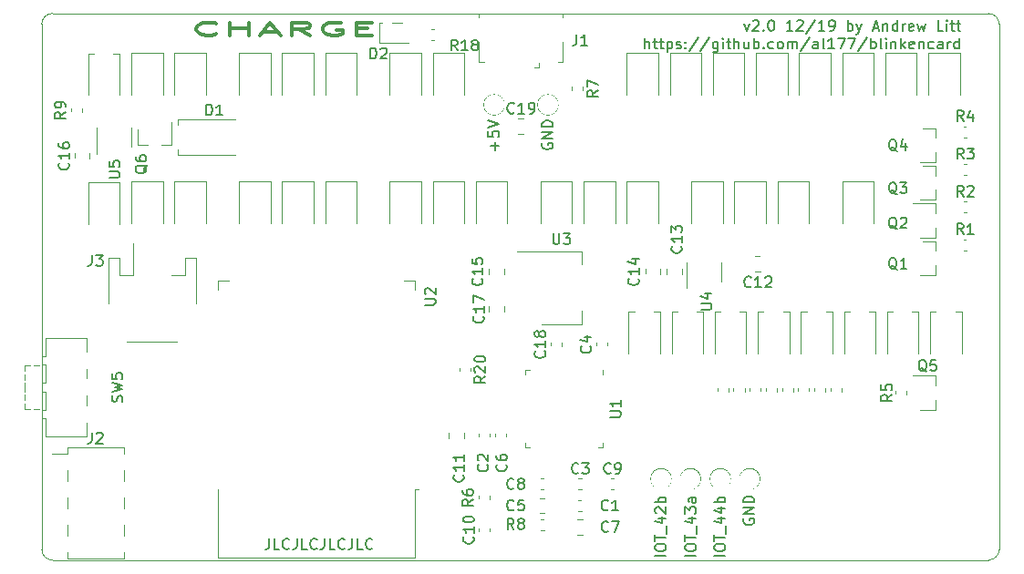
<source format=gbr>
G04 #@! TF.GenerationSoftware,KiCad,Pcbnew,5.1.5-1.fc31*
G04 #@! TF.CreationDate,2019-12-19T17:21:19-06:00*
G04 #@! TF.ProjectId,blinkencard,626c696e-6b65-46e6-9361-72642e6b6963,V2.0*
G04 #@! TF.SameCoordinates,Original*
G04 #@! TF.FileFunction,Legend,Top*
G04 #@! TF.FilePolarity,Positive*
%FSLAX46Y46*%
G04 Gerber Fmt 4.6, Leading zero omitted, Abs format (unit mm)*
G04 Created by KiCad (PCBNEW 5.1.5-1.fc31) date 2019-12-19 17:21:19*
%MOMM*%
%LPD*%
G04 APERTURE LIST*
%ADD10C,0.200000*%
%ADD11C,0.300000*%
%ADD12C,0.150000*%
G04 #@! TA.AperFunction,Profile*
%ADD13C,0.050000*%
G04 #@! TD*
%ADD14C,0.120000*%
%ADD15C,0.100000*%
%ADD16C,1.900000*%
%ADD17R,1.050000X1.460000*%
%ADD18C,1.300000*%
%ADD19R,2.900000X1.650000*%
%ADD20R,1.200000X1.300000*%
%ADD21R,2.900000X2.200000*%
%ADD22R,3.550000X1.400000*%
%ADD23R,2.400000X1.900000*%
%ADD24R,2.400000X4.200000*%
%ADD25R,2.400000X1.300000*%
%ADD26R,1.300000X2.400000*%
%ADD27R,5.400000X5.400000*%
%ADD28O,2.800000X2.200000*%
%ADD29R,1.600000X2.300000*%
%ADD30O,1.600000X2.300000*%
%ADD31R,1.900000X2.300000*%
%ADD32C,1.850000*%
%ADD33R,0.800000X1.750000*%
%ADD34R,1.300000X1.200000*%
G04 APERTURE END LIST*
D10*
X43980952Y-71652380D02*
X43980952Y-72366666D01*
X43933333Y-72509523D01*
X43838095Y-72604761D01*
X43695238Y-72652380D01*
X43600000Y-72652380D01*
X44933333Y-72652380D02*
X44457142Y-72652380D01*
X44457142Y-71652380D01*
X45838095Y-72557142D02*
X45790476Y-72604761D01*
X45647619Y-72652380D01*
X45552380Y-72652380D01*
X45409523Y-72604761D01*
X45314285Y-72509523D01*
X45266666Y-72414285D01*
X45219047Y-72223809D01*
X45219047Y-72080952D01*
X45266666Y-71890476D01*
X45314285Y-71795238D01*
X45409523Y-71700000D01*
X45552380Y-71652380D01*
X45647619Y-71652380D01*
X45790476Y-71700000D01*
X45838095Y-71747619D01*
X46552380Y-71652380D02*
X46552380Y-72366666D01*
X46504761Y-72509523D01*
X46409523Y-72604761D01*
X46266666Y-72652380D01*
X46171428Y-72652380D01*
X47504761Y-72652380D02*
X47028571Y-72652380D01*
X47028571Y-71652380D01*
X48409523Y-72557142D02*
X48361904Y-72604761D01*
X48219047Y-72652380D01*
X48123809Y-72652380D01*
X47980952Y-72604761D01*
X47885714Y-72509523D01*
X47838095Y-72414285D01*
X47790476Y-72223809D01*
X47790476Y-72080952D01*
X47838095Y-71890476D01*
X47885714Y-71795238D01*
X47980952Y-71700000D01*
X48123809Y-71652380D01*
X48219047Y-71652380D01*
X48361904Y-71700000D01*
X48409523Y-71747619D01*
X49123809Y-71652380D02*
X49123809Y-72366666D01*
X49076190Y-72509523D01*
X48980952Y-72604761D01*
X48838095Y-72652380D01*
X48742857Y-72652380D01*
X50076190Y-72652380D02*
X49600000Y-72652380D01*
X49600000Y-71652380D01*
X50980952Y-72557142D02*
X50933333Y-72604761D01*
X50790476Y-72652380D01*
X50695238Y-72652380D01*
X50552380Y-72604761D01*
X50457142Y-72509523D01*
X50409523Y-72414285D01*
X50361904Y-72223809D01*
X50361904Y-72080952D01*
X50409523Y-71890476D01*
X50457142Y-71795238D01*
X50552380Y-71700000D01*
X50695238Y-71652380D01*
X50790476Y-71652380D01*
X50933333Y-71700000D01*
X50980952Y-71747619D01*
X51695238Y-71652380D02*
X51695238Y-72366666D01*
X51647619Y-72509523D01*
X51552380Y-72604761D01*
X51409523Y-72652380D01*
X51314285Y-72652380D01*
X52647619Y-72652380D02*
X52171428Y-72652380D01*
X52171428Y-71652380D01*
X53552380Y-72557142D02*
X53504761Y-72604761D01*
X53361904Y-72652380D01*
X53266666Y-72652380D01*
X53123809Y-72604761D01*
X53028571Y-72509523D01*
X52980952Y-72414285D01*
X52933333Y-72223809D01*
X52933333Y-72080952D01*
X52980952Y-71890476D01*
X53028571Y-71795238D01*
X53123809Y-71700000D01*
X53266666Y-71652380D01*
X53361904Y-71652380D01*
X53504761Y-71700000D01*
X53552380Y-71747619D01*
D11*
X39074285Y-24788571D02*
X38931428Y-24845714D01*
X38502857Y-24902857D01*
X38217142Y-24902857D01*
X37788571Y-24845714D01*
X37502857Y-24731428D01*
X37360000Y-24617142D01*
X37217142Y-24388571D01*
X37217142Y-24217142D01*
X37360000Y-23988571D01*
X37502857Y-23874285D01*
X37788571Y-23760000D01*
X38217142Y-23702857D01*
X38502857Y-23702857D01*
X38931428Y-23760000D01*
X39074285Y-23817142D01*
X40360000Y-24902857D02*
X40360000Y-23702857D01*
X40360000Y-24274285D02*
X42074285Y-24274285D01*
X42074285Y-24902857D02*
X42074285Y-23702857D01*
X43360000Y-24560000D02*
X44788571Y-24560000D01*
X43074285Y-24902857D02*
X44074285Y-23702857D01*
X45074285Y-24902857D01*
X47788571Y-24902857D02*
X46788571Y-24331428D01*
X46074285Y-24902857D02*
X46074285Y-23702857D01*
X47217142Y-23702857D01*
X47502857Y-23760000D01*
X47645714Y-23817142D01*
X47788571Y-23931428D01*
X47788571Y-24102857D01*
X47645714Y-24217142D01*
X47502857Y-24274285D01*
X47217142Y-24331428D01*
X46074285Y-24331428D01*
X50645714Y-23760000D02*
X50360000Y-23702857D01*
X49931428Y-23702857D01*
X49502857Y-23760000D01*
X49217142Y-23874285D01*
X49074285Y-23988571D01*
X48931428Y-24217142D01*
X48931428Y-24388571D01*
X49074285Y-24617142D01*
X49217142Y-24731428D01*
X49502857Y-24845714D01*
X49931428Y-24902857D01*
X50217142Y-24902857D01*
X50645714Y-24845714D01*
X50788571Y-24788571D01*
X50788571Y-24388571D01*
X50217142Y-24388571D01*
X52074285Y-24274285D02*
X53074285Y-24274285D01*
X53502857Y-24902857D02*
X52074285Y-24902857D01*
X52074285Y-23702857D01*
X53502857Y-23702857D01*
D12*
X88072023Y-23820714D02*
X88310119Y-24487380D01*
X88548214Y-23820714D01*
X88881547Y-23582619D02*
X88929166Y-23535000D01*
X89024404Y-23487380D01*
X89262499Y-23487380D01*
X89357738Y-23535000D01*
X89405357Y-23582619D01*
X89452976Y-23677857D01*
X89452976Y-23773095D01*
X89405357Y-23915952D01*
X88833928Y-24487380D01*
X89452976Y-24487380D01*
X89881547Y-24392142D02*
X89929166Y-24439761D01*
X89881547Y-24487380D01*
X89833928Y-24439761D01*
X89881547Y-24392142D01*
X89881547Y-24487380D01*
X90548214Y-23487380D02*
X90643452Y-23487380D01*
X90738690Y-23535000D01*
X90786309Y-23582619D01*
X90833928Y-23677857D01*
X90881547Y-23868333D01*
X90881547Y-24106428D01*
X90833928Y-24296904D01*
X90786309Y-24392142D01*
X90738690Y-24439761D01*
X90643452Y-24487380D01*
X90548214Y-24487380D01*
X90452976Y-24439761D01*
X90405357Y-24392142D01*
X90357738Y-24296904D01*
X90310119Y-24106428D01*
X90310119Y-23868333D01*
X90357738Y-23677857D01*
X90405357Y-23582619D01*
X90452976Y-23535000D01*
X90548214Y-23487380D01*
X92595833Y-24487380D02*
X92024404Y-24487380D01*
X92310119Y-24487380D02*
X92310119Y-23487380D01*
X92214880Y-23630238D01*
X92119642Y-23725476D01*
X92024404Y-23773095D01*
X92976785Y-23582619D02*
X93024404Y-23535000D01*
X93119642Y-23487380D01*
X93357738Y-23487380D01*
X93452976Y-23535000D01*
X93500595Y-23582619D01*
X93548214Y-23677857D01*
X93548214Y-23773095D01*
X93500595Y-23915952D01*
X92929166Y-24487380D01*
X93548214Y-24487380D01*
X94691071Y-23439761D02*
X93833928Y-24725476D01*
X95548214Y-24487380D02*
X94976785Y-24487380D01*
X95262499Y-24487380D02*
X95262499Y-23487380D01*
X95167261Y-23630238D01*
X95072023Y-23725476D01*
X94976785Y-23773095D01*
X96024404Y-24487380D02*
X96214880Y-24487380D01*
X96310119Y-24439761D01*
X96357738Y-24392142D01*
X96452976Y-24249285D01*
X96500595Y-24058809D01*
X96500595Y-23677857D01*
X96452976Y-23582619D01*
X96405357Y-23535000D01*
X96310119Y-23487380D01*
X96119642Y-23487380D01*
X96024404Y-23535000D01*
X95976785Y-23582619D01*
X95929166Y-23677857D01*
X95929166Y-23915952D01*
X95976785Y-24011190D01*
X96024404Y-24058809D01*
X96119642Y-24106428D01*
X96310119Y-24106428D01*
X96405357Y-24058809D01*
X96452976Y-24011190D01*
X96500595Y-23915952D01*
X97691071Y-24487380D02*
X97691071Y-23487380D01*
X97691071Y-23868333D02*
X97786309Y-23820714D01*
X97976785Y-23820714D01*
X98072023Y-23868333D01*
X98119642Y-23915952D01*
X98167261Y-24011190D01*
X98167261Y-24296904D01*
X98119642Y-24392142D01*
X98072023Y-24439761D01*
X97976785Y-24487380D01*
X97786309Y-24487380D01*
X97691071Y-24439761D01*
X98500595Y-23820714D02*
X98738690Y-24487380D01*
X98976785Y-23820714D02*
X98738690Y-24487380D01*
X98643452Y-24725476D01*
X98595833Y-24773095D01*
X98500595Y-24820714D01*
X100072023Y-24201666D02*
X100548214Y-24201666D01*
X99976785Y-24487380D02*
X100310119Y-23487380D01*
X100643452Y-24487380D01*
X100976785Y-23820714D02*
X100976785Y-24487380D01*
X100976785Y-23915952D02*
X101024404Y-23868333D01*
X101119642Y-23820714D01*
X101262499Y-23820714D01*
X101357738Y-23868333D01*
X101405357Y-23963571D01*
X101405357Y-24487380D01*
X102310119Y-24487380D02*
X102310119Y-23487380D01*
X102310119Y-24439761D02*
X102214880Y-24487380D01*
X102024404Y-24487380D01*
X101929166Y-24439761D01*
X101881547Y-24392142D01*
X101833928Y-24296904D01*
X101833928Y-24011190D01*
X101881547Y-23915952D01*
X101929166Y-23868333D01*
X102024404Y-23820714D01*
X102214880Y-23820714D01*
X102310119Y-23868333D01*
X102786309Y-24487380D02*
X102786309Y-23820714D01*
X102786309Y-24011190D02*
X102833928Y-23915952D01*
X102881547Y-23868333D01*
X102976785Y-23820714D01*
X103072023Y-23820714D01*
X103786309Y-24439761D02*
X103691071Y-24487380D01*
X103500595Y-24487380D01*
X103405357Y-24439761D01*
X103357738Y-24344523D01*
X103357738Y-23963571D01*
X103405357Y-23868333D01*
X103500595Y-23820714D01*
X103691071Y-23820714D01*
X103786309Y-23868333D01*
X103833928Y-23963571D01*
X103833928Y-24058809D01*
X103357738Y-24154047D01*
X104167261Y-23820714D02*
X104357738Y-24487380D01*
X104548214Y-24011190D01*
X104738690Y-24487380D01*
X104929166Y-23820714D01*
X106548214Y-24487380D02*
X106072023Y-24487380D01*
X106072023Y-23487380D01*
X106881547Y-24487380D02*
X106881547Y-23820714D01*
X106881547Y-23487380D02*
X106833928Y-23535000D01*
X106881547Y-23582619D01*
X106929166Y-23535000D01*
X106881547Y-23487380D01*
X106881547Y-23582619D01*
X107214880Y-23820714D02*
X107595833Y-23820714D01*
X107357738Y-23487380D02*
X107357738Y-24344523D01*
X107405357Y-24439761D01*
X107500595Y-24487380D01*
X107595833Y-24487380D01*
X107786309Y-23820714D02*
X108167261Y-23820714D01*
X107929166Y-23487380D02*
X107929166Y-24344523D01*
X107976785Y-24439761D01*
X108072023Y-24487380D01*
X108167261Y-24487380D01*
X78881547Y-26137380D02*
X78881547Y-25137380D01*
X79310119Y-26137380D02*
X79310119Y-25613571D01*
X79262499Y-25518333D01*
X79167261Y-25470714D01*
X79024404Y-25470714D01*
X78929166Y-25518333D01*
X78881547Y-25565952D01*
X79643452Y-25470714D02*
X80024404Y-25470714D01*
X79786309Y-25137380D02*
X79786309Y-25994523D01*
X79833928Y-26089761D01*
X79929166Y-26137380D01*
X80024404Y-26137380D01*
X80214880Y-25470714D02*
X80595833Y-25470714D01*
X80357738Y-25137380D02*
X80357738Y-25994523D01*
X80405357Y-26089761D01*
X80500595Y-26137380D01*
X80595833Y-26137380D01*
X80929166Y-25470714D02*
X80929166Y-26470714D01*
X80929166Y-25518333D02*
X81024404Y-25470714D01*
X81214880Y-25470714D01*
X81310119Y-25518333D01*
X81357738Y-25565952D01*
X81405357Y-25661190D01*
X81405357Y-25946904D01*
X81357738Y-26042142D01*
X81310119Y-26089761D01*
X81214880Y-26137380D01*
X81024404Y-26137380D01*
X80929166Y-26089761D01*
X81786309Y-26089761D02*
X81881547Y-26137380D01*
X82072023Y-26137380D01*
X82167261Y-26089761D01*
X82214880Y-25994523D01*
X82214880Y-25946904D01*
X82167261Y-25851666D01*
X82072023Y-25804047D01*
X81929166Y-25804047D01*
X81833928Y-25756428D01*
X81786309Y-25661190D01*
X81786309Y-25613571D01*
X81833928Y-25518333D01*
X81929166Y-25470714D01*
X82072023Y-25470714D01*
X82167261Y-25518333D01*
X82643452Y-26042142D02*
X82691071Y-26089761D01*
X82643452Y-26137380D01*
X82595833Y-26089761D01*
X82643452Y-26042142D01*
X82643452Y-26137380D01*
X82643452Y-25518333D02*
X82691071Y-25565952D01*
X82643452Y-25613571D01*
X82595833Y-25565952D01*
X82643452Y-25518333D01*
X82643452Y-25613571D01*
X83833928Y-25089761D02*
X82976785Y-26375476D01*
X84881547Y-25089761D02*
X84024404Y-26375476D01*
X85643452Y-25470714D02*
X85643452Y-26280238D01*
X85595833Y-26375476D01*
X85548214Y-26423095D01*
X85452976Y-26470714D01*
X85310119Y-26470714D01*
X85214880Y-26423095D01*
X85643452Y-26089761D02*
X85548214Y-26137380D01*
X85357738Y-26137380D01*
X85262499Y-26089761D01*
X85214880Y-26042142D01*
X85167261Y-25946904D01*
X85167261Y-25661190D01*
X85214880Y-25565952D01*
X85262499Y-25518333D01*
X85357738Y-25470714D01*
X85548214Y-25470714D01*
X85643452Y-25518333D01*
X86119642Y-26137380D02*
X86119642Y-25470714D01*
X86119642Y-25137380D02*
X86072023Y-25185000D01*
X86119642Y-25232619D01*
X86167261Y-25185000D01*
X86119642Y-25137380D01*
X86119642Y-25232619D01*
X86452976Y-25470714D02*
X86833928Y-25470714D01*
X86595833Y-25137380D02*
X86595833Y-25994523D01*
X86643452Y-26089761D01*
X86738690Y-26137380D01*
X86833928Y-26137380D01*
X87167261Y-26137380D02*
X87167261Y-25137380D01*
X87595833Y-26137380D02*
X87595833Y-25613571D01*
X87548214Y-25518333D01*
X87452976Y-25470714D01*
X87310119Y-25470714D01*
X87214880Y-25518333D01*
X87167261Y-25565952D01*
X88500595Y-25470714D02*
X88500595Y-26137380D01*
X88072023Y-25470714D02*
X88072023Y-25994523D01*
X88119642Y-26089761D01*
X88214880Y-26137380D01*
X88357738Y-26137380D01*
X88452976Y-26089761D01*
X88500595Y-26042142D01*
X88976785Y-26137380D02*
X88976785Y-25137380D01*
X88976785Y-25518333D02*
X89072023Y-25470714D01*
X89262500Y-25470714D01*
X89357738Y-25518333D01*
X89405357Y-25565952D01*
X89452976Y-25661190D01*
X89452976Y-25946904D01*
X89405357Y-26042142D01*
X89357738Y-26089761D01*
X89262500Y-26137380D01*
X89072023Y-26137380D01*
X88976785Y-26089761D01*
X89881547Y-26042142D02*
X89929166Y-26089761D01*
X89881547Y-26137380D01*
X89833928Y-26089761D01*
X89881547Y-26042142D01*
X89881547Y-26137380D01*
X90786309Y-26089761D02*
X90691071Y-26137380D01*
X90500595Y-26137380D01*
X90405357Y-26089761D01*
X90357738Y-26042142D01*
X90310119Y-25946904D01*
X90310119Y-25661190D01*
X90357738Y-25565952D01*
X90405357Y-25518333D01*
X90500595Y-25470714D01*
X90691071Y-25470714D01*
X90786309Y-25518333D01*
X91357738Y-26137380D02*
X91262499Y-26089761D01*
X91214880Y-26042142D01*
X91167261Y-25946904D01*
X91167261Y-25661190D01*
X91214880Y-25565952D01*
X91262499Y-25518333D01*
X91357738Y-25470714D01*
X91500595Y-25470714D01*
X91595833Y-25518333D01*
X91643452Y-25565952D01*
X91691071Y-25661190D01*
X91691071Y-25946904D01*
X91643452Y-26042142D01*
X91595833Y-26089761D01*
X91500595Y-26137380D01*
X91357738Y-26137380D01*
X92119642Y-26137380D02*
X92119642Y-25470714D01*
X92119642Y-25565952D02*
X92167261Y-25518333D01*
X92262499Y-25470714D01*
X92405357Y-25470714D01*
X92500595Y-25518333D01*
X92548214Y-25613571D01*
X92548214Y-26137380D01*
X92548214Y-25613571D02*
X92595833Y-25518333D01*
X92691071Y-25470714D01*
X92833928Y-25470714D01*
X92929166Y-25518333D01*
X92976785Y-25613571D01*
X92976785Y-26137380D01*
X94167261Y-25089761D02*
X93310119Y-26375476D01*
X94929166Y-26137380D02*
X94929166Y-25613571D01*
X94881547Y-25518333D01*
X94786309Y-25470714D01*
X94595833Y-25470714D01*
X94500595Y-25518333D01*
X94929166Y-26089761D02*
X94833928Y-26137380D01*
X94595833Y-26137380D01*
X94500595Y-26089761D01*
X94452976Y-25994523D01*
X94452976Y-25899285D01*
X94500595Y-25804047D01*
X94595833Y-25756428D01*
X94833928Y-25756428D01*
X94929166Y-25708809D01*
X95548214Y-26137380D02*
X95452976Y-26089761D01*
X95405357Y-25994523D01*
X95405357Y-25137380D01*
X96452976Y-26137380D02*
X95881547Y-26137380D01*
X96167261Y-26137380D02*
X96167261Y-25137380D01*
X96072023Y-25280238D01*
X95976785Y-25375476D01*
X95881547Y-25423095D01*
X96786309Y-25137380D02*
X97452976Y-25137380D01*
X97024404Y-26137380D01*
X97738690Y-25137380D02*
X98405357Y-25137380D01*
X97976785Y-26137380D01*
X99500595Y-25089761D02*
X98643452Y-26375476D01*
X99833928Y-26137380D02*
X99833928Y-25137380D01*
X99833928Y-25518333D02*
X99929166Y-25470714D01*
X100119642Y-25470714D01*
X100214880Y-25518333D01*
X100262499Y-25565952D01*
X100310119Y-25661190D01*
X100310119Y-25946904D01*
X100262499Y-26042142D01*
X100214880Y-26089761D01*
X100119642Y-26137380D01*
X99929166Y-26137380D01*
X99833928Y-26089761D01*
X100881547Y-26137380D02*
X100786309Y-26089761D01*
X100738690Y-25994523D01*
X100738690Y-25137380D01*
X101262499Y-26137380D02*
X101262499Y-25470714D01*
X101262499Y-25137380D02*
X101214880Y-25185000D01*
X101262499Y-25232619D01*
X101310119Y-25185000D01*
X101262499Y-25137380D01*
X101262499Y-25232619D01*
X101738690Y-25470714D02*
X101738690Y-26137380D01*
X101738690Y-25565952D02*
X101786309Y-25518333D01*
X101881547Y-25470714D01*
X102024404Y-25470714D01*
X102119642Y-25518333D01*
X102167261Y-25613571D01*
X102167261Y-26137380D01*
X102643452Y-26137380D02*
X102643452Y-25137380D01*
X102738690Y-25756428D02*
X103024404Y-26137380D01*
X103024404Y-25470714D02*
X102643452Y-25851666D01*
X103833928Y-26089761D02*
X103738690Y-26137380D01*
X103548214Y-26137380D01*
X103452976Y-26089761D01*
X103405357Y-25994523D01*
X103405357Y-25613571D01*
X103452976Y-25518333D01*
X103548214Y-25470714D01*
X103738690Y-25470714D01*
X103833928Y-25518333D01*
X103881547Y-25613571D01*
X103881547Y-25708809D01*
X103405357Y-25804047D01*
X104310119Y-25470714D02*
X104310119Y-26137380D01*
X104310119Y-25565952D02*
X104357738Y-25518333D01*
X104452976Y-25470714D01*
X104595833Y-25470714D01*
X104691071Y-25518333D01*
X104738690Y-25613571D01*
X104738690Y-26137380D01*
X105643452Y-26089761D02*
X105548214Y-26137380D01*
X105357738Y-26137380D01*
X105262499Y-26089761D01*
X105214880Y-26042142D01*
X105167261Y-25946904D01*
X105167261Y-25661190D01*
X105214880Y-25565952D01*
X105262499Y-25518333D01*
X105357738Y-25470714D01*
X105548214Y-25470714D01*
X105643452Y-25518333D01*
X106500595Y-26137380D02*
X106500595Y-25613571D01*
X106452976Y-25518333D01*
X106357738Y-25470714D01*
X106167261Y-25470714D01*
X106072023Y-25518333D01*
X106500595Y-26089761D02*
X106405357Y-26137380D01*
X106167261Y-26137380D01*
X106072023Y-26089761D01*
X106024404Y-25994523D01*
X106024404Y-25899285D01*
X106072023Y-25804047D01*
X106167261Y-25756428D01*
X106405357Y-25756428D01*
X106500595Y-25708809D01*
X106976785Y-26137380D02*
X106976785Y-25470714D01*
X106976785Y-25661190D02*
X107024404Y-25565952D01*
X107072023Y-25518333D01*
X107167261Y-25470714D01*
X107262499Y-25470714D01*
X108024404Y-26137380D02*
X108024404Y-25137380D01*
X108024404Y-26089761D02*
X107929166Y-26137380D01*
X107738690Y-26137380D01*
X107643452Y-26089761D01*
X107595833Y-26042142D01*
X107548214Y-25946904D01*
X107548214Y-25661190D01*
X107595833Y-25565952D01*
X107643452Y-25518333D01*
X107738690Y-25470714D01*
X107929166Y-25470714D01*
X108024404Y-25518333D01*
D13*
X23860000Y-73660000D02*
G75*
G02X22860000Y-72660000I0J1000000D01*
G01*
X111760000Y-72660000D02*
G75*
G02X110760000Y-73660000I-1000000J0D01*
G01*
X110760000Y-22860000D02*
G75*
G02X111760000Y-23860000I0J-1000000D01*
G01*
X22860000Y-23860000D02*
G75*
G02X23860000Y-22860000I1000000J0D01*
G01*
X22860000Y-23860000D02*
X22860000Y-72660000D01*
X23860000Y-73660000D02*
X110760000Y-73660000D01*
X111760000Y-23860000D02*
X111760000Y-72660000D01*
X23860000Y-22860000D02*
X110760000Y-22860000D01*
D14*
G04 #@! TO.C,C19*
X67101422Y-34070000D02*
X67618578Y-34070000D01*
X67101422Y-32650000D02*
X67618578Y-32650000D01*
G04 #@! TO.C,TP2*
X70810000Y-31360000D02*
G75*
G03X70810000Y-31360000I-950000J0D01*
G01*
G04 #@! TO.C,TP1*
X65810000Y-31360000D02*
G75*
G03X65810000Y-31360000I-950000J0D01*
G01*
G04 #@! TO.C,U5*
X28000000Y-33460000D02*
X28000000Y-35910000D01*
X31220000Y-35260000D02*
X31220000Y-33460000D01*
G04 #@! TO.C,SW5*
X21310000Y-57210000D02*
X21310000Y-57210000D01*
X21310000Y-58010000D02*
X21310000Y-57210000D01*
X21310000Y-58310000D02*
X21310000Y-58310000D01*
X21310000Y-58810000D02*
X21310000Y-58310000D01*
X21310000Y-56910000D02*
X21310000Y-56910000D01*
X21310000Y-56410000D02*
X21310000Y-56910000D01*
X22610000Y-55610000D02*
X22610000Y-55610000D01*
X22110000Y-55610000D02*
X22610000Y-55610000D01*
X22610000Y-59610000D02*
X22610000Y-59610000D01*
X22110000Y-59610000D02*
X22610000Y-59610000D01*
X21810000Y-59610000D02*
X21810000Y-59610000D01*
X21310000Y-59610000D02*
X21810000Y-59610000D01*
X21310000Y-59110000D02*
X21310000Y-59110000D01*
X21310000Y-59610000D02*
X21310000Y-59110000D01*
X21310000Y-56110000D02*
X21310000Y-56110000D01*
X21310000Y-55610000D02*
X21310000Y-56110000D01*
X21810000Y-55610000D02*
X21810000Y-55610000D01*
X21310000Y-55610000D02*
X21810000Y-55610000D01*
X23210000Y-53010000D02*
X23210000Y-53010000D01*
X23210000Y-54710000D02*
X23210000Y-53010000D01*
X22910000Y-54710000D02*
X23210000Y-54710000D01*
X22910000Y-55510000D02*
X22910000Y-54710000D01*
X23210000Y-55510000D02*
X22910000Y-55510000D01*
X23210000Y-57210000D02*
X23210000Y-55510000D01*
X22910000Y-57210000D02*
X23210000Y-57210000D01*
X22910000Y-58010000D02*
X22910000Y-57210000D01*
X23210000Y-58010000D02*
X22910000Y-58010000D01*
X23210000Y-59710000D02*
X23210000Y-58010000D01*
X22910000Y-59710000D02*
X23210000Y-59710000D01*
X22910000Y-60510000D02*
X22910000Y-59710000D01*
X23210000Y-60510000D02*
X22910000Y-60510000D01*
X23210000Y-62210000D02*
X23210000Y-60510000D01*
X27010000Y-55810000D02*
X27010000Y-55810000D01*
X27010000Y-56910000D02*
X27010000Y-55810000D01*
X27010000Y-58310000D02*
X27010000Y-58310000D01*
X27010000Y-59410000D02*
X27010000Y-58310000D01*
X27010000Y-53010000D02*
X27010000Y-54410000D01*
X23210000Y-53010000D02*
X27010000Y-53010000D01*
X27010000Y-62210000D02*
X23210000Y-62210000D01*
X27010000Y-60810000D02*
X27010000Y-62210000D01*
G04 #@! TO.C,R18*
X58997221Y-25370000D02*
X59322779Y-25370000D01*
X58997221Y-24350000D02*
X59322779Y-24350000D01*
G04 #@! TO.C,R9*
X25600000Y-31697221D02*
X25600000Y-32022779D01*
X26620000Y-31697221D02*
X26620000Y-32022779D01*
G04 #@! TO.C,R7*
X72100000Y-29697221D02*
X72100000Y-30022779D01*
X73120000Y-29697221D02*
X73120000Y-30022779D01*
G04 #@! TO.C,Q6*
X31780000Y-35120000D02*
X31780000Y-33660000D01*
X34940000Y-35120000D02*
X34940000Y-32960000D01*
X34940000Y-35120000D02*
X34010000Y-35120000D01*
X31780000Y-35120000D02*
X32710000Y-35120000D01*
G04 #@! TO.C,J3*
X30770000Y-53370000D02*
X35450000Y-53370000D01*
X36150000Y-47150000D02*
X34870000Y-47150000D01*
X36150000Y-45550000D02*
X36150000Y-47150000D01*
X37170000Y-45550000D02*
X36150000Y-45550000D01*
X37170000Y-49800000D02*
X37170000Y-45550000D01*
X31350000Y-47150000D02*
X31350000Y-44260000D01*
X30070000Y-47150000D02*
X31350000Y-47150000D01*
X30070000Y-45550000D02*
X30070000Y-47150000D01*
X29050000Y-45550000D02*
X30070000Y-45550000D01*
X29050000Y-49800000D02*
X29050000Y-45550000D01*
G04 #@! TO.C,D2*
X54237500Y-25620000D02*
X56922500Y-25620000D01*
X54237500Y-23700000D02*
X54237500Y-25620000D01*
X56922500Y-23700000D02*
X54237500Y-23700000D01*
G04 #@! TO.C,D1*
X35460000Y-32710000D02*
X40860000Y-32710000D01*
X35460000Y-36010000D02*
X40860000Y-36010000D01*
X35460000Y-32710000D02*
X35460000Y-36010000D01*
G04 #@! TO.C,C16*
X27320000Y-36368578D02*
X27320000Y-35851422D01*
X25900000Y-36368578D02*
X25900000Y-35851422D01*
G04 #@! TO.C,C6*
X64950000Y-62222779D02*
X64950000Y-61897221D01*
X65970000Y-62222779D02*
X65970000Y-61897221D01*
G04 #@! TO.C,J2*
X30460000Y-70390000D02*
X30460000Y-71410000D01*
X25260000Y-70390000D02*
X25260000Y-71410000D01*
X30460000Y-67850000D02*
X30460000Y-68870000D01*
X25260000Y-67850000D02*
X25260000Y-68870000D01*
X30460000Y-65310000D02*
X30460000Y-66330000D01*
X25260000Y-65310000D02*
X25260000Y-66330000D01*
X30460000Y-72930000D02*
X30460000Y-73500000D01*
X25260000Y-72930000D02*
X25260000Y-73500000D01*
X30460000Y-63220000D02*
X30460000Y-63790000D01*
X25260000Y-63220000D02*
X25260000Y-63790000D01*
X23820000Y-63790000D02*
X25260000Y-63790000D01*
X25260000Y-73500000D02*
X30460000Y-73500000D01*
X25260000Y-63220000D02*
X30460000Y-63220000D01*
G04 #@! TO.C,U1*
X74970000Y-62745000D02*
X74970000Y-63220000D01*
X74970000Y-63220000D02*
X74495000Y-63220000D01*
X67750000Y-56475000D02*
X67750000Y-56000000D01*
X67750000Y-56000000D02*
X68225000Y-56000000D01*
X67750000Y-62745000D02*
X67750000Y-63220000D01*
X67750000Y-63220000D02*
X68225000Y-63220000D01*
X74970000Y-56475000D02*
X74970000Y-56000000D01*
G04 #@! TO.C,TP7*
X89560000Y-66110000D02*
G75*
G03X89560000Y-66110000I-950000J0D01*
G01*
G04 #@! TO.C,TP6*
X86810000Y-66110000D02*
G75*
G03X86810000Y-66110000I-950000J0D01*
G01*
G04 #@! TO.C,TP5*
X84060000Y-66110000D02*
G75*
G03X84060000Y-66110000I-950000J0D01*
G01*
G04 #@! TO.C,TP4*
X81310000Y-66110000D02*
G75*
G03X81310000Y-66110000I-950000J0D01*
G01*
G04 #@! TO.C,U3*
X67010000Y-44950000D02*
X73020000Y-44950000D01*
X69260000Y-51770000D02*
X73020000Y-51770000D01*
X73020000Y-44950000D02*
X73020000Y-46210000D01*
X73020000Y-51770000D02*
X73020000Y-50510000D01*
G04 #@! TO.C,U2*
X57480000Y-67055000D02*
X57860000Y-67055000D01*
X57480000Y-73475000D02*
X57480000Y-67055000D01*
X39240000Y-73475000D02*
X39240000Y-67055000D01*
X57480000Y-73475000D02*
X39240000Y-73475000D01*
X39240000Y-47730000D02*
X40240000Y-47730000D01*
X39240000Y-48510000D02*
X39240000Y-47730000D01*
X57480000Y-47730000D02*
X56480000Y-47730000D01*
X57480000Y-48510000D02*
X57480000Y-47730000D01*
G04 #@! TO.C,C18*
X70100000Y-53772779D02*
X70100000Y-53447221D01*
X71120000Y-53772779D02*
X71120000Y-53447221D01*
G04 #@! TO.C,C9*
X75697221Y-66100000D02*
X76022779Y-66100000D01*
X75697221Y-67120000D02*
X76022779Y-67120000D01*
G04 #@! TO.C,C8*
X69522779Y-67120000D02*
X69197221Y-67120000D01*
X69522779Y-66100000D02*
X69197221Y-66100000D01*
G04 #@! TO.C,C4*
X74350000Y-53772779D02*
X74350000Y-53447221D01*
X75370000Y-53772779D02*
X75370000Y-53447221D01*
G04 #@! TO.C,C3*
X72697221Y-66100000D02*
X73022779Y-66100000D01*
X72697221Y-67120000D02*
X73022779Y-67120000D01*
G04 #@! TO.C,C2*
X63450000Y-62222779D02*
X63450000Y-61897221D01*
X64470000Y-62222779D02*
X64470000Y-61897221D01*
G04 #@! TO.C,C1*
X72697221Y-68100000D02*
X73022779Y-68100000D01*
X72697221Y-69120000D02*
X73022779Y-69120000D01*
G04 #@! TO.C,D57*
X108280000Y-54430000D02*
X108280000Y-50545000D01*
X108280000Y-50545000D02*
X105360000Y-50545000D01*
X105360000Y-50545000D02*
X105360000Y-54430000D01*
G04 #@! TO.C,D56*
X104280000Y-54430000D02*
X104280000Y-50545000D01*
X104280000Y-50545000D02*
X101360000Y-50545000D01*
X101360000Y-50545000D02*
X101360000Y-54430000D01*
G04 #@! TO.C,D55*
X100280000Y-54430000D02*
X100280000Y-50545000D01*
X100280000Y-50545000D02*
X97360000Y-50545000D01*
X97360000Y-50545000D02*
X97360000Y-54430000D01*
G04 #@! TO.C,D54*
X96280000Y-54430000D02*
X96280000Y-50545000D01*
X96280000Y-50545000D02*
X93360000Y-50545000D01*
X93360000Y-50545000D02*
X93360000Y-54430000D01*
G04 #@! TO.C,D53*
X92280000Y-54430000D02*
X92280000Y-50545000D01*
X92280000Y-50545000D02*
X89360000Y-50545000D01*
X89360000Y-50545000D02*
X89360000Y-54430000D01*
G04 #@! TO.C,D52*
X88280000Y-54430000D02*
X88280000Y-50545000D01*
X88280000Y-50545000D02*
X85360000Y-50545000D01*
X85360000Y-50545000D02*
X85360000Y-54430000D01*
G04 #@! TO.C,D51*
X84280000Y-54430000D02*
X84280000Y-50545000D01*
X84280000Y-50545000D02*
X81360000Y-50545000D01*
X81360000Y-50545000D02*
X81360000Y-54430000D01*
G04 #@! TO.C,D50*
X80280000Y-54430000D02*
X80280000Y-50545000D01*
X80280000Y-50545000D02*
X77360000Y-50545000D01*
X77360000Y-50545000D02*
X77360000Y-54430000D01*
G04 #@! TO.C,D47*
X108100000Y-30410000D02*
X108100000Y-26525000D01*
X108100000Y-26525000D02*
X105180000Y-26525000D01*
X105180000Y-26525000D02*
X105180000Y-30410000D01*
G04 #@! TO.C,D46*
X104100000Y-30410000D02*
X104100000Y-26525000D01*
X104100000Y-26525000D02*
X101180000Y-26525000D01*
X101180000Y-26525000D02*
X101180000Y-30410000D01*
G04 #@! TO.C,D45*
X100100000Y-30410000D02*
X100100000Y-26525000D01*
X100100000Y-26525000D02*
X97180000Y-26525000D01*
X97180000Y-26525000D02*
X97180000Y-30410000D01*
G04 #@! TO.C,D44*
X96100000Y-30410000D02*
X96100000Y-26525000D01*
X96100000Y-26525000D02*
X93180000Y-26525000D01*
X93180000Y-26525000D02*
X93180000Y-30410000D01*
G04 #@! TO.C,D43*
X92100000Y-30410000D02*
X92100000Y-26525000D01*
X92100000Y-26525000D02*
X89180000Y-26525000D01*
X89180000Y-26525000D02*
X89180000Y-30410000D01*
G04 #@! TO.C,D42*
X88100000Y-30410000D02*
X88100000Y-26525000D01*
X88100000Y-26525000D02*
X85180000Y-26525000D01*
X85180000Y-26525000D02*
X85180000Y-30410000D01*
G04 #@! TO.C,D41*
X84100000Y-30410000D02*
X84100000Y-26525000D01*
X84100000Y-26525000D02*
X81180000Y-26525000D01*
X81180000Y-26525000D02*
X81180000Y-30410000D01*
G04 #@! TO.C,D40*
X80100000Y-30410000D02*
X80100000Y-26525000D01*
X80100000Y-26525000D02*
X77180000Y-26525000D01*
X77180000Y-26525000D02*
X77180000Y-30410000D01*
G04 #@! TO.C,D37*
X62100000Y-30410000D02*
X62100000Y-26525000D01*
X62100000Y-26525000D02*
X59180000Y-26525000D01*
X59180000Y-26525000D02*
X59180000Y-30410000D01*
G04 #@! TO.C,D36*
X58100000Y-30410000D02*
X58100000Y-26525000D01*
X58100000Y-26525000D02*
X55180000Y-26525000D01*
X55180000Y-26525000D02*
X55180000Y-30410000D01*
G04 #@! TO.C,D35*
X52100000Y-30410000D02*
X52100000Y-26525000D01*
X52100000Y-26525000D02*
X49180000Y-26525000D01*
X49180000Y-26525000D02*
X49180000Y-30410000D01*
G04 #@! TO.C,D34*
X48100000Y-30410000D02*
X48100000Y-26525000D01*
X48100000Y-26525000D02*
X45180000Y-26525000D01*
X45180000Y-26525000D02*
X45180000Y-30410000D01*
G04 #@! TO.C,D33*
X44100000Y-30410000D02*
X44100000Y-26525000D01*
X44100000Y-26525000D02*
X41180000Y-26525000D01*
X41180000Y-26525000D02*
X41180000Y-30410000D01*
G04 #@! TO.C,D32*
X38100000Y-30410000D02*
X38100000Y-26525000D01*
X38100000Y-26525000D02*
X35180000Y-26525000D01*
X35180000Y-26525000D02*
X35180000Y-30410000D01*
G04 #@! TO.C,D31*
X34100000Y-30410000D02*
X34100000Y-26525000D01*
X34100000Y-26525000D02*
X31180000Y-26525000D01*
X31180000Y-26525000D02*
X31180000Y-30410000D01*
G04 #@! TO.C,D30*
X30100000Y-30460000D02*
X30100000Y-26575000D01*
X30100000Y-26575000D02*
X27180000Y-26575000D01*
X27180000Y-26575000D02*
X27180000Y-30460000D01*
G04 #@! TO.C,D27*
X100100000Y-42340000D02*
X100100000Y-38455000D01*
X100100000Y-38455000D02*
X97180000Y-38455000D01*
X97180000Y-38455000D02*
X97180000Y-42340000D01*
G04 #@! TO.C,D26*
X94100000Y-42340000D02*
X94100000Y-38455000D01*
X94100000Y-38455000D02*
X91180000Y-38455000D01*
X91180000Y-38455000D02*
X91180000Y-42340000D01*
G04 #@! TO.C,D25*
X90100000Y-42340000D02*
X90100000Y-38455000D01*
X90100000Y-38455000D02*
X87180000Y-38455000D01*
X87180000Y-38455000D02*
X87180000Y-42340000D01*
G04 #@! TO.C,D24*
X86100000Y-42340000D02*
X86100000Y-38455000D01*
X86100000Y-38455000D02*
X83180000Y-38455000D01*
X83180000Y-38455000D02*
X83180000Y-42340000D01*
G04 #@! TO.C,D23*
X80100000Y-42340000D02*
X80100000Y-38455000D01*
X80100000Y-38455000D02*
X77180000Y-38455000D01*
X77180000Y-38455000D02*
X77180000Y-42340000D01*
G04 #@! TO.C,D22*
X76100000Y-42340000D02*
X76100000Y-38455000D01*
X76100000Y-38455000D02*
X73180000Y-38455000D01*
X73180000Y-38455000D02*
X73180000Y-42340000D01*
G04 #@! TO.C,D21*
X72100000Y-42340000D02*
X72100000Y-38455000D01*
X72100000Y-38455000D02*
X69180000Y-38455000D01*
X69180000Y-38455000D02*
X69180000Y-42340000D01*
G04 #@! TO.C,D20*
X66100000Y-42340000D02*
X66100000Y-38455000D01*
X66100000Y-38455000D02*
X63180000Y-38455000D01*
X63180000Y-38455000D02*
X63180000Y-42340000D01*
G04 #@! TO.C,D17*
X62100000Y-42340000D02*
X62100000Y-38455000D01*
X62100000Y-38455000D02*
X59180000Y-38455000D01*
X59180000Y-38455000D02*
X59180000Y-42340000D01*
G04 #@! TO.C,D16*
X58100000Y-42340000D02*
X58100000Y-38455000D01*
X58100000Y-38455000D02*
X55180000Y-38455000D01*
X55180000Y-38455000D02*
X55180000Y-42340000D01*
G04 #@! TO.C,D15*
X52100000Y-42340000D02*
X52100000Y-38455000D01*
X52100000Y-38455000D02*
X49180000Y-38455000D01*
X49180000Y-38455000D02*
X49180000Y-42340000D01*
G04 #@! TO.C,D14*
X48100000Y-42340000D02*
X48100000Y-38455000D01*
X48100000Y-38455000D02*
X45180000Y-38455000D01*
X45180000Y-38455000D02*
X45180000Y-42340000D01*
G04 #@! TO.C,D13*
X44100000Y-42340000D02*
X44100000Y-38455000D01*
X44100000Y-38455000D02*
X41180000Y-38455000D01*
X41180000Y-38455000D02*
X41180000Y-42340000D01*
G04 #@! TO.C,D12*
X38100000Y-42340000D02*
X38100000Y-38455000D01*
X38100000Y-38455000D02*
X35180000Y-38455000D01*
X35180000Y-38455000D02*
X35180000Y-42340000D01*
G04 #@! TO.C,D11*
X34100000Y-42340000D02*
X34100000Y-38455000D01*
X34100000Y-38455000D02*
X31180000Y-38455000D01*
X31180000Y-38455000D02*
X31180000Y-42340000D01*
G04 #@! TO.C,D10*
X30100000Y-42460000D02*
X30100000Y-38575000D01*
X30100000Y-38575000D02*
X27180000Y-38575000D01*
X27180000Y-38575000D02*
X27180000Y-42460000D01*
G04 #@! TO.C,J1*
X69060000Y-27922500D02*
X69060000Y-27472500D01*
X69060000Y-27922500D02*
X68610000Y-27922500D01*
X63460000Y-27372500D02*
X63910000Y-27372500D01*
X63460000Y-25522500D02*
X63460000Y-27372500D01*
X71260000Y-22972500D02*
X71260000Y-23222500D01*
X63460000Y-22972500D02*
X63460000Y-23222500D01*
X71260000Y-25522500D02*
X71260000Y-27372500D01*
X71260000Y-27372500D02*
X70810000Y-27372500D01*
G04 #@! TO.C,R20*
X62670000Y-55797221D02*
X62670000Y-56122779D01*
X61650000Y-55797221D02*
X61650000Y-56122779D01*
G04 #@! TO.C,R8*
X69522779Y-70870000D02*
X69197221Y-70870000D01*
X69522779Y-69850000D02*
X69197221Y-69850000D01*
G04 #@! TO.C,U4*
X82750000Y-45960000D02*
X82750000Y-48410000D01*
X85970000Y-47760000D02*
X85970000Y-45960000D01*
G04 #@! TO.C,R6*
X63450000Y-67697221D02*
X63450000Y-68022779D01*
X64470000Y-67697221D02*
X64470000Y-68022779D01*
G04 #@! TO.C,C17*
X65820000Y-50618578D02*
X65820000Y-50101422D01*
X64400000Y-50618578D02*
X64400000Y-50101422D01*
G04 #@! TO.C,C15*
X64400000Y-46601422D02*
X64400000Y-47118578D01*
X65820000Y-46601422D02*
X65820000Y-47118578D01*
G04 #@! TO.C,C14*
X78900000Y-46601422D02*
X78900000Y-47118578D01*
X80320000Y-46601422D02*
X80320000Y-47118578D01*
G04 #@! TO.C,C13*
X80900000Y-46601422D02*
X80900000Y-47118578D01*
X82320000Y-46601422D02*
X82320000Y-47118578D01*
G04 #@! TO.C,C12*
X89101422Y-46820000D02*
X89618578Y-46820000D01*
X89101422Y-45400000D02*
X89618578Y-45400000D01*
G04 #@! TO.C,C11*
X62070000Y-62368578D02*
X62070000Y-61851422D01*
X60650000Y-62368578D02*
X60650000Y-61851422D01*
G04 #@! TO.C,C10*
X64470000Y-71022779D02*
X64470000Y-70697221D01*
X63450000Y-71022779D02*
X63450000Y-70697221D01*
G04 #@! TO.C,C7*
X72601422Y-69900000D02*
X73118578Y-69900000D01*
X72601422Y-71320000D02*
X73118578Y-71320000D01*
G04 #@! TO.C,C5*
X69618578Y-69320000D02*
X69101422Y-69320000D01*
X69618578Y-67900000D02*
X69101422Y-67900000D01*
G04 #@! TO.C,R17*
X96100000Y-57697221D02*
X96100000Y-58022779D01*
X97120000Y-57697221D02*
X97120000Y-58022779D01*
G04 #@! TO.C,R16*
X94600000Y-57697221D02*
X94600000Y-58022779D01*
X95620000Y-57697221D02*
X95620000Y-58022779D01*
G04 #@! TO.C,R15*
X93100000Y-57697221D02*
X93100000Y-58022779D01*
X94120000Y-57697221D02*
X94120000Y-58022779D01*
G04 #@! TO.C,R14*
X91600000Y-57697221D02*
X91600000Y-58022779D01*
X92620000Y-57697221D02*
X92620000Y-58022779D01*
G04 #@! TO.C,R13*
X90100000Y-57697221D02*
X90100000Y-58022779D01*
X91120000Y-57697221D02*
X91120000Y-58022779D01*
G04 #@! TO.C,R12*
X88600000Y-57697221D02*
X88600000Y-58022779D01*
X89620000Y-57697221D02*
X89620000Y-58022779D01*
G04 #@! TO.C,R11*
X87100000Y-57697221D02*
X87100000Y-58022779D01*
X88120000Y-57697221D02*
X88120000Y-58022779D01*
G04 #@! TO.C,R10*
X85600000Y-57697221D02*
X85600000Y-58022779D01*
X86620000Y-57697221D02*
X86620000Y-58022779D01*
G04 #@! TO.C,R5*
X102100000Y-57947221D02*
X102100000Y-58272779D01*
X103120000Y-57947221D02*
X103120000Y-58272779D01*
G04 #@! TO.C,R1*
X108447221Y-44870000D02*
X108772779Y-44870000D01*
X108447221Y-43850000D02*
X108772779Y-43850000D01*
G04 #@! TO.C,R4*
X108447221Y-34370000D02*
X108772779Y-34370000D01*
X108447221Y-33350000D02*
X108772779Y-33350000D01*
G04 #@! TO.C,R3*
X108447221Y-37870000D02*
X108772779Y-37870000D01*
X108447221Y-36850000D02*
X108772779Y-36850000D01*
G04 #@! TO.C,R2*
X108447221Y-41370000D02*
X108772779Y-41370000D01*
X108447221Y-40350000D02*
X108772779Y-40350000D01*
G04 #@! TO.C,Q5*
X105870000Y-59690000D02*
X104410000Y-59690000D01*
X105870000Y-56530000D02*
X103710000Y-56530000D01*
X105870000Y-56530000D02*
X105870000Y-57460000D01*
X105870000Y-59690000D02*
X105870000Y-58760000D01*
G04 #@! TO.C,Q1*
X105870000Y-47190000D02*
X104410000Y-47190000D01*
X105870000Y-44030000D02*
X103710000Y-44030000D01*
X105870000Y-44030000D02*
X105870000Y-44960000D01*
X105870000Y-47190000D02*
X105870000Y-46260000D01*
G04 #@! TO.C,Q4*
X105870000Y-36690000D02*
X104410000Y-36690000D01*
X105870000Y-33530000D02*
X103710000Y-33530000D01*
X105870000Y-33530000D02*
X105870000Y-34460000D01*
X105870000Y-36690000D02*
X105870000Y-35760000D01*
G04 #@! TO.C,Q3*
X105870000Y-40190000D02*
X104410000Y-40190000D01*
X105870000Y-37030000D02*
X103710000Y-37030000D01*
X105870000Y-37030000D02*
X105870000Y-37960000D01*
X105870000Y-40190000D02*
X105870000Y-39260000D01*
G04 #@! TO.C,Q2*
X105870000Y-43690000D02*
X104410000Y-43690000D01*
X105870000Y-40530000D02*
X103710000Y-40530000D01*
X105870000Y-40530000D02*
X105870000Y-41460000D01*
X105870000Y-43690000D02*
X105870000Y-42760000D01*
G04 #@! TD*
G04 #@! TO.C,C19*
D12*
X66717142Y-32067142D02*
X66669523Y-32114761D01*
X66526666Y-32162380D01*
X66431428Y-32162380D01*
X66288571Y-32114761D01*
X66193333Y-32019523D01*
X66145714Y-31924285D01*
X66098095Y-31733809D01*
X66098095Y-31590952D01*
X66145714Y-31400476D01*
X66193333Y-31305238D01*
X66288571Y-31210000D01*
X66431428Y-31162380D01*
X66526666Y-31162380D01*
X66669523Y-31210000D01*
X66717142Y-31257619D01*
X67669523Y-32162380D02*
X67098095Y-32162380D01*
X67383809Y-32162380D02*
X67383809Y-31162380D01*
X67288571Y-31305238D01*
X67193333Y-31400476D01*
X67098095Y-31448095D01*
X68145714Y-32162380D02*
X68336190Y-32162380D01*
X68431428Y-32114761D01*
X68479047Y-32067142D01*
X68574285Y-31924285D01*
X68621904Y-31733809D01*
X68621904Y-31352857D01*
X68574285Y-31257619D01*
X68526666Y-31210000D01*
X68431428Y-31162380D01*
X68240952Y-31162380D01*
X68145714Y-31210000D01*
X68098095Y-31257619D01*
X68050476Y-31352857D01*
X68050476Y-31590952D01*
X68098095Y-31686190D01*
X68145714Y-31733809D01*
X68240952Y-31781428D01*
X68431428Y-31781428D01*
X68526666Y-31733809D01*
X68574285Y-31686190D01*
X68621904Y-31590952D01*
G04 #@! TO.C,TP2*
X69360000Y-34921904D02*
X69312380Y-35017142D01*
X69312380Y-35160000D01*
X69360000Y-35302857D01*
X69455238Y-35398095D01*
X69550476Y-35445714D01*
X69740952Y-35493333D01*
X69883809Y-35493333D01*
X70074285Y-35445714D01*
X70169523Y-35398095D01*
X70264761Y-35302857D01*
X70312380Y-35160000D01*
X70312380Y-35064761D01*
X70264761Y-34921904D01*
X70217142Y-34874285D01*
X69883809Y-34874285D01*
X69883809Y-35064761D01*
X70312380Y-34445714D02*
X69312380Y-34445714D01*
X70312380Y-33874285D01*
X69312380Y-33874285D01*
X70312380Y-33398095D02*
X69312380Y-33398095D01*
X69312380Y-33160000D01*
X69360000Y-33017142D01*
X69455238Y-32921904D01*
X69550476Y-32874285D01*
X69740952Y-32826666D01*
X69883809Y-32826666D01*
X70074285Y-32874285D01*
X70169523Y-32921904D01*
X70264761Y-33017142D01*
X70312380Y-33160000D01*
X70312380Y-33398095D01*
G04 #@! TO.C,TP1*
X64931428Y-35545714D02*
X64931428Y-34783809D01*
X65312380Y-35164761D02*
X64550476Y-35164761D01*
X64312380Y-33831428D02*
X64312380Y-34307619D01*
X64788571Y-34355238D01*
X64740952Y-34307619D01*
X64693333Y-34212380D01*
X64693333Y-33974285D01*
X64740952Y-33879047D01*
X64788571Y-33831428D01*
X64883809Y-33783809D01*
X65121904Y-33783809D01*
X65217142Y-33831428D01*
X65264761Y-33879047D01*
X65312380Y-33974285D01*
X65312380Y-34212380D01*
X65264761Y-34307619D01*
X65217142Y-34355238D01*
X64312380Y-33498095D02*
X65312380Y-33164761D01*
X64312380Y-32831428D01*
G04 #@! TO.C,U5*
X29112380Y-38121904D02*
X29921904Y-38121904D01*
X30017142Y-38074285D01*
X30064761Y-38026666D01*
X30112380Y-37931428D01*
X30112380Y-37740952D01*
X30064761Y-37645714D01*
X30017142Y-37598095D01*
X29921904Y-37550476D01*
X29112380Y-37550476D01*
X29112380Y-36598095D02*
X29112380Y-37074285D01*
X29588571Y-37121904D01*
X29540952Y-37074285D01*
X29493333Y-36979047D01*
X29493333Y-36740952D01*
X29540952Y-36645714D01*
X29588571Y-36598095D01*
X29683809Y-36550476D01*
X29921904Y-36550476D01*
X30017142Y-36598095D01*
X30064761Y-36645714D01*
X30112380Y-36740952D01*
X30112380Y-36979047D01*
X30064761Y-37074285D01*
X30017142Y-37121904D01*
G04 #@! TO.C,SW5*
X30314761Y-58943333D02*
X30362380Y-58800476D01*
X30362380Y-58562380D01*
X30314761Y-58467142D01*
X30267142Y-58419523D01*
X30171904Y-58371904D01*
X30076666Y-58371904D01*
X29981428Y-58419523D01*
X29933809Y-58467142D01*
X29886190Y-58562380D01*
X29838571Y-58752857D01*
X29790952Y-58848095D01*
X29743333Y-58895714D01*
X29648095Y-58943333D01*
X29552857Y-58943333D01*
X29457619Y-58895714D01*
X29410000Y-58848095D01*
X29362380Y-58752857D01*
X29362380Y-58514761D01*
X29410000Y-58371904D01*
X29362380Y-58038571D02*
X30362380Y-57800476D01*
X29648095Y-57610000D01*
X30362380Y-57419523D01*
X29362380Y-57181428D01*
X29362380Y-56324285D02*
X29362380Y-56800476D01*
X29838571Y-56848095D01*
X29790952Y-56800476D01*
X29743333Y-56705238D01*
X29743333Y-56467142D01*
X29790952Y-56371904D01*
X29838571Y-56324285D01*
X29933809Y-56276666D01*
X30171904Y-56276666D01*
X30267142Y-56324285D01*
X30314761Y-56371904D01*
X30362380Y-56467142D01*
X30362380Y-56705238D01*
X30314761Y-56800476D01*
X30267142Y-56848095D01*
G04 #@! TO.C,R18*
X61467142Y-26312380D02*
X61133809Y-25836190D01*
X60895714Y-26312380D02*
X60895714Y-25312380D01*
X61276666Y-25312380D01*
X61371904Y-25360000D01*
X61419523Y-25407619D01*
X61467142Y-25502857D01*
X61467142Y-25645714D01*
X61419523Y-25740952D01*
X61371904Y-25788571D01*
X61276666Y-25836190D01*
X60895714Y-25836190D01*
X62419523Y-26312380D02*
X61848095Y-26312380D01*
X62133809Y-26312380D02*
X62133809Y-25312380D01*
X62038571Y-25455238D01*
X61943333Y-25550476D01*
X61848095Y-25598095D01*
X62990952Y-25740952D02*
X62895714Y-25693333D01*
X62848095Y-25645714D01*
X62800476Y-25550476D01*
X62800476Y-25502857D01*
X62848095Y-25407619D01*
X62895714Y-25360000D01*
X62990952Y-25312380D01*
X63181428Y-25312380D01*
X63276666Y-25360000D01*
X63324285Y-25407619D01*
X63371904Y-25502857D01*
X63371904Y-25550476D01*
X63324285Y-25645714D01*
X63276666Y-25693333D01*
X63181428Y-25740952D01*
X62990952Y-25740952D01*
X62895714Y-25788571D01*
X62848095Y-25836190D01*
X62800476Y-25931428D01*
X62800476Y-26121904D01*
X62848095Y-26217142D01*
X62895714Y-26264761D01*
X62990952Y-26312380D01*
X63181428Y-26312380D01*
X63276666Y-26264761D01*
X63324285Y-26217142D01*
X63371904Y-26121904D01*
X63371904Y-25931428D01*
X63324285Y-25836190D01*
X63276666Y-25788571D01*
X63181428Y-25740952D01*
G04 #@! TO.C,R9*
X25062380Y-32026666D02*
X24586190Y-32360000D01*
X25062380Y-32598095D02*
X24062380Y-32598095D01*
X24062380Y-32217142D01*
X24110000Y-32121904D01*
X24157619Y-32074285D01*
X24252857Y-32026666D01*
X24395714Y-32026666D01*
X24490952Y-32074285D01*
X24538571Y-32121904D01*
X24586190Y-32217142D01*
X24586190Y-32598095D01*
X25062380Y-31550476D02*
X25062380Y-31360000D01*
X25014761Y-31264761D01*
X24967142Y-31217142D01*
X24824285Y-31121904D01*
X24633809Y-31074285D01*
X24252857Y-31074285D01*
X24157619Y-31121904D01*
X24110000Y-31169523D01*
X24062380Y-31264761D01*
X24062380Y-31455238D01*
X24110000Y-31550476D01*
X24157619Y-31598095D01*
X24252857Y-31645714D01*
X24490952Y-31645714D01*
X24586190Y-31598095D01*
X24633809Y-31550476D01*
X24681428Y-31455238D01*
X24681428Y-31264761D01*
X24633809Y-31169523D01*
X24586190Y-31121904D01*
X24490952Y-31074285D01*
G04 #@! TO.C,R7*
X74492380Y-30026666D02*
X74016190Y-30360000D01*
X74492380Y-30598095D02*
X73492380Y-30598095D01*
X73492380Y-30217142D01*
X73540000Y-30121904D01*
X73587619Y-30074285D01*
X73682857Y-30026666D01*
X73825714Y-30026666D01*
X73920952Y-30074285D01*
X73968571Y-30121904D01*
X74016190Y-30217142D01*
X74016190Y-30598095D01*
X73492380Y-29693333D02*
X73492380Y-29026666D01*
X74492380Y-29455238D01*
G04 #@! TO.C,Q6*
X32657619Y-36955238D02*
X32610000Y-37050476D01*
X32514761Y-37145714D01*
X32371904Y-37288571D01*
X32324285Y-37383809D01*
X32324285Y-37479047D01*
X32562380Y-37431428D02*
X32514761Y-37526666D01*
X32419523Y-37621904D01*
X32229047Y-37669523D01*
X31895714Y-37669523D01*
X31705238Y-37621904D01*
X31610000Y-37526666D01*
X31562380Y-37431428D01*
X31562380Y-37240952D01*
X31610000Y-37145714D01*
X31705238Y-37050476D01*
X31895714Y-37002857D01*
X32229047Y-37002857D01*
X32419523Y-37050476D01*
X32514761Y-37145714D01*
X32562380Y-37240952D01*
X32562380Y-37431428D01*
X31562380Y-36145714D02*
X31562380Y-36336190D01*
X31610000Y-36431428D01*
X31657619Y-36479047D01*
X31800476Y-36574285D01*
X31990952Y-36621904D01*
X32371904Y-36621904D01*
X32467142Y-36574285D01*
X32514761Y-36526666D01*
X32562380Y-36431428D01*
X32562380Y-36240952D01*
X32514761Y-36145714D01*
X32467142Y-36098095D01*
X32371904Y-36050476D01*
X32133809Y-36050476D01*
X32038571Y-36098095D01*
X31990952Y-36145714D01*
X31943333Y-36240952D01*
X31943333Y-36431428D01*
X31990952Y-36526666D01*
X32038571Y-36574285D01*
X32133809Y-36621904D01*
G04 #@! TO.C,J3*
X27526666Y-45312380D02*
X27526666Y-46026666D01*
X27479047Y-46169523D01*
X27383809Y-46264761D01*
X27240952Y-46312380D01*
X27145714Y-46312380D01*
X27907619Y-45312380D02*
X28526666Y-45312380D01*
X28193333Y-45693333D01*
X28336190Y-45693333D01*
X28431428Y-45740952D01*
X28479047Y-45788571D01*
X28526666Y-45883809D01*
X28526666Y-46121904D01*
X28479047Y-46217142D01*
X28431428Y-46264761D01*
X28336190Y-46312380D01*
X28050476Y-46312380D01*
X27955238Y-46264761D01*
X27907619Y-46217142D01*
G04 #@! TO.C,D2*
X53371904Y-27062380D02*
X53371904Y-26062380D01*
X53610000Y-26062380D01*
X53752857Y-26110000D01*
X53848095Y-26205238D01*
X53895714Y-26300476D01*
X53943333Y-26490952D01*
X53943333Y-26633809D01*
X53895714Y-26824285D01*
X53848095Y-26919523D01*
X53752857Y-27014761D01*
X53610000Y-27062380D01*
X53371904Y-27062380D01*
X54324285Y-26157619D02*
X54371904Y-26110000D01*
X54467142Y-26062380D01*
X54705238Y-26062380D01*
X54800476Y-26110000D01*
X54848095Y-26157619D01*
X54895714Y-26252857D01*
X54895714Y-26348095D01*
X54848095Y-26490952D01*
X54276666Y-27062380D01*
X54895714Y-27062380D01*
G04 #@! TO.C,D1*
X38121904Y-32312380D02*
X38121904Y-31312380D01*
X38360000Y-31312380D01*
X38502857Y-31360000D01*
X38598095Y-31455238D01*
X38645714Y-31550476D01*
X38693333Y-31740952D01*
X38693333Y-31883809D01*
X38645714Y-32074285D01*
X38598095Y-32169523D01*
X38502857Y-32264761D01*
X38360000Y-32312380D01*
X38121904Y-32312380D01*
X39645714Y-32312380D02*
X39074285Y-32312380D01*
X39360000Y-32312380D02*
X39360000Y-31312380D01*
X39264761Y-31455238D01*
X39169523Y-31550476D01*
X39074285Y-31598095D01*
G04 #@! TO.C,C16*
X25317142Y-36752857D02*
X25364761Y-36800476D01*
X25412380Y-36943333D01*
X25412380Y-37038571D01*
X25364761Y-37181428D01*
X25269523Y-37276666D01*
X25174285Y-37324285D01*
X24983809Y-37371904D01*
X24840952Y-37371904D01*
X24650476Y-37324285D01*
X24555238Y-37276666D01*
X24460000Y-37181428D01*
X24412380Y-37038571D01*
X24412380Y-36943333D01*
X24460000Y-36800476D01*
X24507619Y-36752857D01*
X25412380Y-35800476D02*
X25412380Y-36371904D01*
X25412380Y-36086190D02*
X24412380Y-36086190D01*
X24555238Y-36181428D01*
X24650476Y-36276666D01*
X24698095Y-36371904D01*
X24412380Y-34943333D02*
X24412380Y-35133809D01*
X24460000Y-35229047D01*
X24507619Y-35276666D01*
X24650476Y-35371904D01*
X24840952Y-35419523D01*
X25221904Y-35419523D01*
X25317142Y-35371904D01*
X25364761Y-35324285D01*
X25412380Y-35229047D01*
X25412380Y-35038571D01*
X25364761Y-34943333D01*
X25317142Y-34895714D01*
X25221904Y-34848095D01*
X24983809Y-34848095D01*
X24888571Y-34895714D01*
X24840952Y-34943333D01*
X24793333Y-35038571D01*
X24793333Y-35229047D01*
X24840952Y-35324285D01*
X24888571Y-35371904D01*
X24983809Y-35419523D01*
G04 #@! TO.C,C6*
X65967142Y-64776666D02*
X66014761Y-64824285D01*
X66062380Y-64967142D01*
X66062380Y-65062380D01*
X66014761Y-65205238D01*
X65919523Y-65300476D01*
X65824285Y-65348095D01*
X65633809Y-65395714D01*
X65490952Y-65395714D01*
X65300476Y-65348095D01*
X65205238Y-65300476D01*
X65110000Y-65205238D01*
X65062380Y-65062380D01*
X65062380Y-64967142D01*
X65110000Y-64824285D01*
X65157619Y-64776666D01*
X65062380Y-63919523D02*
X65062380Y-64110000D01*
X65110000Y-64205238D01*
X65157619Y-64252857D01*
X65300476Y-64348095D01*
X65490952Y-64395714D01*
X65871904Y-64395714D01*
X65967142Y-64348095D01*
X66014761Y-64300476D01*
X66062380Y-64205238D01*
X66062380Y-64014761D01*
X66014761Y-63919523D01*
X65967142Y-63871904D01*
X65871904Y-63824285D01*
X65633809Y-63824285D01*
X65538571Y-63871904D01*
X65490952Y-63919523D01*
X65443333Y-64014761D01*
X65443333Y-64205238D01*
X65490952Y-64300476D01*
X65538571Y-64348095D01*
X65633809Y-64395714D01*
G04 #@! TO.C,J2*
X27526666Y-61812380D02*
X27526666Y-62526666D01*
X27479047Y-62669523D01*
X27383809Y-62764761D01*
X27240952Y-62812380D01*
X27145714Y-62812380D01*
X27955238Y-61907619D02*
X28002857Y-61860000D01*
X28098095Y-61812380D01*
X28336190Y-61812380D01*
X28431428Y-61860000D01*
X28479047Y-61907619D01*
X28526666Y-62002857D01*
X28526666Y-62098095D01*
X28479047Y-62240952D01*
X27907619Y-62812380D01*
X28526666Y-62812380D01*
G04 #@! TO.C,U1*
X75632380Y-60371904D02*
X76441904Y-60371904D01*
X76537142Y-60324285D01*
X76584761Y-60276666D01*
X76632380Y-60181428D01*
X76632380Y-59990952D01*
X76584761Y-59895714D01*
X76537142Y-59848095D01*
X76441904Y-59800476D01*
X75632380Y-59800476D01*
X76632380Y-58800476D02*
X76632380Y-59371904D01*
X76632380Y-59086190D02*
X75632380Y-59086190D01*
X75775238Y-59181428D01*
X75870476Y-59276666D01*
X75918095Y-59371904D01*
G04 #@! TO.C,TP7*
X88060000Y-69821904D02*
X88012380Y-69917142D01*
X88012380Y-70060000D01*
X88060000Y-70202857D01*
X88155238Y-70298095D01*
X88250476Y-70345714D01*
X88440952Y-70393333D01*
X88583809Y-70393333D01*
X88774285Y-70345714D01*
X88869523Y-70298095D01*
X88964761Y-70202857D01*
X89012380Y-70060000D01*
X89012380Y-69964761D01*
X88964761Y-69821904D01*
X88917142Y-69774285D01*
X88583809Y-69774285D01*
X88583809Y-69964761D01*
X89012380Y-69345714D02*
X88012380Y-69345714D01*
X89012380Y-68774285D01*
X88012380Y-68774285D01*
X89012380Y-68298095D02*
X88012380Y-68298095D01*
X88012380Y-68060000D01*
X88060000Y-67917142D01*
X88155238Y-67821904D01*
X88250476Y-67774285D01*
X88440952Y-67726666D01*
X88583809Y-67726666D01*
X88774285Y-67774285D01*
X88869523Y-67821904D01*
X88964761Y-67917142D01*
X89012380Y-68060000D01*
X89012380Y-68298095D01*
G04 #@! TO.C,TP6*
X86312380Y-73250476D02*
X85312380Y-73250476D01*
X85312380Y-72583809D02*
X85312380Y-72393333D01*
X85360000Y-72298095D01*
X85455238Y-72202857D01*
X85645714Y-72155238D01*
X85979047Y-72155238D01*
X86169523Y-72202857D01*
X86264761Y-72298095D01*
X86312380Y-72393333D01*
X86312380Y-72583809D01*
X86264761Y-72679047D01*
X86169523Y-72774285D01*
X85979047Y-72821904D01*
X85645714Y-72821904D01*
X85455238Y-72774285D01*
X85360000Y-72679047D01*
X85312380Y-72583809D01*
X85312380Y-71869523D02*
X85312380Y-71298095D01*
X86312380Y-71583809D02*
X85312380Y-71583809D01*
X86407619Y-71202857D02*
X86407619Y-70440952D01*
X85645714Y-69774285D02*
X86312380Y-69774285D01*
X85264761Y-70012380D02*
X85979047Y-70250476D01*
X85979047Y-69631428D01*
X85645714Y-68821904D02*
X86312380Y-68821904D01*
X85264761Y-69060000D02*
X85979047Y-69298095D01*
X85979047Y-68679047D01*
X86312380Y-68298095D02*
X85312380Y-68298095D01*
X85693333Y-68298095D02*
X85645714Y-68202857D01*
X85645714Y-68012380D01*
X85693333Y-67917142D01*
X85740952Y-67869523D01*
X85836190Y-67821904D01*
X86121904Y-67821904D01*
X86217142Y-67869523D01*
X86264761Y-67917142D01*
X86312380Y-68012380D01*
X86312380Y-68202857D01*
X86264761Y-68298095D01*
G04 #@! TO.C,TP5*
X83612380Y-73250476D02*
X82612380Y-73250476D01*
X82612380Y-72583809D02*
X82612380Y-72393333D01*
X82660000Y-72298095D01*
X82755238Y-72202857D01*
X82945714Y-72155238D01*
X83279047Y-72155238D01*
X83469523Y-72202857D01*
X83564761Y-72298095D01*
X83612380Y-72393333D01*
X83612380Y-72583809D01*
X83564761Y-72679047D01*
X83469523Y-72774285D01*
X83279047Y-72821904D01*
X82945714Y-72821904D01*
X82755238Y-72774285D01*
X82660000Y-72679047D01*
X82612380Y-72583809D01*
X82612380Y-71869523D02*
X82612380Y-71298095D01*
X83612380Y-71583809D02*
X82612380Y-71583809D01*
X83707619Y-71202857D02*
X83707619Y-70440952D01*
X82945714Y-69774285D02*
X83612380Y-69774285D01*
X82564761Y-70012380D02*
X83279047Y-70250476D01*
X83279047Y-69631428D01*
X82612380Y-69345714D02*
X82612380Y-68726666D01*
X82993333Y-69060000D01*
X82993333Y-68917142D01*
X83040952Y-68821904D01*
X83088571Y-68774285D01*
X83183809Y-68726666D01*
X83421904Y-68726666D01*
X83517142Y-68774285D01*
X83564761Y-68821904D01*
X83612380Y-68917142D01*
X83612380Y-69202857D01*
X83564761Y-69298095D01*
X83517142Y-69345714D01*
X83612380Y-67869523D02*
X83088571Y-67869523D01*
X82993333Y-67917142D01*
X82945714Y-68012380D01*
X82945714Y-68202857D01*
X82993333Y-68298095D01*
X83564761Y-67869523D02*
X83612380Y-67964761D01*
X83612380Y-68202857D01*
X83564761Y-68298095D01*
X83469523Y-68345714D01*
X83374285Y-68345714D01*
X83279047Y-68298095D01*
X83231428Y-68202857D01*
X83231428Y-67964761D01*
X83183809Y-67869523D01*
G04 #@! TO.C,TP4*
X80812380Y-73250476D02*
X79812380Y-73250476D01*
X79812380Y-72583809D02*
X79812380Y-72393333D01*
X79860000Y-72298095D01*
X79955238Y-72202857D01*
X80145714Y-72155238D01*
X80479047Y-72155238D01*
X80669523Y-72202857D01*
X80764761Y-72298095D01*
X80812380Y-72393333D01*
X80812380Y-72583809D01*
X80764761Y-72679047D01*
X80669523Y-72774285D01*
X80479047Y-72821904D01*
X80145714Y-72821904D01*
X79955238Y-72774285D01*
X79860000Y-72679047D01*
X79812380Y-72583809D01*
X79812380Y-71869523D02*
X79812380Y-71298095D01*
X80812380Y-71583809D02*
X79812380Y-71583809D01*
X80907619Y-71202857D02*
X80907619Y-70440952D01*
X80145714Y-69774285D02*
X80812380Y-69774285D01*
X79764761Y-70012380D02*
X80479047Y-70250476D01*
X80479047Y-69631428D01*
X79907619Y-69298095D02*
X79860000Y-69250476D01*
X79812380Y-69155238D01*
X79812380Y-68917142D01*
X79860000Y-68821904D01*
X79907619Y-68774285D01*
X80002857Y-68726666D01*
X80098095Y-68726666D01*
X80240952Y-68774285D01*
X80812380Y-69345714D01*
X80812380Y-68726666D01*
X80812380Y-68298095D02*
X79812380Y-68298095D01*
X80193333Y-68298095D02*
X80145714Y-68202857D01*
X80145714Y-68012380D01*
X80193333Y-67917142D01*
X80240952Y-67869523D01*
X80336190Y-67821904D01*
X80621904Y-67821904D01*
X80717142Y-67869523D01*
X80764761Y-67917142D01*
X80812380Y-68012380D01*
X80812380Y-68202857D01*
X80764761Y-68298095D01*
G04 #@! TO.C,U3*
X70348095Y-43312380D02*
X70348095Y-44121904D01*
X70395714Y-44217142D01*
X70443333Y-44264761D01*
X70538571Y-44312380D01*
X70729047Y-44312380D01*
X70824285Y-44264761D01*
X70871904Y-44217142D01*
X70919523Y-44121904D01*
X70919523Y-43312380D01*
X71300476Y-43312380D02*
X71919523Y-43312380D01*
X71586190Y-43693333D01*
X71729047Y-43693333D01*
X71824285Y-43740952D01*
X71871904Y-43788571D01*
X71919523Y-43883809D01*
X71919523Y-44121904D01*
X71871904Y-44217142D01*
X71824285Y-44264761D01*
X71729047Y-44312380D01*
X71443333Y-44312380D01*
X71348095Y-44264761D01*
X71300476Y-44217142D01*
G04 #@! TO.C,U2*
X58422380Y-49941904D02*
X59231904Y-49941904D01*
X59327142Y-49894285D01*
X59374761Y-49846666D01*
X59422380Y-49751428D01*
X59422380Y-49560952D01*
X59374761Y-49465714D01*
X59327142Y-49418095D01*
X59231904Y-49370476D01*
X58422380Y-49370476D01*
X58517619Y-48941904D02*
X58470000Y-48894285D01*
X58422380Y-48799047D01*
X58422380Y-48560952D01*
X58470000Y-48465714D01*
X58517619Y-48418095D01*
X58612857Y-48370476D01*
X58708095Y-48370476D01*
X58850952Y-48418095D01*
X59422380Y-48989523D01*
X59422380Y-48370476D01*
G04 #@! TO.C,C18*
X69537142Y-54252857D02*
X69584761Y-54300476D01*
X69632380Y-54443333D01*
X69632380Y-54538571D01*
X69584761Y-54681428D01*
X69489523Y-54776666D01*
X69394285Y-54824285D01*
X69203809Y-54871904D01*
X69060952Y-54871904D01*
X68870476Y-54824285D01*
X68775238Y-54776666D01*
X68680000Y-54681428D01*
X68632380Y-54538571D01*
X68632380Y-54443333D01*
X68680000Y-54300476D01*
X68727619Y-54252857D01*
X69632380Y-53300476D02*
X69632380Y-53871904D01*
X69632380Y-53586190D02*
X68632380Y-53586190D01*
X68775238Y-53681428D01*
X68870476Y-53776666D01*
X68918095Y-53871904D01*
X69060952Y-52729047D02*
X69013333Y-52824285D01*
X68965714Y-52871904D01*
X68870476Y-52919523D01*
X68822857Y-52919523D01*
X68727619Y-52871904D01*
X68680000Y-52824285D01*
X68632380Y-52729047D01*
X68632380Y-52538571D01*
X68680000Y-52443333D01*
X68727619Y-52395714D01*
X68822857Y-52348095D01*
X68870476Y-52348095D01*
X68965714Y-52395714D01*
X69013333Y-52443333D01*
X69060952Y-52538571D01*
X69060952Y-52729047D01*
X69108571Y-52824285D01*
X69156190Y-52871904D01*
X69251428Y-52919523D01*
X69441904Y-52919523D01*
X69537142Y-52871904D01*
X69584761Y-52824285D01*
X69632380Y-52729047D01*
X69632380Y-52538571D01*
X69584761Y-52443333D01*
X69537142Y-52395714D01*
X69441904Y-52348095D01*
X69251428Y-52348095D01*
X69156190Y-52395714D01*
X69108571Y-52443333D01*
X69060952Y-52538571D01*
G04 #@! TO.C,C9*
X75693333Y-65537142D02*
X75645714Y-65584761D01*
X75502857Y-65632380D01*
X75407619Y-65632380D01*
X75264761Y-65584761D01*
X75169523Y-65489523D01*
X75121904Y-65394285D01*
X75074285Y-65203809D01*
X75074285Y-65060952D01*
X75121904Y-64870476D01*
X75169523Y-64775238D01*
X75264761Y-64680000D01*
X75407619Y-64632380D01*
X75502857Y-64632380D01*
X75645714Y-64680000D01*
X75693333Y-64727619D01*
X76169523Y-65632380D02*
X76360000Y-65632380D01*
X76455238Y-65584761D01*
X76502857Y-65537142D01*
X76598095Y-65394285D01*
X76645714Y-65203809D01*
X76645714Y-64822857D01*
X76598095Y-64727619D01*
X76550476Y-64680000D01*
X76455238Y-64632380D01*
X76264761Y-64632380D01*
X76169523Y-64680000D01*
X76121904Y-64727619D01*
X76074285Y-64822857D01*
X76074285Y-65060952D01*
X76121904Y-65156190D01*
X76169523Y-65203809D01*
X76264761Y-65251428D01*
X76455238Y-65251428D01*
X76550476Y-65203809D01*
X76598095Y-65156190D01*
X76645714Y-65060952D01*
G04 #@! TO.C,C8*
X66693333Y-66967142D02*
X66645714Y-67014761D01*
X66502857Y-67062380D01*
X66407619Y-67062380D01*
X66264761Y-67014761D01*
X66169523Y-66919523D01*
X66121904Y-66824285D01*
X66074285Y-66633809D01*
X66074285Y-66490952D01*
X66121904Y-66300476D01*
X66169523Y-66205238D01*
X66264761Y-66110000D01*
X66407619Y-66062380D01*
X66502857Y-66062380D01*
X66645714Y-66110000D01*
X66693333Y-66157619D01*
X67264761Y-66490952D02*
X67169523Y-66443333D01*
X67121904Y-66395714D01*
X67074285Y-66300476D01*
X67074285Y-66252857D01*
X67121904Y-66157619D01*
X67169523Y-66110000D01*
X67264761Y-66062380D01*
X67455238Y-66062380D01*
X67550476Y-66110000D01*
X67598095Y-66157619D01*
X67645714Y-66252857D01*
X67645714Y-66300476D01*
X67598095Y-66395714D01*
X67550476Y-66443333D01*
X67455238Y-66490952D01*
X67264761Y-66490952D01*
X67169523Y-66538571D01*
X67121904Y-66586190D01*
X67074285Y-66681428D01*
X67074285Y-66871904D01*
X67121904Y-66967142D01*
X67169523Y-67014761D01*
X67264761Y-67062380D01*
X67455238Y-67062380D01*
X67550476Y-67014761D01*
X67598095Y-66967142D01*
X67645714Y-66871904D01*
X67645714Y-66681428D01*
X67598095Y-66586190D01*
X67550476Y-66538571D01*
X67455238Y-66490952D01*
G04 #@! TO.C,C4*
X73787142Y-53776666D02*
X73834761Y-53824285D01*
X73882380Y-53967142D01*
X73882380Y-54062380D01*
X73834761Y-54205238D01*
X73739523Y-54300476D01*
X73644285Y-54348095D01*
X73453809Y-54395714D01*
X73310952Y-54395714D01*
X73120476Y-54348095D01*
X73025238Y-54300476D01*
X72930000Y-54205238D01*
X72882380Y-54062380D01*
X72882380Y-53967142D01*
X72930000Y-53824285D01*
X72977619Y-53776666D01*
X73215714Y-52919523D02*
X73882380Y-52919523D01*
X72834761Y-53157619D02*
X73549047Y-53395714D01*
X73549047Y-52776666D01*
G04 #@! TO.C,C3*
X72693333Y-65537142D02*
X72645714Y-65584761D01*
X72502857Y-65632380D01*
X72407619Y-65632380D01*
X72264761Y-65584761D01*
X72169523Y-65489523D01*
X72121904Y-65394285D01*
X72074285Y-65203809D01*
X72074285Y-65060952D01*
X72121904Y-64870476D01*
X72169523Y-64775238D01*
X72264761Y-64680000D01*
X72407619Y-64632380D01*
X72502857Y-64632380D01*
X72645714Y-64680000D01*
X72693333Y-64727619D01*
X73026666Y-64632380D02*
X73645714Y-64632380D01*
X73312380Y-65013333D01*
X73455238Y-65013333D01*
X73550476Y-65060952D01*
X73598095Y-65108571D01*
X73645714Y-65203809D01*
X73645714Y-65441904D01*
X73598095Y-65537142D01*
X73550476Y-65584761D01*
X73455238Y-65632380D01*
X73169523Y-65632380D01*
X73074285Y-65584761D01*
X73026666Y-65537142D01*
G04 #@! TO.C,C2*
X64217142Y-64776666D02*
X64264761Y-64824285D01*
X64312380Y-64967142D01*
X64312380Y-65062380D01*
X64264761Y-65205238D01*
X64169523Y-65300476D01*
X64074285Y-65348095D01*
X63883809Y-65395714D01*
X63740952Y-65395714D01*
X63550476Y-65348095D01*
X63455238Y-65300476D01*
X63360000Y-65205238D01*
X63312380Y-65062380D01*
X63312380Y-64967142D01*
X63360000Y-64824285D01*
X63407619Y-64776666D01*
X63407619Y-64395714D02*
X63360000Y-64348095D01*
X63312380Y-64252857D01*
X63312380Y-64014761D01*
X63360000Y-63919523D01*
X63407619Y-63871904D01*
X63502857Y-63824285D01*
X63598095Y-63824285D01*
X63740952Y-63871904D01*
X64312380Y-64443333D01*
X64312380Y-63824285D01*
G04 #@! TO.C,C1*
X75443333Y-68967142D02*
X75395714Y-69014761D01*
X75252857Y-69062380D01*
X75157619Y-69062380D01*
X75014761Y-69014761D01*
X74919523Y-68919523D01*
X74871904Y-68824285D01*
X74824285Y-68633809D01*
X74824285Y-68490952D01*
X74871904Y-68300476D01*
X74919523Y-68205238D01*
X75014761Y-68110000D01*
X75157619Y-68062380D01*
X75252857Y-68062380D01*
X75395714Y-68110000D01*
X75443333Y-68157619D01*
X76395714Y-69062380D02*
X75824285Y-69062380D01*
X76110000Y-69062380D02*
X76110000Y-68062380D01*
X76014761Y-68205238D01*
X75919523Y-68300476D01*
X75824285Y-68348095D01*
G04 #@! TO.C,J1*
X72526666Y-24812380D02*
X72526666Y-25526666D01*
X72479047Y-25669523D01*
X72383809Y-25764761D01*
X72240952Y-25812380D01*
X72145714Y-25812380D01*
X73526666Y-25812380D02*
X72955238Y-25812380D01*
X73240952Y-25812380D02*
X73240952Y-24812380D01*
X73145714Y-24955238D01*
X73050476Y-25050476D01*
X72955238Y-25098095D01*
G04 #@! TO.C,R20*
X64042380Y-56602857D02*
X63566190Y-56936190D01*
X64042380Y-57174285D02*
X63042380Y-57174285D01*
X63042380Y-56793333D01*
X63090000Y-56698095D01*
X63137619Y-56650476D01*
X63232857Y-56602857D01*
X63375714Y-56602857D01*
X63470952Y-56650476D01*
X63518571Y-56698095D01*
X63566190Y-56793333D01*
X63566190Y-57174285D01*
X63137619Y-56221904D02*
X63090000Y-56174285D01*
X63042380Y-56079047D01*
X63042380Y-55840952D01*
X63090000Y-55745714D01*
X63137619Y-55698095D01*
X63232857Y-55650476D01*
X63328095Y-55650476D01*
X63470952Y-55698095D01*
X64042380Y-56269523D01*
X64042380Y-55650476D01*
X63042380Y-55031428D02*
X63042380Y-54936190D01*
X63090000Y-54840952D01*
X63137619Y-54793333D01*
X63232857Y-54745714D01*
X63423333Y-54698095D01*
X63661428Y-54698095D01*
X63851904Y-54745714D01*
X63947142Y-54793333D01*
X63994761Y-54840952D01*
X64042380Y-54936190D01*
X64042380Y-55031428D01*
X63994761Y-55126666D01*
X63947142Y-55174285D01*
X63851904Y-55221904D01*
X63661428Y-55269523D01*
X63423333Y-55269523D01*
X63232857Y-55221904D01*
X63137619Y-55174285D01*
X63090000Y-55126666D01*
X63042380Y-55031428D01*
G04 #@! TO.C,R8*
X66693333Y-70812380D02*
X66360000Y-70336190D01*
X66121904Y-70812380D02*
X66121904Y-69812380D01*
X66502857Y-69812380D01*
X66598095Y-69860000D01*
X66645714Y-69907619D01*
X66693333Y-70002857D01*
X66693333Y-70145714D01*
X66645714Y-70240952D01*
X66598095Y-70288571D01*
X66502857Y-70336190D01*
X66121904Y-70336190D01*
X67264761Y-70240952D02*
X67169523Y-70193333D01*
X67121904Y-70145714D01*
X67074285Y-70050476D01*
X67074285Y-70002857D01*
X67121904Y-69907619D01*
X67169523Y-69860000D01*
X67264761Y-69812380D01*
X67455238Y-69812380D01*
X67550476Y-69860000D01*
X67598095Y-69907619D01*
X67645714Y-70002857D01*
X67645714Y-70050476D01*
X67598095Y-70145714D01*
X67550476Y-70193333D01*
X67455238Y-70240952D01*
X67264761Y-70240952D01*
X67169523Y-70288571D01*
X67121904Y-70336190D01*
X67074285Y-70431428D01*
X67074285Y-70621904D01*
X67121904Y-70717142D01*
X67169523Y-70764761D01*
X67264761Y-70812380D01*
X67455238Y-70812380D01*
X67550476Y-70764761D01*
X67598095Y-70717142D01*
X67645714Y-70621904D01*
X67645714Y-70431428D01*
X67598095Y-70336190D01*
X67550476Y-70288571D01*
X67455238Y-70240952D01*
G04 #@! TO.C,U4*
X84062380Y-50371904D02*
X84871904Y-50371904D01*
X84967142Y-50324285D01*
X85014761Y-50276666D01*
X85062380Y-50181428D01*
X85062380Y-49990952D01*
X85014761Y-49895714D01*
X84967142Y-49848095D01*
X84871904Y-49800476D01*
X84062380Y-49800476D01*
X84395714Y-48895714D02*
X85062380Y-48895714D01*
X84014761Y-49133809D02*
X84729047Y-49371904D01*
X84729047Y-48752857D01*
G04 #@! TO.C,R6*
X62912380Y-68026666D02*
X62436190Y-68360000D01*
X62912380Y-68598095D02*
X61912380Y-68598095D01*
X61912380Y-68217142D01*
X61960000Y-68121904D01*
X62007619Y-68074285D01*
X62102857Y-68026666D01*
X62245714Y-68026666D01*
X62340952Y-68074285D01*
X62388571Y-68121904D01*
X62436190Y-68217142D01*
X62436190Y-68598095D01*
X61912380Y-67169523D02*
X61912380Y-67360000D01*
X61960000Y-67455238D01*
X62007619Y-67502857D01*
X62150476Y-67598095D01*
X62340952Y-67645714D01*
X62721904Y-67645714D01*
X62817142Y-67598095D01*
X62864761Y-67550476D01*
X62912380Y-67455238D01*
X62912380Y-67264761D01*
X62864761Y-67169523D01*
X62817142Y-67121904D01*
X62721904Y-67074285D01*
X62483809Y-67074285D01*
X62388571Y-67121904D01*
X62340952Y-67169523D01*
X62293333Y-67264761D01*
X62293333Y-67455238D01*
X62340952Y-67550476D01*
X62388571Y-67598095D01*
X62483809Y-67645714D01*
G04 #@! TO.C,C17*
X63817142Y-51002857D02*
X63864761Y-51050476D01*
X63912380Y-51193333D01*
X63912380Y-51288571D01*
X63864761Y-51431428D01*
X63769523Y-51526666D01*
X63674285Y-51574285D01*
X63483809Y-51621904D01*
X63340952Y-51621904D01*
X63150476Y-51574285D01*
X63055238Y-51526666D01*
X62960000Y-51431428D01*
X62912380Y-51288571D01*
X62912380Y-51193333D01*
X62960000Y-51050476D01*
X63007619Y-51002857D01*
X63912380Y-50050476D02*
X63912380Y-50621904D01*
X63912380Y-50336190D02*
X62912380Y-50336190D01*
X63055238Y-50431428D01*
X63150476Y-50526666D01*
X63198095Y-50621904D01*
X62912380Y-49717142D02*
X62912380Y-49050476D01*
X63912380Y-49479047D01*
G04 #@! TO.C,C15*
X63717142Y-47502857D02*
X63764761Y-47550476D01*
X63812380Y-47693333D01*
X63812380Y-47788571D01*
X63764761Y-47931428D01*
X63669523Y-48026666D01*
X63574285Y-48074285D01*
X63383809Y-48121904D01*
X63240952Y-48121904D01*
X63050476Y-48074285D01*
X62955238Y-48026666D01*
X62860000Y-47931428D01*
X62812380Y-47788571D01*
X62812380Y-47693333D01*
X62860000Y-47550476D01*
X62907619Y-47502857D01*
X63812380Y-46550476D02*
X63812380Y-47121904D01*
X63812380Y-46836190D02*
X62812380Y-46836190D01*
X62955238Y-46931428D01*
X63050476Y-47026666D01*
X63098095Y-47121904D01*
X62812380Y-45645714D02*
X62812380Y-46121904D01*
X63288571Y-46169523D01*
X63240952Y-46121904D01*
X63193333Y-46026666D01*
X63193333Y-45788571D01*
X63240952Y-45693333D01*
X63288571Y-45645714D01*
X63383809Y-45598095D01*
X63621904Y-45598095D01*
X63717142Y-45645714D01*
X63764761Y-45693333D01*
X63812380Y-45788571D01*
X63812380Y-46026666D01*
X63764761Y-46121904D01*
X63717142Y-46169523D01*
G04 #@! TO.C,C14*
X78217142Y-47502857D02*
X78264761Y-47550476D01*
X78312380Y-47693333D01*
X78312380Y-47788571D01*
X78264761Y-47931428D01*
X78169523Y-48026666D01*
X78074285Y-48074285D01*
X77883809Y-48121904D01*
X77740952Y-48121904D01*
X77550476Y-48074285D01*
X77455238Y-48026666D01*
X77360000Y-47931428D01*
X77312380Y-47788571D01*
X77312380Y-47693333D01*
X77360000Y-47550476D01*
X77407619Y-47502857D01*
X78312380Y-46550476D02*
X78312380Y-47121904D01*
X78312380Y-46836190D02*
X77312380Y-46836190D01*
X77455238Y-46931428D01*
X77550476Y-47026666D01*
X77598095Y-47121904D01*
X77645714Y-45693333D02*
X78312380Y-45693333D01*
X77264761Y-45931428D02*
X77979047Y-46169523D01*
X77979047Y-45550476D01*
G04 #@! TO.C,C13*
X82217142Y-44502857D02*
X82264761Y-44550476D01*
X82312380Y-44693333D01*
X82312380Y-44788571D01*
X82264761Y-44931428D01*
X82169523Y-45026666D01*
X82074285Y-45074285D01*
X81883809Y-45121904D01*
X81740952Y-45121904D01*
X81550476Y-45074285D01*
X81455238Y-45026666D01*
X81360000Y-44931428D01*
X81312380Y-44788571D01*
X81312380Y-44693333D01*
X81360000Y-44550476D01*
X81407619Y-44502857D01*
X82312380Y-43550476D02*
X82312380Y-44121904D01*
X82312380Y-43836190D02*
X81312380Y-43836190D01*
X81455238Y-43931428D01*
X81550476Y-44026666D01*
X81598095Y-44121904D01*
X81312380Y-43217142D02*
X81312380Y-42598095D01*
X81693333Y-42931428D01*
X81693333Y-42788571D01*
X81740952Y-42693333D01*
X81788571Y-42645714D01*
X81883809Y-42598095D01*
X82121904Y-42598095D01*
X82217142Y-42645714D01*
X82264761Y-42693333D01*
X82312380Y-42788571D01*
X82312380Y-43074285D01*
X82264761Y-43169523D01*
X82217142Y-43217142D01*
G04 #@! TO.C,C12*
X88717142Y-48217142D02*
X88669523Y-48264761D01*
X88526666Y-48312380D01*
X88431428Y-48312380D01*
X88288571Y-48264761D01*
X88193333Y-48169523D01*
X88145714Y-48074285D01*
X88098095Y-47883809D01*
X88098095Y-47740952D01*
X88145714Y-47550476D01*
X88193333Y-47455238D01*
X88288571Y-47360000D01*
X88431428Y-47312380D01*
X88526666Y-47312380D01*
X88669523Y-47360000D01*
X88717142Y-47407619D01*
X89669523Y-48312380D02*
X89098095Y-48312380D01*
X89383809Y-48312380D02*
X89383809Y-47312380D01*
X89288571Y-47455238D01*
X89193333Y-47550476D01*
X89098095Y-47598095D01*
X90050476Y-47407619D02*
X90098095Y-47360000D01*
X90193333Y-47312380D01*
X90431428Y-47312380D01*
X90526666Y-47360000D01*
X90574285Y-47407619D01*
X90621904Y-47502857D01*
X90621904Y-47598095D01*
X90574285Y-47740952D01*
X90002857Y-48312380D01*
X90621904Y-48312380D01*
G04 #@! TO.C,C11*
X61967142Y-65752857D02*
X62014761Y-65800476D01*
X62062380Y-65943333D01*
X62062380Y-66038571D01*
X62014761Y-66181428D01*
X61919523Y-66276666D01*
X61824285Y-66324285D01*
X61633809Y-66371904D01*
X61490952Y-66371904D01*
X61300476Y-66324285D01*
X61205238Y-66276666D01*
X61110000Y-66181428D01*
X61062380Y-66038571D01*
X61062380Y-65943333D01*
X61110000Y-65800476D01*
X61157619Y-65752857D01*
X62062380Y-64800476D02*
X62062380Y-65371904D01*
X62062380Y-65086190D02*
X61062380Y-65086190D01*
X61205238Y-65181428D01*
X61300476Y-65276666D01*
X61348095Y-65371904D01*
X62062380Y-63848095D02*
X62062380Y-64419523D01*
X62062380Y-64133809D02*
X61062380Y-64133809D01*
X61205238Y-64229047D01*
X61300476Y-64324285D01*
X61348095Y-64419523D01*
G04 #@! TO.C,C10*
X62887142Y-71502857D02*
X62934761Y-71550476D01*
X62982380Y-71693333D01*
X62982380Y-71788571D01*
X62934761Y-71931428D01*
X62839523Y-72026666D01*
X62744285Y-72074285D01*
X62553809Y-72121904D01*
X62410952Y-72121904D01*
X62220476Y-72074285D01*
X62125238Y-72026666D01*
X62030000Y-71931428D01*
X61982380Y-71788571D01*
X61982380Y-71693333D01*
X62030000Y-71550476D01*
X62077619Y-71502857D01*
X62982380Y-70550476D02*
X62982380Y-71121904D01*
X62982380Y-70836190D02*
X61982380Y-70836190D01*
X62125238Y-70931428D01*
X62220476Y-71026666D01*
X62268095Y-71121904D01*
X61982380Y-69931428D02*
X61982380Y-69836190D01*
X62030000Y-69740952D01*
X62077619Y-69693333D01*
X62172857Y-69645714D01*
X62363333Y-69598095D01*
X62601428Y-69598095D01*
X62791904Y-69645714D01*
X62887142Y-69693333D01*
X62934761Y-69740952D01*
X62982380Y-69836190D01*
X62982380Y-69931428D01*
X62934761Y-70026666D01*
X62887142Y-70074285D01*
X62791904Y-70121904D01*
X62601428Y-70169523D01*
X62363333Y-70169523D01*
X62172857Y-70121904D01*
X62077619Y-70074285D01*
X62030000Y-70026666D01*
X61982380Y-69931428D01*
G04 #@! TO.C,C7*
X75443333Y-70967142D02*
X75395714Y-71014761D01*
X75252857Y-71062380D01*
X75157619Y-71062380D01*
X75014761Y-71014761D01*
X74919523Y-70919523D01*
X74871904Y-70824285D01*
X74824285Y-70633809D01*
X74824285Y-70490952D01*
X74871904Y-70300476D01*
X74919523Y-70205238D01*
X75014761Y-70110000D01*
X75157619Y-70062380D01*
X75252857Y-70062380D01*
X75395714Y-70110000D01*
X75443333Y-70157619D01*
X75776666Y-70062380D02*
X76443333Y-70062380D01*
X76014761Y-71062380D01*
G04 #@! TO.C,C5*
X66693333Y-68967142D02*
X66645714Y-69014761D01*
X66502857Y-69062380D01*
X66407619Y-69062380D01*
X66264761Y-69014761D01*
X66169523Y-68919523D01*
X66121904Y-68824285D01*
X66074285Y-68633809D01*
X66074285Y-68490952D01*
X66121904Y-68300476D01*
X66169523Y-68205238D01*
X66264761Y-68110000D01*
X66407619Y-68062380D01*
X66502857Y-68062380D01*
X66645714Y-68110000D01*
X66693333Y-68157619D01*
X67598095Y-68062380D02*
X67121904Y-68062380D01*
X67074285Y-68538571D01*
X67121904Y-68490952D01*
X67217142Y-68443333D01*
X67455238Y-68443333D01*
X67550476Y-68490952D01*
X67598095Y-68538571D01*
X67645714Y-68633809D01*
X67645714Y-68871904D01*
X67598095Y-68967142D01*
X67550476Y-69014761D01*
X67455238Y-69062380D01*
X67217142Y-69062380D01*
X67121904Y-69014761D01*
X67074285Y-68967142D01*
G04 #@! TO.C,R5*
X101812380Y-58276666D02*
X101336190Y-58610000D01*
X101812380Y-58848095D02*
X100812380Y-58848095D01*
X100812380Y-58467142D01*
X100860000Y-58371904D01*
X100907619Y-58324285D01*
X101002857Y-58276666D01*
X101145714Y-58276666D01*
X101240952Y-58324285D01*
X101288571Y-58371904D01*
X101336190Y-58467142D01*
X101336190Y-58848095D01*
X100812380Y-57371904D02*
X100812380Y-57848095D01*
X101288571Y-57895714D01*
X101240952Y-57848095D01*
X101193333Y-57752857D01*
X101193333Y-57514761D01*
X101240952Y-57419523D01*
X101288571Y-57371904D01*
X101383809Y-57324285D01*
X101621904Y-57324285D01*
X101717142Y-57371904D01*
X101764761Y-57419523D01*
X101812380Y-57514761D01*
X101812380Y-57752857D01*
X101764761Y-57848095D01*
X101717142Y-57895714D01*
G04 #@! TO.C,R1*
X108443333Y-43382380D02*
X108110000Y-42906190D01*
X107871904Y-43382380D02*
X107871904Y-42382380D01*
X108252857Y-42382380D01*
X108348095Y-42430000D01*
X108395714Y-42477619D01*
X108443333Y-42572857D01*
X108443333Y-42715714D01*
X108395714Y-42810952D01*
X108348095Y-42858571D01*
X108252857Y-42906190D01*
X107871904Y-42906190D01*
X109395714Y-43382380D02*
X108824285Y-43382380D01*
X109110000Y-43382380D02*
X109110000Y-42382380D01*
X109014761Y-42525238D01*
X108919523Y-42620476D01*
X108824285Y-42668095D01*
G04 #@! TO.C,R4*
X108443333Y-32882380D02*
X108110000Y-32406190D01*
X107871904Y-32882380D02*
X107871904Y-31882380D01*
X108252857Y-31882380D01*
X108348095Y-31930000D01*
X108395714Y-31977619D01*
X108443333Y-32072857D01*
X108443333Y-32215714D01*
X108395714Y-32310952D01*
X108348095Y-32358571D01*
X108252857Y-32406190D01*
X107871904Y-32406190D01*
X109300476Y-32215714D02*
X109300476Y-32882380D01*
X109062380Y-31834761D02*
X108824285Y-32549047D01*
X109443333Y-32549047D01*
G04 #@! TO.C,R3*
X108443333Y-36382380D02*
X108110000Y-35906190D01*
X107871904Y-36382380D02*
X107871904Y-35382380D01*
X108252857Y-35382380D01*
X108348095Y-35430000D01*
X108395714Y-35477619D01*
X108443333Y-35572857D01*
X108443333Y-35715714D01*
X108395714Y-35810952D01*
X108348095Y-35858571D01*
X108252857Y-35906190D01*
X107871904Y-35906190D01*
X108776666Y-35382380D02*
X109395714Y-35382380D01*
X109062380Y-35763333D01*
X109205238Y-35763333D01*
X109300476Y-35810952D01*
X109348095Y-35858571D01*
X109395714Y-35953809D01*
X109395714Y-36191904D01*
X109348095Y-36287142D01*
X109300476Y-36334761D01*
X109205238Y-36382380D01*
X108919523Y-36382380D01*
X108824285Y-36334761D01*
X108776666Y-36287142D01*
G04 #@! TO.C,R2*
X108443333Y-39882380D02*
X108110000Y-39406190D01*
X107871904Y-39882380D02*
X107871904Y-38882380D01*
X108252857Y-38882380D01*
X108348095Y-38930000D01*
X108395714Y-38977619D01*
X108443333Y-39072857D01*
X108443333Y-39215714D01*
X108395714Y-39310952D01*
X108348095Y-39358571D01*
X108252857Y-39406190D01*
X107871904Y-39406190D01*
X108824285Y-38977619D02*
X108871904Y-38930000D01*
X108967142Y-38882380D01*
X109205238Y-38882380D01*
X109300476Y-38930000D01*
X109348095Y-38977619D01*
X109395714Y-39072857D01*
X109395714Y-39168095D01*
X109348095Y-39310952D01*
X108776666Y-39882380D01*
X109395714Y-39882380D01*
G04 #@! TO.C,Q5*
X105014761Y-56157619D02*
X104919523Y-56110000D01*
X104824285Y-56014761D01*
X104681428Y-55871904D01*
X104586190Y-55824285D01*
X104490952Y-55824285D01*
X104538571Y-56062380D02*
X104443333Y-56014761D01*
X104348095Y-55919523D01*
X104300476Y-55729047D01*
X104300476Y-55395714D01*
X104348095Y-55205238D01*
X104443333Y-55110000D01*
X104538571Y-55062380D01*
X104729047Y-55062380D01*
X104824285Y-55110000D01*
X104919523Y-55205238D01*
X104967142Y-55395714D01*
X104967142Y-55729047D01*
X104919523Y-55919523D01*
X104824285Y-56014761D01*
X104729047Y-56062380D01*
X104538571Y-56062380D01*
X105871904Y-55062380D02*
X105395714Y-55062380D01*
X105348095Y-55538571D01*
X105395714Y-55490952D01*
X105490952Y-55443333D01*
X105729047Y-55443333D01*
X105824285Y-55490952D01*
X105871904Y-55538571D01*
X105919523Y-55633809D01*
X105919523Y-55871904D01*
X105871904Y-55967142D01*
X105824285Y-56014761D01*
X105729047Y-56062380D01*
X105490952Y-56062380D01*
X105395714Y-56014761D01*
X105348095Y-55967142D01*
G04 #@! TO.C,Q1*
X102264761Y-46657619D02*
X102169523Y-46610000D01*
X102074285Y-46514761D01*
X101931428Y-46371904D01*
X101836190Y-46324285D01*
X101740952Y-46324285D01*
X101788571Y-46562380D02*
X101693333Y-46514761D01*
X101598095Y-46419523D01*
X101550476Y-46229047D01*
X101550476Y-45895714D01*
X101598095Y-45705238D01*
X101693333Y-45610000D01*
X101788571Y-45562380D01*
X101979047Y-45562380D01*
X102074285Y-45610000D01*
X102169523Y-45705238D01*
X102217142Y-45895714D01*
X102217142Y-46229047D01*
X102169523Y-46419523D01*
X102074285Y-46514761D01*
X101979047Y-46562380D01*
X101788571Y-46562380D01*
X103169523Y-46562380D02*
X102598095Y-46562380D01*
X102883809Y-46562380D02*
X102883809Y-45562380D01*
X102788571Y-45705238D01*
X102693333Y-45800476D01*
X102598095Y-45848095D01*
G04 #@! TO.C,Q4*
X102264761Y-35657619D02*
X102169523Y-35610000D01*
X102074285Y-35514761D01*
X101931428Y-35371904D01*
X101836190Y-35324285D01*
X101740952Y-35324285D01*
X101788571Y-35562380D02*
X101693333Y-35514761D01*
X101598095Y-35419523D01*
X101550476Y-35229047D01*
X101550476Y-34895714D01*
X101598095Y-34705238D01*
X101693333Y-34610000D01*
X101788571Y-34562380D01*
X101979047Y-34562380D01*
X102074285Y-34610000D01*
X102169523Y-34705238D01*
X102217142Y-34895714D01*
X102217142Y-35229047D01*
X102169523Y-35419523D01*
X102074285Y-35514761D01*
X101979047Y-35562380D01*
X101788571Y-35562380D01*
X103074285Y-34895714D02*
X103074285Y-35562380D01*
X102836190Y-34514761D02*
X102598095Y-35229047D01*
X103217142Y-35229047D01*
G04 #@! TO.C,Q3*
X102264761Y-39657619D02*
X102169523Y-39610000D01*
X102074285Y-39514761D01*
X101931428Y-39371904D01*
X101836190Y-39324285D01*
X101740952Y-39324285D01*
X101788571Y-39562380D02*
X101693333Y-39514761D01*
X101598095Y-39419523D01*
X101550476Y-39229047D01*
X101550476Y-38895714D01*
X101598095Y-38705238D01*
X101693333Y-38610000D01*
X101788571Y-38562380D01*
X101979047Y-38562380D01*
X102074285Y-38610000D01*
X102169523Y-38705238D01*
X102217142Y-38895714D01*
X102217142Y-39229047D01*
X102169523Y-39419523D01*
X102074285Y-39514761D01*
X101979047Y-39562380D01*
X101788571Y-39562380D01*
X102550476Y-38562380D02*
X103169523Y-38562380D01*
X102836190Y-38943333D01*
X102979047Y-38943333D01*
X103074285Y-38990952D01*
X103121904Y-39038571D01*
X103169523Y-39133809D01*
X103169523Y-39371904D01*
X103121904Y-39467142D01*
X103074285Y-39514761D01*
X102979047Y-39562380D01*
X102693333Y-39562380D01*
X102598095Y-39514761D01*
X102550476Y-39467142D01*
G04 #@! TO.C,Q2*
X102264761Y-42907619D02*
X102169523Y-42860000D01*
X102074285Y-42764761D01*
X101931428Y-42621904D01*
X101836190Y-42574285D01*
X101740952Y-42574285D01*
X101788571Y-42812380D02*
X101693333Y-42764761D01*
X101598095Y-42669523D01*
X101550476Y-42479047D01*
X101550476Y-42145714D01*
X101598095Y-41955238D01*
X101693333Y-41860000D01*
X101788571Y-41812380D01*
X101979047Y-41812380D01*
X102074285Y-41860000D01*
X102169523Y-41955238D01*
X102217142Y-42145714D01*
X102217142Y-42479047D01*
X102169523Y-42669523D01*
X102074285Y-42764761D01*
X101979047Y-42812380D01*
X101788571Y-42812380D01*
X102598095Y-41907619D02*
X102645714Y-41860000D01*
X102740952Y-41812380D01*
X102979047Y-41812380D01*
X103074285Y-41860000D01*
X103121904Y-41907619D01*
X103169523Y-42002857D01*
X103169523Y-42098095D01*
X103121904Y-42240952D01*
X102550476Y-42812380D01*
X103169523Y-42812380D01*
G04 #@! TD*
%LPC*%
D15*
G04 #@! TO.C,C19*
G36*
X68674943Y-32461655D02*
G01*
X68708312Y-32466605D01*
X68741035Y-32474802D01*
X68772797Y-32486166D01*
X68803293Y-32500590D01*
X68832227Y-32517932D01*
X68859323Y-32538028D01*
X68884318Y-32560682D01*
X68906972Y-32585677D01*
X68927068Y-32612773D01*
X68944410Y-32641707D01*
X68958834Y-32672203D01*
X68970198Y-32703965D01*
X68978395Y-32736688D01*
X68983345Y-32770057D01*
X68985000Y-32803750D01*
X68985000Y-33916250D01*
X68983345Y-33949943D01*
X68978395Y-33983312D01*
X68970198Y-34016035D01*
X68958834Y-34047797D01*
X68944410Y-34078293D01*
X68927068Y-34107227D01*
X68906972Y-34134323D01*
X68884318Y-34159318D01*
X68859323Y-34181972D01*
X68832227Y-34202068D01*
X68803293Y-34219410D01*
X68772797Y-34233834D01*
X68741035Y-34245198D01*
X68708312Y-34253395D01*
X68674943Y-34258345D01*
X68641250Y-34260000D01*
X67953750Y-34260000D01*
X67920057Y-34258345D01*
X67886688Y-34253395D01*
X67853965Y-34245198D01*
X67822203Y-34233834D01*
X67791707Y-34219410D01*
X67762773Y-34202068D01*
X67735677Y-34181972D01*
X67710682Y-34159318D01*
X67688028Y-34134323D01*
X67667932Y-34107227D01*
X67650590Y-34078293D01*
X67636166Y-34047797D01*
X67624802Y-34016035D01*
X67616605Y-33983312D01*
X67611655Y-33949943D01*
X67610000Y-33916250D01*
X67610000Y-32803750D01*
X67611655Y-32770057D01*
X67616605Y-32736688D01*
X67624802Y-32703965D01*
X67636166Y-32672203D01*
X67650590Y-32641707D01*
X67667932Y-32612773D01*
X67688028Y-32585677D01*
X67710682Y-32560682D01*
X67735677Y-32538028D01*
X67762773Y-32517932D01*
X67791707Y-32500590D01*
X67822203Y-32486166D01*
X67853965Y-32474802D01*
X67886688Y-32466605D01*
X67920057Y-32461655D01*
X67953750Y-32460000D01*
X68641250Y-32460000D01*
X68674943Y-32461655D01*
G37*
G36*
X66799943Y-32461655D02*
G01*
X66833312Y-32466605D01*
X66866035Y-32474802D01*
X66897797Y-32486166D01*
X66928293Y-32500590D01*
X66957227Y-32517932D01*
X66984323Y-32538028D01*
X67009318Y-32560682D01*
X67031972Y-32585677D01*
X67052068Y-32612773D01*
X67069410Y-32641707D01*
X67083834Y-32672203D01*
X67095198Y-32703965D01*
X67103395Y-32736688D01*
X67108345Y-32770057D01*
X67110000Y-32803750D01*
X67110000Y-33916250D01*
X67108345Y-33949943D01*
X67103395Y-33983312D01*
X67095198Y-34016035D01*
X67083834Y-34047797D01*
X67069410Y-34078293D01*
X67052068Y-34107227D01*
X67031972Y-34134323D01*
X67009318Y-34159318D01*
X66984323Y-34181972D01*
X66957227Y-34202068D01*
X66928293Y-34219410D01*
X66897797Y-34233834D01*
X66866035Y-34245198D01*
X66833312Y-34253395D01*
X66799943Y-34258345D01*
X66766250Y-34260000D01*
X66078750Y-34260000D01*
X66045057Y-34258345D01*
X66011688Y-34253395D01*
X65978965Y-34245198D01*
X65947203Y-34233834D01*
X65916707Y-34219410D01*
X65887773Y-34202068D01*
X65860677Y-34181972D01*
X65835682Y-34159318D01*
X65813028Y-34134323D01*
X65792932Y-34107227D01*
X65775590Y-34078293D01*
X65761166Y-34047797D01*
X65749802Y-34016035D01*
X65741605Y-33983312D01*
X65736655Y-33949943D01*
X65735000Y-33916250D01*
X65735000Y-32803750D01*
X65736655Y-32770057D01*
X65741605Y-32736688D01*
X65749802Y-32703965D01*
X65761166Y-32672203D01*
X65775590Y-32641707D01*
X65792932Y-32612773D01*
X65813028Y-32585677D01*
X65835682Y-32560682D01*
X65860677Y-32538028D01*
X65887773Y-32517932D01*
X65916707Y-32500590D01*
X65947203Y-32486166D01*
X65978965Y-32474802D01*
X66011688Y-32466605D01*
X66045057Y-32461655D01*
X66078750Y-32460000D01*
X66766250Y-32460000D01*
X66799943Y-32461655D01*
G37*
G04 #@! TD*
D16*
G04 #@! TO.C,TP2*
X69860000Y-31360000D03*
G04 #@! TD*
G04 #@! TO.C,TP1*
X64860000Y-31360000D03*
G04 #@! TD*
D17*
G04 #@! TO.C,U5*
X28660000Y-33260000D03*
X30560000Y-33260000D03*
X30560000Y-35460000D03*
X29610000Y-35460000D03*
X28660000Y-35460000D03*
G04 #@! TD*
D18*
G04 #@! TO.C,SW5*
X25110000Y-61010000D03*
X25110000Y-54210000D03*
D19*
X27860000Y-60110000D03*
X27860000Y-57610000D03*
X27860000Y-55110000D03*
G04 #@! TD*
D15*
G04 #@! TO.C,R18*
G36*
X60297493Y-24186535D02*
G01*
X60328435Y-24191125D01*
X60358778Y-24198725D01*
X60388230Y-24209263D01*
X60416508Y-24222638D01*
X60443338Y-24238719D01*
X60468463Y-24257353D01*
X60491640Y-24278360D01*
X60512647Y-24301537D01*
X60531281Y-24326662D01*
X60547362Y-24353492D01*
X60560737Y-24381770D01*
X60571275Y-24411222D01*
X60578875Y-24441565D01*
X60583465Y-24472507D01*
X60585000Y-24503750D01*
X60585000Y-25216250D01*
X60583465Y-25247493D01*
X60578875Y-25278435D01*
X60571275Y-25308778D01*
X60560737Y-25338230D01*
X60547362Y-25366508D01*
X60531281Y-25393338D01*
X60512647Y-25418463D01*
X60491640Y-25441640D01*
X60468463Y-25462647D01*
X60443338Y-25481281D01*
X60416508Y-25497362D01*
X60388230Y-25510737D01*
X60358778Y-25521275D01*
X60328435Y-25528875D01*
X60297493Y-25533465D01*
X60266250Y-25535000D01*
X59628750Y-25535000D01*
X59597507Y-25533465D01*
X59566565Y-25528875D01*
X59536222Y-25521275D01*
X59506770Y-25510737D01*
X59478492Y-25497362D01*
X59451662Y-25481281D01*
X59426537Y-25462647D01*
X59403360Y-25441640D01*
X59382353Y-25418463D01*
X59363719Y-25393338D01*
X59347638Y-25366508D01*
X59334263Y-25338230D01*
X59323725Y-25308778D01*
X59316125Y-25278435D01*
X59311535Y-25247493D01*
X59310000Y-25216250D01*
X59310000Y-24503750D01*
X59311535Y-24472507D01*
X59316125Y-24441565D01*
X59323725Y-24411222D01*
X59334263Y-24381770D01*
X59347638Y-24353492D01*
X59363719Y-24326662D01*
X59382353Y-24301537D01*
X59403360Y-24278360D01*
X59426537Y-24257353D01*
X59451662Y-24238719D01*
X59478492Y-24222638D01*
X59506770Y-24209263D01*
X59536222Y-24198725D01*
X59566565Y-24191125D01*
X59597507Y-24186535D01*
X59628750Y-24185000D01*
X60266250Y-24185000D01*
X60297493Y-24186535D01*
G37*
G36*
X58722493Y-24186535D02*
G01*
X58753435Y-24191125D01*
X58783778Y-24198725D01*
X58813230Y-24209263D01*
X58841508Y-24222638D01*
X58868338Y-24238719D01*
X58893463Y-24257353D01*
X58916640Y-24278360D01*
X58937647Y-24301537D01*
X58956281Y-24326662D01*
X58972362Y-24353492D01*
X58985737Y-24381770D01*
X58996275Y-24411222D01*
X59003875Y-24441565D01*
X59008465Y-24472507D01*
X59010000Y-24503750D01*
X59010000Y-25216250D01*
X59008465Y-25247493D01*
X59003875Y-25278435D01*
X58996275Y-25308778D01*
X58985737Y-25338230D01*
X58972362Y-25366508D01*
X58956281Y-25393338D01*
X58937647Y-25418463D01*
X58916640Y-25441640D01*
X58893463Y-25462647D01*
X58868338Y-25481281D01*
X58841508Y-25497362D01*
X58813230Y-25510737D01*
X58783778Y-25521275D01*
X58753435Y-25528875D01*
X58722493Y-25533465D01*
X58691250Y-25535000D01*
X58053750Y-25535000D01*
X58022507Y-25533465D01*
X57991565Y-25528875D01*
X57961222Y-25521275D01*
X57931770Y-25510737D01*
X57903492Y-25497362D01*
X57876662Y-25481281D01*
X57851537Y-25462647D01*
X57828360Y-25441640D01*
X57807353Y-25418463D01*
X57788719Y-25393338D01*
X57772638Y-25366508D01*
X57759263Y-25338230D01*
X57748725Y-25308778D01*
X57741125Y-25278435D01*
X57736535Y-25247493D01*
X57735000Y-25216250D01*
X57735000Y-24503750D01*
X57736535Y-24472507D01*
X57741125Y-24441565D01*
X57748725Y-24411222D01*
X57759263Y-24381770D01*
X57772638Y-24353492D01*
X57788719Y-24326662D01*
X57807353Y-24301537D01*
X57828360Y-24278360D01*
X57851537Y-24257353D01*
X57876662Y-24238719D01*
X57903492Y-24222638D01*
X57931770Y-24209263D01*
X57961222Y-24198725D01*
X57991565Y-24191125D01*
X58022507Y-24186535D01*
X58053750Y-24185000D01*
X58691250Y-24185000D01*
X58722493Y-24186535D01*
G37*
G04 #@! TD*
G04 #@! TO.C,R9*
G36*
X26497493Y-32011535D02*
G01*
X26528435Y-32016125D01*
X26558778Y-32023725D01*
X26588230Y-32034263D01*
X26616508Y-32047638D01*
X26643338Y-32063719D01*
X26668463Y-32082353D01*
X26691640Y-32103360D01*
X26712647Y-32126537D01*
X26731281Y-32151662D01*
X26747362Y-32178492D01*
X26760737Y-32206770D01*
X26771275Y-32236222D01*
X26778875Y-32266565D01*
X26783465Y-32297507D01*
X26785000Y-32328750D01*
X26785000Y-32966250D01*
X26783465Y-32997493D01*
X26778875Y-33028435D01*
X26771275Y-33058778D01*
X26760737Y-33088230D01*
X26747362Y-33116508D01*
X26731281Y-33143338D01*
X26712647Y-33168463D01*
X26691640Y-33191640D01*
X26668463Y-33212647D01*
X26643338Y-33231281D01*
X26616508Y-33247362D01*
X26588230Y-33260737D01*
X26558778Y-33271275D01*
X26528435Y-33278875D01*
X26497493Y-33283465D01*
X26466250Y-33285000D01*
X25753750Y-33285000D01*
X25722507Y-33283465D01*
X25691565Y-33278875D01*
X25661222Y-33271275D01*
X25631770Y-33260737D01*
X25603492Y-33247362D01*
X25576662Y-33231281D01*
X25551537Y-33212647D01*
X25528360Y-33191640D01*
X25507353Y-33168463D01*
X25488719Y-33143338D01*
X25472638Y-33116508D01*
X25459263Y-33088230D01*
X25448725Y-33058778D01*
X25441125Y-33028435D01*
X25436535Y-32997493D01*
X25435000Y-32966250D01*
X25435000Y-32328750D01*
X25436535Y-32297507D01*
X25441125Y-32266565D01*
X25448725Y-32236222D01*
X25459263Y-32206770D01*
X25472638Y-32178492D01*
X25488719Y-32151662D01*
X25507353Y-32126537D01*
X25528360Y-32103360D01*
X25551537Y-32082353D01*
X25576662Y-32063719D01*
X25603492Y-32047638D01*
X25631770Y-32034263D01*
X25661222Y-32023725D01*
X25691565Y-32016125D01*
X25722507Y-32011535D01*
X25753750Y-32010000D01*
X26466250Y-32010000D01*
X26497493Y-32011535D01*
G37*
G36*
X26497493Y-30436535D02*
G01*
X26528435Y-30441125D01*
X26558778Y-30448725D01*
X26588230Y-30459263D01*
X26616508Y-30472638D01*
X26643338Y-30488719D01*
X26668463Y-30507353D01*
X26691640Y-30528360D01*
X26712647Y-30551537D01*
X26731281Y-30576662D01*
X26747362Y-30603492D01*
X26760737Y-30631770D01*
X26771275Y-30661222D01*
X26778875Y-30691565D01*
X26783465Y-30722507D01*
X26785000Y-30753750D01*
X26785000Y-31391250D01*
X26783465Y-31422493D01*
X26778875Y-31453435D01*
X26771275Y-31483778D01*
X26760737Y-31513230D01*
X26747362Y-31541508D01*
X26731281Y-31568338D01*
X26712647Y-31593463D01*
X26691640Y-31616640D01*
X26668463Y-31637647D01*
X26643338Y-31656281D01*
X26616508Y-31672362D01*
X26588230Y-31685737D01*
X26558778Y-31696275D01*
X26528435Y-31703875D01*
X26497493Y-31708465D01*
X26466250Y-31710000D01*
X25753750Y-31710000D01*
X25722507Y-31708465D01*
X25691565Y-31703875D01*
X25661222Y-31696275D01*
X25631770Y-31685737D01*
X25603492Y-31672362D01*
X25576662Y-31656281D01*
X25551537Y-31637647D01*
X25528360Y-31616640D01*
X25507353Y-31593463D01*
X25488719Y-31568338D01*
X25472638Y-31541508D01*
X25459263Y-31513230D01*
X25448725Y-31483778D01*
X25441125Y-31453435D01*
X25436535Y-31422493D01*
X25435000Y-31391250D01*
X25435000Y-30753750D01*
X25436535Y-30722507D01*
X25441125Y-30691565D01*
X25448725Y-30661222D01*
X25459263Y-30631770D01*
X25472638Y-30603492D01*
X25488719Y-30576662D01*
X25507353Y-30551537D01*
X25528360Y-30528360D01*
X25551537Y-30507353D01*
X25576662Y-30488719D01*
X25603492Y-30472638D01*
X25631770Y-30459263D01*
X25661222Y-30448725D01*
X25691565Y-30441125D01*
X25722507Y-30436535D01*
X25753750Y-30435000D01*
X26466250Y-30435000D01*
X26497493Y-30436535D01*
G37*
G04 #@! TD*
G04 #@! TO.C,R7*
G36*
X72997493Y-30011535D02*
G01*
X73028435Y-30016125D01*
X73058778Y-30023725D01*
X73088230Y-30034263D01*
X73116508Y-30047638D01*
X73143338Y-30063719D01*
X73168463Y-30082353D01*
X73191640Y-30103360D01*
X73212647Y-30126537D01*
X73231281Y-30151662D01*
X73247362Y-30178492D01*
X73260737Y-30206770D01*
X73271275Y-30236222D01*
X73278875Y-30266565D01*
X73283465Y-30297507D01*
X73285000Y-30328750D01*
X73285000Y-30966250D01*
X73283465Y-30997493D01*
X73278875Y-31028435D01*
X73271275Y-31058778D01*
X73260737Y-31088230D01*
X73247362Y-31116508D01*
X73231281Y-31143338D01*
X73212647Y-31168463D01*
X73191640Y-31191640D01*
X73168463Y-31212647D01*
X73143338Y-31231281D01*
X73116508Y-31247362D01*
X73088230Y-31260737D01*
X73058778Y-31271275D01*
X73028435Y-31278875D01*
X72997493Y-31283465D01*
X72966250Y-31285000D01*
X72253750Y-31285000D01*
X72222507Y-31283465D01*
X72191565Y-31278875D01*
X72161222Y-31271275D01*
X72131770Y-31260737D01*
X72103492Y-31247362D01*
X72076662Y-31231281D01*
X72051537Y-31212647D01*
X72028360Y-31191640D01*
X72007353Y-31168463D01*
X71988719Y-31143338D01*
X71972638Y-31116508D01*
X71959263Y-31088230D01*
X71948725Y-31058778D01*
X71941125Y-31028435D01*
X71936535Y-30997493D01*
X71935000Y-30966250D01*
X71935000Y-30328750D01*
X71936535Y-30297507D01*
X71941125Y-30266565D01*
X71948725Y-30236222D01*
X71959263Y-30206770D01*
X71972638Y-30178492D01*
X71988719Y-30151662D01*
X72007353Y-30126537D01*
X72028360Y-30103360D01*
X72051537Y-30082353D01*
X72076662Y-30063719D01*
X72103492Y-30047638D01*
X72131770Y-30034263D01*
X72161222Y-30023725D01*
X72191565Y-30016125D01*
X72222507Y-30011535D01*
X72253750Y-30010000D01*
X72966250Y-30010000D01*
X72997493Y-30011535D01*
G37*
G36*
X72997493Y-28436535D02*
G01*
X73028435Y-28441125D01*
X73058778Y-28448725D01*
X73088230Y-28459263D01*
X73116508Y-28472638D01*
X73143338Y-28488719D01*
X73168463Y-28507353D01*
X73191640Y-28528360D01*
X73212647Y-28551537D01*
X73231281Y-28576662D01*
X73247362Y-28603492D01*
X73260737Y-28631770D01*
X73271275Y-28661222D01*
X73278875Y-28691565D01*
X73283465Y-28722507D01*
X73285000Y-28753750D01*
X73285000Y-29391250D01*
X73283465Y-29422493D01*
X73278875Y-29453435D01*
X73271275Y-29483778D01*
X73260737Y-29513230D01*
X73247362Y-29541508D01*
X73231281Y-29568338D01*
X73212647Y-29593463D01*
X73191640Y-29616640D01*
X73168463Y-29637647D01*
X73143338Y-29656281D01*
X73116508Y-29672362D01*
X73088230Y-29685737D01*
X73058778Y-29696275D01*
X73028435Y-29703875D01*
X72997493Y-29708465D01*
X72966250Y-29710000D01*
X72253750Y-29710000D01*
X72222507Y-29708465D01*
X72191565Y-29703875D01*
X72161222Y-29696275D01*
X72131770Y-29685737D01*
X72103492Y-29672362D01*
X72076662Y-29656281D01*
X72051537Y-29637647D01*
X72028360Y-29616640D01*
X72007353Y-29593463D01*
X71988719Y-29568338D01*
X71972638Y-29541508D01*
X71959263Y-29513230D01*
X71948725Y-29483778D01*
X71941125Y-29453435D01*
X71936535Y-29422493D01*
X71935000Y-29391250D01*
X71935000Y-28753750D01*
X71936535Y-28722507D01*
X71941125Y-28691565D01*
X71948725Y-28661222D01*
X71959263Y-28631770D01*
X71972638Y-28603492D01*
X71988719Y-28576662D01*
X72007353Y-28551537D01*
X72028360Y-28528360D01*
X72051537Y-28507353D01*
X72076662Y-28488719D01*
X72103492Y-28472638D01*
X72131770Y-28459263D01*
X72161222Y-28448725D01*
X72191565Y-28441125D01*
X72222507Y-28436535D01*
X72253750Y-28435000D01*
X72966250Y-28435000D01*
X72997493Y-28436535D01*
G37*
G04 #@! TD*
D20*
G04 #@! TO.C,Q6*
X33360000Y-35360000D03*
X32410000Y-33360000D03*
X34310000Y-33360000D03*
G04 #@! TD*
D15*
G04 #@! TO.C,J3*
G36*
X37124372Y-49861525D02*
G01*
X37155112Y-49866085D01*
X37185257Y-49873636D01*
X37214516Y-49884105D01*
X37242609Y-49897392D01*
X37269264Y-49913368D01*
X37294224Y-49931880D01*
X37317250Y-49952750D01*
X37338120Y-49975776D01*
X37356632Y-50000736D01*
X37372608Y-50027391D01*
X37385895Y-50055484D01*
X37396364Y-50084743D01*
X37403915Y-50114888D01*
X37408475Y-50145628D01*
X37410000Y-50176667D01*
X37410000Y-53343333D01*
X37408475Y-53374372D01*
X37403915Y-53405112D01*
X37396364Y-53435257D01*
X37385895Y-53464516D01*
X37372608Y-53492609D01*
X37356632Y-53519264D01*
X37338120Y-53544224D01*
X37317250Y-53567250D01*
X37294224Y-53588120D01*
X37269264Y-53606632D01*
X37242609Y-53622608D01*
X37214516Y-53635895D01*
X37185257Y-53646364D01*
X37155112Y-53653915D01*
X37124372Y-53658475D01*
X37093333Y-53660000D01*
X35826667Y-53660000D01*
X35795628Y-53658475D01*
X35764888Y-53653915D01*
X35734743Y-53646364D01*
X35705484Y-53635895D01*
X35677391Y-53622608D01*
X35650736Y-53606632D01*
X35625776Y-53588120D01*
X35602750Y-53567250D01*
X35581880Y-53544224D01*
X35563368Y-53519264D01*
X35547392Y-53492609D01*
X35534105Y-53464516D01*
X35523636Y-53435257D01*
X35516085Y-53405112D01*
X35511525Y-53374372D01*
X35510000Y-53343333D01*
X35510000Y-50176667D01*
X35511525Y-50145628D01*
X35516085Y-50114888D01*
X35523636Y-50084743D01*
X35534105Y-50055484D01*
X35547392Y-50027391D01*
X35563368Y-50000736D01*
X35581880Y-49975776D01*
X35602750Y-49952750D01*
X35625776Y-49931880D01*
X35650736Y-49913368D01*
X35677391Y-49897392D01*
X35705484Y-49884105D01*
X35734743Y-49873636D01*
X35764888Y-49866085D01*
X35795628Y-49861525D01*
X35826667Y-49860000D01*
X37093333Y-49860000D01*
X37124372Y-49861525D01*
G37*
G36*
X30424372Y-49861525D02*
G01*
X30455112Y-49866085D01*
X30485257Y-49873636D01*
X30514516Y-49884105D01*
X30542609Y-49897392D01*
X30569264Y-49913368D01*
X30594224Y-49931880D01*
X30617250Y-49952750D01*
X30638120Y-49975776D01*
X30656632Y-50000736D01*
X30672608Y-50027391D01*
X30685895Y-50055484D01*
X30696364Y-50084743D01*
X30703915Y-50114888D01*
X30708475Y-50145628D01*
X30710000Y-50176667D01*
X30710000Y-53343333D01*
X30708475Y-53374372D01*
X30703915Y-53405112D01*
X30696364Y-53435257D01*
X30685895Y-53464516D01*
X30672608Y-53492609D01*
X30656632Y-53519264D01*
X30638120Y-53544224D01*
X30617250Y-53567250D01*
X30594224Y-53588120D01*
X30569264Y-53606632D01*
X30542609Y-53622608D01*
X30514516Y-53635895D01*
X30485257Y-53646364D01*
X30455112Y-53653915D01*
X30424372Y-53658475D01*
X30393333Y-53660000D01*
X29126667Y-53660000D01*
X29095628Y-53658475D01*
X29064888Y-53653915D01*
X29034743Y-53646364D01*
X29005484Y-53635895D01*
X28977391Y-53622608D01*
X28950736Y-53606632D01*
X28925776Y-53588120D01*
X28902750Y-53567250D01*
X28881880Y-53544224D01*
X28863368Y-53519264D01*
X28847392Y-53492609D01*
X28834105Y-53464516D01*
X28823636Y-53435257D01*
X28816085Y-53405112D01*
X28811525Y-53374372D01*
X28810000Y-53343333D01*
X28810000Y-50176667D01*
X28811525Y-50145628D01*
X28816085Y-50114888D01*
X28823636Y-50084743D01*
X28834105Y-50055484D01*
X28847392Y-50027391D01*
X28863368Y-50000736D01*
X28881880Y-49975776D01*
X28902750Y-49952750D01*
X28925776Y-49931880D01*
X28950736Y-49913368D01*
X28977391Y-49897392D01*
X29005484Y-49884105D01*
X29034743Y-49873636D01*
X29064888Y-49866085D01*
X29095628Y-49861525D01*
X29126667Y-49860000D01*
X30393333Y-49860000D01*
X30424372Y-49861525D01*
G37*
G36*
X34494306Y-44061685D02*
G01*
X34528282Y-44066725D01*
X34561600Y-44075071D01*
X34593939Y-44086642D01*
X34624989Y-44101328D01*
X34654450Y-44118986D01*
X34682038Y-44139446D01*
X34707487Y-44162513D01*
X34730554Y-44187962D01*
X34751014Y-44215550D01*
X34768672Y-44245011D01*
X34783358Y-44276061D01*
X34794929Y-44308400D01*
X34803275Y-44341718D01*
X34808315Y-44375694D01*
X34810000Y-44410000D01*
X34810000Y-47610000D01*
X34808315Y-47644306D01*
X34803275Y-47678282D01*
X34794929Y-47711600D01*
X34783358Y-47743939D01*
X34768672Y-47774989D01*
X34751014Y-47804450D01*
X34730554Y-47832038D01*
X34707487Y-47857487D01*
X34682038Y-47880554D01*
X34654450Y-47901014D01*
X34624989Y-47918672D01*
X34593939Y-47933358D01*
X34561600Y-47944929D01*
X34528282Y-47953275D01*
X34494306Y-47958315D01*
X34460000Y-47960000D01*
X33760000Y-47960000D01*
X33725694Y-47958315D01*
X33691718Y-47953275D01*
X33658400Y-47944929D01*
X33626061Y-47933358D01*
X33595011Y-47918672D01*
X33565550Y-47901014D01*
X33537962Y-47880554D01*
X33512513Y-47857487D01*
X33489446Y-47832038D01*
X33468986Y-47804450D01*
X33451328Y-47774989D01*
X33436642Y-47743939D01*
X33425071Y-47711600D01*
X33416725Y-47678282D01*
X33411685Y-47644306D01*
X33410000Y-47610000D01*
X33410000Y-44410000D01*
X33411685Y-44375694D01*
X33416725Y-44341718D01*
X33425071Y-44308400D01*
X33436642Y-44276061D01*
X33451328Y-44245011D01*
X33468986Y-44215550D01*
X33489446Y-44187962D01*
X33512513Y-44162513D01*
X33537962Y-44139446D01*
X33565550Y-44118986D01*
X33595011Y-44101328D01*
X33626061Y-44086642D01*
X33658400Y-44075071D01*
X33691718Y-44066725D01*
X33725694Y-44061685D01*
X33760000Y-44060000D01*
X34460000Y-44060000D01*
X34494306Y-44061685D01*
G37*
G36*
X32494306Y-44061685D02*
G01*
X32528282Y-44066725D01*
X32561600Y-44075071D01*
X32593939Y-44086642D01*
X32624989Y-44101328D01*
X32654450Y-44118986D01*
X32682038Y-44139446D01*
X32707487Y-44162513D01*
X32730554Y-44187962D01*
X32751014Y-44215550D01*
X32768672Y-44245011D01*
X32783358Y-44276061D01*
X32794929Y-44308400D01*
X32803275Y-44341718D01*
X32808315Y-44375694D01*
X32810000Y-44410000D01*
X32810000Y-47610000D01*
X32808315Y-47644306D01*
X32803275Y-47678282D01*
X32794929Y-47711600D01*
X32783358Y-47743939D01*
X32768672Y-47774989D01*
X32751014Y-47804450D01*
X32730554Y-47832038D01*
X32707487Y-47857487D01*
X32682038Y-47880554D01*
X32654450Y-47901014D01*
X32624989Y-47918672D01*
X32593939Y-47933358D01*
X32561600Y-47944929D01*
X32528282Y-47953275D01*
X32494306Y-47958315D01*
X32460000Y-47960000D01*
X31760000Y-47960000D01*
X31725694Y-47958315D01*
X31691718Y-47953275D01*
X31658400Y-47944929D01*
X31626061Y-47933358D01*
X31595011Y-47918672D01*
X31565550Y-47901014D01*
X31537962Y-47880554D01*
X31512513Y-47857487D01*
X31489446Y-47832038D01*
X31468986Y-47804450D01*
X31451328Y-47774989D01*
X31436642Y-47743939D01*
X31425071Y-47711600D01*
X31416725Y-47678282D01*
X31411685Y-47644306D01*
X31410000Y-47610000D01*
X31410000Y-44410000D01*
X31411685Y-44375694D01*
X31416725Y-44341718D01*
X31425071Y-44308400D01*
X31436642Y-44276061D01*
X31451328Y-44245011D01*
X31468986Y-44215550D01*
X31489446Y-44187962D01*
X31512513Y-44162513D01*
X31537962Y-44139446D01*
X31565550Y-44118986D01*
X31595011Y-44101328D01*
X31626061Y-44086642D01*
X31658400Y-44075071D01*
X31691718Y-44066725D01*
X31725694Y-44061685D01*
X31760000Y-44060000D01*
X32460000Y-44060000D01*
X32494306Y-44061685D01*
G37*
G04 #@! TD*
G04 #@! TO.C,D2*
G36*
X57237443Y-23761655D02*
G01*
X57270812Y-23766605D01*
X57303535Y-23774802D01*
X57335297Y-23786166D01*
X57365793Y-23800590D01*
X57394727Y-23817932D01*
X57421823Y-23838028D01*
X57446818Y-23860682D01*
X57469472Y-23885677D01*
X57489568Y-23912773D01*
X57506910Y-23941707D01*
X57521334Y-23972203D01*
X57532698Y-24003965D01*
X57540895Y-24036688D01*
X57545845Y-24070057D01*
X57547500Y-24103750D01*
X57547500Y-25216250D01*
X57545845Y-25249943D01*
X57540895Y-25283312D01*
X57532698Y-25316035D01*
X57521334Y-25347797D01*
X57506910Y-25378293D01*
X57489568Y-25407227D01*
X57469472Y-25434323D01*
X57446818Y-25459318D01*
X57421823Y-25481972D01*
X57394727Y-25502068D01*
X57365793Y-25519410D01*
X57335297Y-25533834D01*
X57303535Y-25545198D01*
X57270812Y-25553395D01*
X57237443Y-25558345D01*
X57203750Y-25560000D01*
X56516250Y-25560000D01*
X56482557Y-25558345D01*
X56449188Y-25553395D01*
X56416465Y-25545198D01*
X56384703Y-25533834D01*
X56354207Y-25519410D01*
X56325273Y-25502068D01*
X56298177Y-25481972D01*
X56273182Y-25459318D01*
X56250528Y-25434323D01*
X56230432Y-25407227D01*
X56213090Y-25378293D01*
X56198666Y-25347797D01*
X56187302Y-25316035D01*
X56179105Y-25283312D01*
X56174155Y-25249943D01*
X56172500Y-25216250D01*
X56172500Y-24103750D01*
X56174155Y-24070057D01*
X56179105Y-24036688D01*
X56187302Y-24003965D01*
X56198666Y-23972203D01*
X56213090Y-23941707D01*
X56230432Y-23912773D01*
X56250528Y-23885677D01*
X56273182Y-23860682D01*
X56298177Y-23838028D01*
X56325273Y-23817932D01*
X56354207Y-23800590D01*
X56384703Y-23786166D01*
X56416465Y-23774802D01*
X56449188Y-23766605D01*
X56482557Y-23761655D01*
X56516250Y-23760000D01*
X57203750Y-23760000D01*
X57237443Y-23761655D01*
G37*
G36*
X55362443Y-23761655D02*
G01*
X55395812Y-23766605D01*
X55428535Y-23774802D01*
X55460297Y-23786166D01*
X55490793Y-23800590D01*
X55519727Y-23817932D01*
X55546823Y-23838028D01*
X55571818Y-23860682D01*
X55594472Y-23885677D01*
X55614568Y-23912773D01*
X55631910Y-23941707D01*
X55646334Y-23972203D01*
X55657698Y-24003965D01*
X55665895Y-24036688D01*
X55670845Y-24070057D01*
X55672500Y-24103750D01*
X55672500Y-25216250D01*
X55670845Y-25249943D01*
X55665895Y-25283312D01*
X55657698Y-25316035D01*
X55646334Y-25347797D01*
X55631910Y-25378293D01*
X55614568Y-25407227D01*
X55594472Y-25434323D01*
X55571818Y-25459318D01*
X55546823Y-25481972D01*
X55519727Y-25502068D01*
X55490793Y-25519410D01*
X55460297Y-25533834D01*
X55428535Y-25545198D01*
X55395812Y-25553395D01*
X55362443Y-25558345D01*
X55328750Y-25560000D01*
X54641250Y-25560000D01*
X54607557Y-25558345D01*
X54574188Y-25553395D01*
X54541465Y-25545198D01*
X54509703Y-25533834D01*
X54479207Y-25519410D01*
X54450273Y-25502068D01*
X54423177Y-25481972D01*
X54398182Y-25459318D01*
X54375528Y-25434323D01*
X54355432Y-25407227D01*
X54338090Y-25378293D01*
X54323666Y-25347797D01*
X54312302Y-25316035D01*
X54304105Y-25283312D01*
X54299155Y-25249943D01*
X54297500Y-25216250D01*
X54297500Y-24103750D01*
X54299155Y-24070057D01*
X54304105Y-24036688D01*
X54312302Y-24003965D01*
X54323666Y-23972203D01*
X54338090Y-23941707D01*
X54355432Y-23912773D01*
X54375528Y-23885677D01*
X54398182Y-23860682D01*
X54423177Y-23838028D01*
X54450273Y-23817932D01*
X54479207Y-23800590D01*
X54509703Y-23786166D01*
X54541465Y-23774802D01*
X54574188Y-23766605D01*
X54607557Y-23761655D01*
X54641250Y-23760000D01*
X55328750Y-23760000D01*
X55362443Y-23761655D01*
G37*
G04 #@! TD*
D21*
G04 #@! TO.C,D1*
X40860000Y-34360000D03*
X36860000Y-34360000D03*
G04 #@! TD*
D15*
G04 #@! TO.C,C16*
G36*
X27199943Y-34486655D02*
G01*
X27233312Y-34491605D01*
X27266035Y-34499802D01*
X27297797Y-34511166D01*
X27328293Y-34525590D01*
X27357227Y-34542932D01*
X27384323Y-34563028D01*
X27409318Y-34585682D01*
X27431972Y-34610677D01*
X27452068Y-34637773D01*
X27469410Y-34666707D01*
X27483834Y-34697203D01*
X27495198Y-34728965D01*
X27503395Y-34761688D01*
X27508345Y-34795057D01*
X27510000Y-34828750D01*
X27510000Y-35516250D01*
X27508345Y-35549943D01*
X27503395Y-35583312D01*
X27495198Y-35616035D01*
X27483834Y-35647797D01*
X27469410Y-35678293D01*
X27452068Y-35707227D01*
X27431972Y-35734323D01*
X27409318Y-35759318D01*
X27384323Y-35781972D01*
X27357227Y-35802068D01*
X27328293Y-35819410D01*
X27297797Y-35833834D01*
X27266035Y-35845198D01*
X27233312Y-35853395D01*
X27199943Y-35858345D01*
X27166250Y-35860000D01*
X26053750Y-35860000D01*
X26020057Y-35858345D01*
X25986688Y-35853395D01*
X25953965Y-35845198D01*
X25922203Y-35833834D01*
X25891707Y-35819410D01*
X25862773Y-35802068D01*
X25835677Y-35781972D01*
X25810682Y-35759318D01*
X25788028Y-35734323D01*
X25767932Y-35707227D01*
X25750590Y-35678293D01*
X25736166Y-35647797D01*
X25724802Y-35616035D01*
X25716605Y-35583312D01*
X25711655Y-35549943D01*
X25710000Y-35516250D01*
X25710000Y-34828750D01*
X25711655Y-34795057D01*
X25716605Y-34761688D01*
X25724802Y-34728965D01*
X25736166Y-34697203D01*
X25750590Y-34666707D01*
X25767932Y-34637773D01*
X25788028Y-34610677D01*
X25810682Y-34585682D01*
X25835677Y-34563028D01*
X25862773Y-34542932D01*
X25891707Y-34525590D01*
X25922203Y-34511166D01*
X25953965Y-34499802D01*
X25986688Y-34491605D01*
X26020057Y-34486655D01*
X26053750Y-34485000D01*
X27166250Y-34485000D01*
X27199943Y-34486655D01*
G37*
G36*
X27199943Y-36361655D02*
G01*
X27233312Y-36366605D01*
X27266035Y-36374802D01*
X27297797Y-36386166D01*
X27328293Y-36400590D01*
X27357227Y-36417932D01*
X27384323Y-36438028D01*
X27409318Y-36460682D01*
X27431972Y-36485677D01*
X27452068Y-36512773D01*
X27469410Y-36541707D01*
X27483834Y-36572203D01*
X27495198Y-36603965D01*
X27503395Y-36636688D01*
X27508345Y-36670057D01*
X27510000Y-36703750D01*
X27510000Y-37391250D01*
X27508345Y-37424943D01*
X27503395Y-37458312D01*
X27495198Y-37491035D01*
X27483834Y-37522797D01*
X27469410Y-37553293D01*
X27452068Y-37582227D01*
X27431972Y-37609323D01*
X27409318Y-37634318D01*
X27384323Y-37656972D01*
X27357227Y-37677068D01*
X27328293Y-37694410D01*
X27297797Y-37708834D01*
X27266035Y-37720198D01*
X27233312Y-37728395D01*
X27199943Y-37733345D01*
X27166250Y-37735000D01*
X26053750Y-37735000D01*
X26020057Y-37733345D01*
X25986688Y-37728395D01*
X25953965Y-37720198D01*
X25922203Y-37708834D01*
X25891707Y-37694410D01*
X25862773Y-37677068D01*
X25835677Y-37656972D01*
X25810682Y-37634318D01*
X25788028Y-37609323D01*
X25767932Y-37582227D01*
X25750590Y-37553293D01*
X25736166Y-37522797D01*
X25724802Y-37491035D01*
X25716605Y-37458312D01*
X25711655Y-37424943D01*
X25710000Y-37391250D01*
X25710000Y-36703750D01*
X25711655Y-36670057D01*
X25716605Y-36636688D01*
X25724802Y-36603965D01*
X25736166Y-36572203D01*
X25750590Y-36541707D01*
X25767932Y-36512773D01*
X25788028Y-36485677D01*
X25810682Y-36460682D01*
X25835677Y-36438028D01*
X25862773Y-36417932D01*
X25891707Y-36400590D01*
X25922203Y-36386166D01*
X25953965Y-36374802D01*
X25986688Y-36366605D01*
X26020057Y-36361655D01*
X26053750Y-36360000D01*
X27166250Y-36360000D01*
X27199943Y-36361655D01*
G37*
G04 #@! TD*
G04 #@! TO.C,C6*
G36*
X65847493Y-62211535D02*
G01*
X65878435Y-62216125D01*
X65908778Y-62223725D01*
X65938230Y-62234263D01*
X65966508Y-62247638D01*
X65993338Y-62263719D01*
X66018463Y-62282353D01*
X66041640Y-62303360D01*
X66062647Y-62326537D01*
X66081281Y-62351662D01*
X66097362Y-62378492D01*
X66110737Y-62406770D01*
X66121275Y-62436222D01*
X66128875Y-62466565D01*
X66133465Y-62497507D01*
X66135000Y-62528750D01*
X66135000Y-63166250D01*
X66133465Y-63197493D01*
X66128875Y-63228435D01*
X66121275Y-63258778D01*
X66110737Y-63288230D01*
X66097362Y-63316508D01*
X66081281Y-63343338D01*
X66062647Y-63368463D01*
X66041640Y-63391640D01*
X66018463Y-63412647D01*
X65993338Y-63431281D01*
X65966508Y-63447362D01*
X65938230Y-63460737D01*
X65908778Y-63471275D01*
X65878435Y-63478875D01*
X65847493Y-63483465D01*
X65816250Y-63485000D01*
X65103750Y-63485000D01*
X65072507Y-63483465D01*
X65041565Y-63478875D01*
X65011222Y-63471275D01*
X64981770Y-63460737D01*
X64953492Y-63447362D01*
X64926662Y-63431281D01*
X64901537Y-63412647D01*
X64878360Y-63391640D01*
X64857353Y-63368463D01*
X64838719Y-63343338D01*
X64822638Y-63316508D01*
X64809263Y-63288230D01*
X64798725Y-63258778D01*
X64791125Y-63228435D01*
X64786535Y-63197493D01*
X64785000Y-63166250D01*
X64785000Y-62528750D01*
X64786535Y-62497507D01*
X64791125Y-62466565D01*
X64798725Y-62436222D01*
X64809263Y-62406770D01*
X64822638Y-62378492D01*
X64838719Y-62351662D01*
X64857353Y-62326537D01*
X64878360Y-62303360D01*
X64901537Y-62282353D01*
X64926662Y-62263719D01*
X64953492Y-62247638D01*
X64981770Y-62234263D01*
X65011222Y-62223725D01*
X65041565Y-62216125D01*
X65072507Y-62211535D01*
X65103750Y-62210000D01*
X65816250Y-62210000D01*
X65847493Y-62211535D01*
G37*
G36*
X65847493Y-60636535D02*
G01*
X65878435Y-60641125D01*
X65908778Y-60648725D01*
X65938230Y-60659263D01*
X65966508Y-60672638D01*
X65993338Y-60688719D01*
X66018463Y-60707353D01*
X66041640Y-60728360D01*
X66062647Y-60751537D01*
X66081281Y-60776662D01*
X66097362Y-60803492D01*
X66110737Y-60831770D01*
X66121275Y-60861222D01*
X66128875Y-60891565D01*
X66133465Y-60922507D01*
X66135000Y-60953750D01*
X66135000Y-61591250D01*
X66133465Y-61622493D01*
X66128875Y-61653435D01*
X66121275Y-61683778D01*
X66110737Y-61713230D01*
X66097362Y-61741508D01*
X66081281Y-61768338D01*
X66062647Y-61793463D01*
X66041640Y-61816640D01*
X66018463Y-61837647D01*
X65993338Y-61856281D01*
X65966508Y-61872362D01*
X65938230Y-61885737D01*
X65908778Y-61896275D01*
X65878435Y-61903875D01*
X65847493Y-61908465D01*
X65816250Y-61910000D01*
X65103750Y-61910000D01*
X65072507Y-61908465D01*
X65041565Y-61903875D01*
X65011222Y-61896275D01*
X64981770Y-61885737D01*
X64953492Y-61872362D01*
X64926662Y-61856281D01*
X64901537Y-61837647D01*
X64878360Y-61816640D01*
X64857353Y-61793463D01*
X64838719Y-61768338D01*
X64822638Y-61741508D01*
X64809263Y-61713230D01*
X64798725Y-61683778D01*
X64791125Y-61653435D01*
X64786535Y-61622493D01*
X64785000Y-61591250D01*
X64785000Y-60953750D01*
X64786535Y-60922507D01*
X64791125Y-60891565D01*
X64798725Y-60861222D01*
X64809263Y-60831770D01*
X64822638Y-60803492D01*
X64838719Y-60776662D01*
X64857353Y-60751537D01*
X64878360Y-60728360D01*
X64901537Y-60707353D01*
X64926662Y-60688719D01*
X64953492Y-60672638D01*
X64981770Y-60659263D01*
X65011222Y-60648725D01*
X65041565Y-60641125D01*
X65072507Y-60636535D01*
X65103750Y-60635000D01*
X65816250Y-60635000D01*
X65847493Y-60636535D01*
G37*
G04 #@! TD*
D22*
G04 #@! TO.C,J2*
X30385000Y-72170000D03*
X25335000Y-72170000D03*
X30385000Y-69630000D03*
X25335000Y-69630000D03*
X30385000Y-67090000D03*
X25335000Y-67090000D03*
X30385000Y-64550000D03*
X25335000Y-64550000D03*
G04 #@! TD*
D15*
G04 #@! TO.C,U1*
G36*
X73891989Y-56836297D02*
G01*
X73918142Y-56840177D01*
X73943789Y-56846601D01*
X73968683Y-56855508D01*
X73992584Y-56866813D01*
X74015262Y-56880405D01*
X74036499Y-56896155D01*
X74056089Y-56913911D01*
X74073845Y-56933501D01*
X74089595Y-56954738D01*
X74103187Y-56977416D01*
X74114492Y-57001317D01*
X74123399Y-57026211D01*
X74129823Y-57051858D01*
X74133703Y-57078011D01*
X74135000Y-57104419D01*
X74135000Y-62115581D01*
X74133703Y-62141989D01*
X74129823Y-62168142D01*
X74123399Y-62193789D01*
X74114492Y-62218683D01*
X74103187Y-62242584D01*
X74089595Y-62265262D01*
X74073845Y-62286499D01*
X74056089Y-62306089D01*
X74036499Y-62323845D01*
X74015262Y-62339595D01*
X73992584Y-62353187D01*
X73968683Y-62364492D01*
X73943789Y-62373399D01*
X73918142Y-62379823D01*
X73891989Y-62383703D01*
X73865581Y-62385000D01*
X68854419Y-62385000D01*
X68828011Y-62383703D01*
X68801858Y-62379823D01*
X68776211Y-62373399D01*
X68751317Y-62364492D01*
X68727416Y-62353187D01*
X68704738Y-62339595D01*
X68683501Y-62323845D01*
X68663911Y-62306089D01*
X68646155Y-62286499D01*
X68630405Y-62265262D01*
X68616813Y-62242584D01*
X68605508Y-62218683D01*
X68596601Y-62193789D01*
X68590177Y-62168142D01*
X68586297Y-62141989D01*
X68585000Y-62115581D01*
X68585000Y-57104419D01*
X68586297Y-57078011D01*
X68590177Y-57051858D01*
X68596601Y-57026211D01*
X68605508Y-57001317D01*
X68616813Y-56977416D01*
X68630405Y-56954738D01*
X68646155Y-56933501D01*
X68663911Y-56913911D01*
X68683501Y-56896155D01*
X68704738Y-56880405D01*
X68727416Y-56866813D01*
X68751317Y-56855508D01*
X68776211Y-56846601D01*
X68801858Y-56840177D01*
X68828011Y-56836297D01*
X68854419Y-56835000D01*
X73865581Y-56835000D01*
X73891989Y-56836297D01*
G37*
G36*
X74288428Y-55535782D02*
G01*
X74304202Y-55538122D01*
X74319671Y-55541997D01*
X74334686Y-55547370D01*
X74349102Y-55554188D01*
X74362780Y-55562386D01*
X74375589Y-55571886D01*
X74387405Y-55582595D01*
X74398114Y-55594411D01*
X74407614Y-55607220D01*
X74415812Y-55620898D01*
X74422630Y-55635314D01*
X74428003Y-55650329D01*
X74431878Y-55665798D01*
X74434218Y-55681572D01*
X74435000Y-55697500D01*
X74435000Y-56647500D01*
X74434218Y-56663428D01*
X74431878Y-56679202D01*
X74428003Y-56694671D01*
X74422630Y-56709686D01*
X74415812Y-56724102D01*
X74407614Y-56737780D01*
X74398114Y-56750589D01*
X74387405Y-56762405D01*
X74375589Y-56773114D01*
X74362780Y-56782614D01*
X74349102Y-56790812D01*
X74334686Y-56797630D01*
X74319671Y-56803003D01*
X74304202Y-56806878D01*
X74288428Y-56809218D01*
X74272500Y-56810000D01*
X73947500Y-56810000D01*
X73931572Y-56809218D01*
X73915798Y-56806878D01*
X73900329Y-56803003D01*
X73885314Y-56797630D01*
X73870898Y-56790812D01*
X73857220Y-56782614D01*
X73844411Y-56773114D01*
X73832595Y-56762405D01*
X73821886Y-56750589D01*
X73812386Y-56737780D01*
X73804188Y-56724102D01*
X73797370Y-56709686D01*
X73791997Y-56694671D01*
X73788122Y-56679202D01*
X73785782Y-56663428D01*
X73785000Y-56647500D01*
X73785000Y-55697500D01*
X73785782Y-55681572D01*
X73788122Y-55665798D01*
X73791997Y-55650329D01*
X73797370Y-55635314D01*
X73804188Y-55620898D01*
X73812386Y-55607220D01*
X73821886Y-55594411D01*
X73832595Y-55582595D01*
X73844411Y-55571886D01*
X73857220Y-55562386D01*
X73870898Y-55554188D01*
X73885314Y-55547370D01*
X73900329Y-55541997D01*
X73915798Y-55538122D01*
X73931572Y-55535782D01*
X73947500Y-55535000D01*
X74272500Y-55535000D01*
X74288428Y-55535782D01*
G37*
G36*
X73788428Y-55535782D02*
G01*
X73804202Y-55538122D01*
X73819671Y-55541997D01*
X73834686Y-55547370D01*
X73849102Y-55554188D01*
X73862780Y-55562386D01*
X73875589Y-55571886D01*
X73887405Y-55582595D01*
X73898114Y-55594411D01*
X73907614Y-55607220D01*
X73915812Y-55620898D01*
X73922630Y-55635314D01*
X73928003Y-55650329D01*
X73931878Y-55665798D01*
X73934218Y-55681572D01*
X73935000Y-55697500D01*
X73935000Y-56647500D01*
X73934218Y-56663428D01*
X73931878Y-56679202D01*
X73928003Y-56694671D01*
X73922630Y-56709686D01*
X73915812Y-56724102D01*
X73907614Y-56737780D01*
X73898114Y-56750589D01*
X73887405Y-56762405D01*
X73875589Y-56773114D01*
X73862780Y-56782614D01*
X73849102Y-56790812D01*
X73834686Y-56797630D01*
X73819671Y-56803003D01*
X73804202Y-56806878D01*
X73788428Y-56809218D01*
X73772500Y-56810000D01*
X73447500Y-56810000D01*
X73431572Y-56809218D01*
X73415798Y-56806878D01*
X73400329Y-56803003D01*
X73385314Y-56797630D01*
X73370898Y-56790812D01*
X73357220Y-56782614D01*
X73344411Y-56773114D01*
X73332595Y-56762405D01*
X73321886Y-56750589D01*
X73312386Y-56737780D01*
X73304188Y-56724102D01*
X73297370Y-56709686D01*
X73291997Y-56694671D01*
X73288122Y-56679202D01*
X73285782Y-56663428D01*
X73285000Y-56647500D01*
X73285000Y-55697500D01*
X73285782Y-55681572D01*
X73288122Y-55665798D01*
X73291997Y-55650329D01*
X73297370Y-55635314D01*
X73304188Y-55620898D01*
X73312386Y-55607220D01*
X73321886Y-55594411D01*
X73332595Y-55582595D01*
X73344411Y-55571886D01*
X73357220Y-55562386D01*
X73370898Y-55554188D01*
X73385314Y-55547370D01*
X73400329Y-55541997D01*
X73415798Y-55538122D01*
X73431572Y-55535782D01*
X73447500Y-55535000D01*
X73772500Y-55535000D01*
X73788428Y-55535782D01*
G37*
G36*
X73288428Y-55535782D02*
G01*
X73304202Y-55538122D01*
X73319671Y-55541997D01*
X73334686Y-55547370D01*
X73349102Y-55554188D01*
X73362780Y-55562386D01*
X73375589Y-55571886D01*
X73387405Y-55582595D01*
X73398114Y-55594411D01*
X73407614Y-55607220D01*
X73415812Y-55620898D01*
X73422630Y-55635314D01*
X73428003Y-55650329D01*
X73431878Y-55665798D01*
X73434218Y-55681572D01*
X73435000Y-55697500D01*
X73435000Y-56647500D01*
X73434218Y-56663428D01*
X73431878Y-56679202D01*
X73428003Y-56694671D01*
X73422630Y-56709686D01*
X73415812Y-56724102D01*
X73407614Y-56737780D01*
X73398114Y-56750589D01*
X73387405Y-56762405D01*
X73375589Y-56773114D01*
X73362780Y-56782614D01*
X73349102Y-56790812D01*
X73334686Y-56797630D01*
X73319671Y-56803003D01*
X73304202Y-56806878D01*
X73288428Y-56809218D01*
X73272500Y-56810000D01*
X72947500Y-56810000D01*
X72931572Y-56809218D01*
X72915798Y-56806878D01*
X72900329Y-56803003D01*
X72885314Y-56797630D01*
X72870898Y-56790812D01*
X72857220Y-56782614D01*
X72844411Y-56773114D01*
X72832595Y-56762405D01*
X72821886Y-56750589D01*
X72812386Y-56737780D01*
X72804188Y-56724102D01*
X72797370Y-56709686D01*
X72791997Y-56694671D01*
X72788122Y-56679202D01*
X72785782Y-56663428D01*
X72785000Y-56647500D01*
X72785000Y-55697500D01*
X72785782Y-55681572D01*
X72788122Y-55665798D01*
X72791997Y-55650329D01*
X72797370Y-55635314D01*
X72804188Y-55620898D01*
X72812386Y-55607220D01*
X72821886Y-55594411D01*
X72832595Y-55582595D01*
X72844411Y-55571886D01*
X72857220Y-55562386D01*
X72870898Y-55554188D01*
X72885314Y-55547370D01*
X72900329Y-55541997D01*
X72915798Y-55538122D01*
X72931572Y-55535782D01*
X72947500Y-55535000D01*
X73272500Y-55535000D01*
X73288428Y-55535782D01*
G37*
G36*
X72788428Y-55535782D02*
G01*
X72804202Y-55538122D01*
X72819671Y-55541997D01*
X72834686Y-55547370D01*
X72849102Y-55554188D01*
X72862780Y-55562386D01*
X72875589Y-55571886D01*
X72887405Y-55582595D01*
X72898114Y-55594411D01*
X72907614Y-55607220D01*
X72915812Y-55620898D01*
X72922630Y-55635314D01*
X72928003Y-55650329D01*
X72931878Y-55665798D01*
X72934218Y-55681572D01*
X72935000Y-55697500D01*
X72935000Y-56647500D01*
X72934218Y-56663428D01*
X72931878Y-56679202D01*
X72928003Y-56694671D01*
X72922630Y-56709686D01*
X72915812Y-56724102D01*
X72907614Y-56737780D01*
X72898114Y-56750589D01*
X72887405Y-56762405D01*
X72875589Y-56773114D01*
X72862780Y-56782614D01*
X72849102Y-56790812D01*
X72834686Y-56797630D01*
X72819671Y-56803003D01*
X72804202Y-56806878D01*
X72788428Y-56809218D01*
X72772500Y-56810000D01*
X72447500Y-56810000D01*
X72431572Y-56809218D01*
X72415798Y-56806878D01*
X72400329Y-56803003D01*
X72385314Y-56797630D01*
X72370898Y-56790812D01*
X72357220Y-56782614D01*
X72344411Y-56773114D01*
X72332595Y-56762405D01*
X72321886Y-56750589D01*
X72312386Y-56737780D01*
X72304188Y-56724102D01*
X72297370Y-56709686D01*
X72291997Y-56694671D01*
X72288122Y-56679202D01*
X72285782Y-56663428D01*
X72285000Y-56647500D01*
X72285000Y-55697500D01*
X72285782Y-55681572D01*
X72288122Y-55665798D01*
X72291997Y-55650329D01*
X72297370Y-55635314D01*
X72304188Y-55620898D01*
X72312386Y-55607220D01*
X72321886Y-55594411D01*
X72332595Y-55582595D01*
X72344411Y-55571886D01*
X72357220Y-55562386D01*
X72370898Y-55554188D01*
X72385314Y-55547370D01*
X72400329Y-55541997D01*
X72415798Y-55538122D01*
X72431572Y-55535782D01*
X72447500Y-55535000D01*
X72772500Y-55535000D01*
X72788428Y-55535782D01*
G37*
G36*
X72288428Y-55535782D02*
G01*
X72304202Y-55538122D01*
X72319671Y-55541997D01*
X72334686Y-55547370D01*
X72349102Y-55554188D01*
X72362780Y-55562386D01*
X72375589Y-55571886D01*
X72387405Y-55582595D01*
X72398114Y-55594411D01*
X72407614Y-55607220D01*
X72415812Y-55620898D01*
X72422630Y-55635314D01*
X72428003Y-55650329D01*
X72431878Y-55665798D01*
X72434218Y-55681572D01*
X72435000Y-55697500D01*
X72435000Y-56647500D01*
X72434218Y-56663428D01*
X72431878Y-56679202D01*
X72428003Y-56694671D01*
X72422630Y-56709686D01*
X72415812Y-56724102D01*
X72407614Y-56737780D01*
X72398114Y-56750589D01*
X72387405Y-56762405D01*
X72375589Y-56773114D01*
X72362780Y-56782614D01*
X72349102Y-56790812D01*
X72334686Y-56797630D01*
X72319671Y-56803003D01*
X72304202Y-56806878D01*
X72288428Y-56809218D01*
X72272500Y-56810000D01*
X71947500Y-56810000D01*
X71931572Y-56809218D01*
X71915798Y-56806878D01*
X71900329Y-56803003D01*
X71885314Y-56797630D01*
X71870898Y-56790812D01*
X71857220Y-56782614D01*
X71844411Y-56773114D01*
X71832595Y-56762405D01*
X71821886Y-56750589D01*
X71812386Y-56737780D01*
X71804188Y-56724102D01*
X71797370Y-56709686D01*
X71791997Y-56694671D01*
X71788122Y-56679202D01*
X71785782Y-56663428D01*
X71785000Y-56647500D01*
X71785000Y-55697500D01*
X71785782Y-55681572D01*
X71788122Y-55665798D01*
X71791997Y-55650329D01*
X71797370Y-55635314D01*
X71804188Y-55620898D01*
X71812386Y-55607220D01*
X71821886Y-55594411D01*
X71832595Y-55582595D01*
X71844411Y-55571886D01*
X71857220Y-55562386D01*
X71870898Y-55554188D01*
X71885314Y-55547370D01*
X71900329Y-55541997D01*
X71915798Y-55538122D01*
X71931572Y-55535782D01*
X71947500Y-55535000D01*
X72272500Y-55535000D01*
X72288428Y-55535782D01*
G37*
G36*
X71788428Y-55535782D02*
G01*
X71804202Y-55538122D01*
X71819671Y-55541997D01*
X71834686Y-55547370D01*
X71849102Y-55554188D01*
X71862780Y-55562386D01*
X71875589Y-55571886D01*
X71887405Y-55582595D01*
X71898114Y-55594411D01*
X71907614Y-55607220D01*
X71915812Y-55620898D01*
X71922630Y-55635314D01*
X71928003Y-55650329D01*
X71931878Y-55665798D01*
X71934218Y-55681572D01*
X71935000Y-55697500D01*
X71935000Y-56647500D01*
X71934218Y-56663428D01*
X71931878Y-56679202D01*
X71928003Y-56694671D01*
X71922630Y-56709686D01*
X71915812Y-56724102D01*
X71907614Y-56737780D01*
X71898114Y-56750589D01*
X71887405Y-56762405D01*
X71875589Y-56773114D01*
X71862780Y-56782614D01*
X71849102Y-56790812D01*
X71834686Y-56797630D01*
X71819671Y-56803003D01*
X71804202Y-56806878D01*
X71788428Y-56809218D01*
X71772500Y-56810000D01*
X71447500Y-56810000D01*
X71431572Y-56809218D01*
X71415798Y-56806878D01*
X71400329Y-56803003D01*
X71385314Y-56797630D01*
X71370898Y-56790812D01*
X71357220Y-56782614D01*
X71344411Y-56773114D01*
X71332595Y-56762405D01*
X71321886Y-56750589D01*
X71312386Y-56737780D01*
X71304188Y-56724102D01*
X71297370Y-56709686D01*
X71291997Y-56694671D01*
X71288122Y-56679202D01*
X71285782Y-56663428D01*
X71285000Y-56647500D01*
X71285000Y-55697500D01*
X71285782Y-55681572D01*
X71288122Y-55665798D01*
X71291997Y-55650329D01*
X71297370Y-55635314D01*
X71304188Y-55620898D01*
X71312386Y-55607220D01*
X71321886Y-55594411D01*
X71332595Y-55582595D01*
X71344411Y-55571886D01*
X71357220Y-55562386D01*
X71370898Y-55554188D01*
X71385314Y-55547370D01*
X71400329Y-55541997D01*
X71415798Y-55538122D01*
X71431572Y-55535782D01*
X71447500Y-55535000D01*
X71772500Y-55535000D01*
X71788428Y-55535782D01*
G37*
G36*
X71288428Y-55535782D02*
G01*
X71304202Y-55538122D01*
X71319671Y-55541997D01*
X71334686Y-55547370D01*
X71349102Y-55554188D01*
X71362780Y-55562386D01*
X71375589Y-55571886D01*
X71387405Y-55582595D01*
X71398114Y-55594411D01*
X71407614Y-55607220D01*
X71415812Y-55620898D01*
X71422630Y-55635314D01*
X71428003Y-55650329D01*
X71431878Y-55665798D01*
X71434218Y-55681572D01*
X71435000Y-55697500D01*
X71435000Y-56647500D01*
X71434218Y-56663428D01*
X71431878Y-56679202D01*
X71428003Y-56694671D01*
X71422630Y-56709686D01*
X71415812Y-56724102D01*
X71407614Y-56737780D01*
X71398114Y-56750589D01*
X71387405Y-56762405D01*
X71375589Y-56773114D01*
X71362780Y-56782614D01*
X71349102Y-56790812D01*
X71334686Y-56797630D01*
X71319671Y-56803003D01*
X71304202Y-56806878D01*
X71288428Y-56809218D01*
X71272500Y-56810000D01*
X70947500Y-56810000D01*
X70931572Y-56809218D01*
X70915798Y-56806878D01*
X70900329Y-56803003D01*
X70885314Y-56797630D01*
X70870898Y-56790812D01*
X70857220Y-56782614D01*
X70844411Y-56773114D01*
X70832595Y-56762405D01*
X70821886Y-56750589D01*
X70812386Y-56737780D01*
X70804188Y-56724102D01*
X70797370Y-56709686D01*
X70791997Y-56694671D01*
X70788122Y-56679202D01*
X70785782Y-56663428D01*
X70785000Y-56647500D01*
X70785000Y-55697500D01*
X70785782Y-55681572D01*
X70788122Y-55665798D01*
X70791997Y-55650329D01*
X70797370Y-55635314D01*
X70804188Y-55620898D01*
X70812386Y-55607220D01*
X70821886Y-55594411D01*
X70832595Y-55582595D01*
X70844411Y-55571886D01*
X70857220Y-55562386D01*
X70870898Y-55554188D01*
X70885314Y-55547370D01*
X70900329Y-55541997D01*
X70915798Y-55538122D01*
X70931572Y-55535782D01*
X70947500Y-55535000D01*
X71272500Y-55535000D01*
X71288428Y-55535782D01*
G37*
G36*
X70788428Y-55535782D02*
G01*
X70804202Y-55538122D01*
X70819671Y-55541997D01*
X70834686Y-55547370D01*
X70849102Y-55554188D01*
X70862780Y-55562386D01*
X70875589Y-55571886D01*
X70887405Y-55582595D01*
X70898114Y-55594411D01*
X70907614Y-55607220D01*
X70915812Y-55620898D01*
X70922630Y-55635314D01*
X70928003Y-55650329D01*
X70931878Y-55665798D01*
X70934218Y-55681572D01*
X70935000Y-55697500D01*
X70935000Y-56647500D01*
X70934218Y-56663428D01*
X70931878Y-56679202D01*
X70928003Y-56694671D01*
X70922630Y-56709686D01*
X70915812Y-56724102D01*
X70907614Y-56737780D01*
X70898114Y-56750589D01*
X70887405Y-56762405D01*
X70875589Y-56773114D01*
X70862780Y-56782614D01*
X70849102Y-56790812D01*
X70834686Y-56797630D01*
X70819671Y-56803003D01*
X70804202Y-56806878D01*
X70788428Y-56809218D01*
X70772500Y-56810000D01*
X70447500Y-56810000D01*
X70431572Y-56809218D01*
X70415798Y-56806878D01*
X70400329Y-56803003D01*
X70385314Y-56797630D01*
X70370898Y-56790812D01*
X70357220Y-56782614D01*
X70344411Y-56773114D01*
X70332595Y-56762405D01*
X70321886Y-56750589D01*
X70312386Y-56737780D01*
X70304188Y-56724102D01*
X70297370Y-56709686D01*
X70291997Y-56694671D01*
X70288122Y-56679202D01*
X70285782Y-56663428D01*
X70285000Y-56647500D01*
X70285000Y-55697500D01*
X70285782Y-55681572D01*
X70288122Y-55665798D01*
X70291997Y-55650329D01*
X70297370Y-55635314D01*
X70304188Y-55620898D01*
X70312386Y-55607220D01*
X70321886Y-55594411D01*
X70332595Y-55582595D01*
X70344411Y-55571886D01*
X70357220Y-55562386D01*
X70370898Y-55554188D01*
X70385314Y-55547370D01*
X70400329Y-55541997D01*
X70415798Y-55538122D01*
X70431572Y-55535782D01*
X70447500Y-55535000D01*
X70772500Y-55535000D01*
X70788428Y-55535782D01*
G37*
G36*
X70288428Y-55535782D02*
G01*
X70304202Y-55538122D01*
X70319671Y-55541997D01*
X70334686Y-55547370D01*
X70349102Y-55554188D01*
X70362780Y-55562386D01*
X70375589Y-55571886D01*
X70387405Y-55582595D01*
X70398114Y-55594411D01*
X70407614Y-55607220D01*
X70415812Y-55620898D01*
X70422630Y-55635314D01*
X70428003Y-55650329D01*
X70431878Y-55665798D01*
X70434218Y-55681572D01*
X70435000Y-55697500D01*
X70435000Y-56647500D01*
X70434218Y-56663428D01*
X70431878Y-56679202D01*
X70428003Y-56694671D01*
X70422630Y-56709686D01*
X70415812Y-56724102D01*
X70407614Y-56737780D01*
X70398114Y-56750589D01*
X70387405Y-56762405D01*
X70375589Y-56773114D01*
X70362780Y-56782614D01*
X70349102Y-56790812D01*
X70334686Y-56797630D01*
X70319671Y-56803003D01*
X70304202Y-56806878D01*
X70288428Y-56809218D01*
X70272500Y-56810000D01*
X69947500Y-56810000D01*
X69931572Y-56809218D01*
X69915798Y-56806878D01*
X69900329Y-56803003D01*
X69885314Y-56797630D01*
X69870898Y-56790812D01*
X69857220Y-56782614D01*
X69844411Y-56773114D01*
X69832595Y-56762405D01*
X69821886Y-56750589D01*
X69812386Y-56737780D01*
X69804188Y-56724102D01*
X69797370Y-56709686D01*
X69791997Y-56694671D01*
X69788122Y-56679202D01*
X69785782Y-56663428D01*
X69785000Y-56647500D01*
X69785000Y-55697500D01*
X69785782Y-55681572D01*
X69788122Y-55665798D01*
X69791997Y-55650329D01*
X69797370Y-55635314D01*
X69804188Y-55620898D01*
X69812386Y-55607220D01*
X69821886Y-55594411D01*
X69832595Y-55582595D01*
X69844411Y-55571886D01*
X69857220Y-55562386D01*
X69870898Y-55554188D01*
X69885314Y-55547370D01*
X69900329Y-55541997D01*
X69915798Y-55538122D01*
X69931572Y-55535782D01*
X69947500Y-55535000D01*
X70272500Y-55535000D01*
X70288428Y-55535782D01*
G37*
G36*
X69788428Y-55535782D02*
G01*
X69804202Y-55538122D01*
X69819671Y-55541997D01*
X69834686Y-55547370D01*
X69849102Y-55554188D01*
X69862780Y-55562386D01*
X69875589Y-55571886D01*
X69887405Y-55582595D01*
X69898114Y-55594411D01*
X69907614Y-55607220D01*
X69915812Y-55620898D01*
X69922630Y-55635314D01*
X69928003Y-55650329D01*
X69931878Y-55665798D01*
X69934218Y-55681572D01*
X69935000Y-55697500D01*
X69935000Y-56647500D01*
X69934218Y-56663428D01*
X69931878Y-56679202D01*
X69928003Y-56694671D01*
X69922630Y-56709686D01*
X69915812Y-56724102D01*
X69907614Y-56737780D01*
X69898114Y-56750589D01*
X69887405Y-56762405D01*
X69875589Y-56773114D01*
X69862780Y-56782614D01*
X69849102Y-56790812D01*
X69834686Y-56797630D01*
X69819671Y-56803003D01*
X69804202Y-56806878D01*
X69788428Y-56809218D01*
X69772500Y-56810000D01*
X69447500Y-56810000D01*
X69431572Y-56809218D01*
X69415798Y-56806878D01*
X69400329Y-56803003D01*
X69385314Y-56797630D01*
X69370898Y-56790812D01*
X69357220Y-56782614D01*
X69344411Y-56773114D01*
X69332595Y-56762405D01*
X69321886Y-56750589D01*
X69312386Y-56737780D01*
X69304188Y-56724102D01*
X69297370Y-56709686D01*
X69291997Y-56694671D01*
X69288122Y-56679202D01*
X69285782Y-56663428D01*
X69285000Y-56647500D01*
X69285000Y-55697500D01*
X69285782Y-55681572D01*
X69288122Y-55665798D01*
X69291997Y-55650329D01*
X69297370Y-55635314D01*
X69304188Y-55620898D01*
X69312386Y-55607220D01*
X69321886Y-55594411D01*
X69332595Y-55582595D01*
X69344411Y-55571886D01*
X69357220Y-55562386D01*
X69370898Y-55554188D01*
X69385314Y-55547370D01*
X69400329Y-55541997D01*
X69415798Y-55538122D01*
X69431572Y-55535782D01*
X69447500Y-55535000D01*
X69772500Y-55535000D01*
X69788428Y-55535782D01*
G37*
G36*
X69288428Y-55535782D02*
G01*
X69304202Y-55538122D01*
X69319671Y-55541997D01*
X69334686Y-55547370D01*
X69349102Y-55554188D01*
X69362780Y-55562386D01*
X69375589Y-55571886D01*
X69387405Y-55582595D01*
X69398114Y-55594411D01*
X69407614Y-55607220D01*
X69415812Y-55620898D01*
X69422630Y-55635314D01*
X69428003Y-55650329D01*
X69431878Y-55665798D01*
X69434218Y-55681572D01*
X69435000Y-55697500D01*
X69435000Y-56647500D01*
X69434218Y-56663428D01*
X69431878Y-56679202D01*
X69428003Y-56694671D01*
X69422630Y-56709686D01*
X69415812Y-56724102D01*
X69407614Y-56737780D01*
X69398114Y-56750589D01*
X69387405Y-56762405D01*
X69375589Y-56773114D01*
X69362780Y-56782614D01*
X69349102Y-56790812D01*
X69334686Y-56797630D01*
X69319671Y-56803003D01*
X69304202Y-56806878D01*
X69288428Y-56809218D01*
X69272500Y-56810000D01*
X68947500Y-56810000D01*
X68931572Y-56809218D01*
X68915798Y-56806878D01*
X68900329Y-56803003D01*
X68885314Y-56797630D01*
X68870898Y-56790812D01*
X68857220Y-56782614D01*
X68844411Y-56773114D01*
X68832595Y-56762405D01*
X68821886Y-56750589D01*
X68812386Y-56737780D01*
X68804188Y-56724102D01*
X68797370Y-56709686D01*
X68791997Y-56694671D01*
X68788122Y-56679202D01*
X68785782Y-56663428D01*
X68785000Y-56647500D01*
X68785000Y-55697500D01*
X68785782Y-55681572D01*
X68788122Y-55665798D01*
X68791997Y-55650329D01*
X68797370Y-55635314D01*
X68804188Y-55620898D01*
X68812386Y-55607220D01*
X68821886Y-55594411D01*
X68832595Y-55582595D01*
X68844411Y-55571886D01*
X68857220Y-55562386D01*
X68870898Y-55554188D01*
X68885314Y-55547370D01*
X68900329Y-55541997D01*
X68915798Y-55538122D01*
X68931572Y-55535782D01*
X68947500Y-55535000D01*
X69272500Y-55535000D01*
X69288428Y-55535782D01*
G37*
G36*
X68788428Y-55535782D02*
G01*
X68804202Y-55538122D01*
X68819671Y-55541997D01*
X68834686Y-55547370D01*
X68849102Y-55554188D01*
X68862780Y-55562386D01*
X68875589Y-55571886D01*
X68887405Y-55582595D01*
X68898114Y-55594411D01*
X68907614Y-55607220D01*
X68915812Y-55620898D01*
X68922630Y-55635314D01*
X68928003Y-55650329D01*
X68931878Y-55665798D01*
X68934218Y-55681572D01*
X68935000Y-55697500D01*
X68935000Y-56647500D01*
X68934218Y-56663428D01*
X68931878Y-56679202D01*
X68928003Y-56694671D01*
X68922630Y-56709686D01*
X68915812Y-56724102D01*
X68907614Y-56737780D01*
X68898114Y-56750589D01*
X68887405Y-56762405D01*
X68875589Y-56773114D01*
X68862780Y-56782614D01*
X68849102Y-56790812D01*
X68834686Y-56797630D01*
X68819671Y-56803003D01*
X68804202Y-56806878D01*
X68788428Y-56809218D01*
X68772500Y-56810000D01*
X68447500Y-56810000D01*
X68431572Y-56809218D01*
X68415798Y-56806878D01*
X68400329Y-56803003D01*
X68385314Y-56797630D01*
X68370898Y-56790812D01*
X68357220Y-56782614D01*
X68344411Y-56773114D01*
X68332595Y-56762405D01*
X68321886Y-56750589D01*
X68312386Y-56737780D01*
X68304188Y-56724102D01*
X68297370Y-56709686D01*
X68291997Y-56694671D01*
X68288122Y-56679202D01*
X68285782Y-56663428D01*
X68285000Y-56647500D01*
X68285000Y-55697500D01*
X68285782Y-55681572D01*
X68288122Y-55665798D01*
X68291997Y-55650329D01*
X68297370Y-55635314D01*
X68304188Y-55620898D01*
X68312386Y-55607220D01*
X68321886Y-55594411D01*
X68332595Y-55582595D01*
X68344411Y-55571886D01*
X68357220Y-55562386D01*
X68370898Y-55554188D01*
X68385314Y-55547370D01*
X68400329Y-55541997D01*
X68415798Y-55538122D01*
X68431572Y-55535782D01*
X68447500Y-55535000D01*
X68772500Y-55535000D01*
X68788428Y-55535782D01*
G37*
G36*
X68413428Y-56535782D02*
G01*
X68429202Y-56538122D01*
X68444671Y-56541997D01*
X68459686Y-56547370D01*
X68474102Y-56554188D01*
X68487780Y-56562386D01*
X68500589Y-56571886D01*
X68512405Y-56582595D01*
X68523114Y-56594411D01*
X68532614Y-56607220D01*
X68540812Y-56620898D01*
X68547630Y-56635314D01*
X68553003Y-56650329D01*
X68556878Y-56665798D01*
X68559218Y-56681572D01*
X68560000Y-56697500D01*
X68560000Y-57022500D01*
X68559218Y-57038428D01*
X68556878Y-57054202D01*
X68553003Y-57069671D01*
X68547630Y-57084686D01*
X68540812Y-57099102D01*
X68532614Y-57112780D01*
X68523114Y-57125589D01*
X68512405Y-57137405D01*
X68500589Y-57148114D01*
X68487780Y-57157614D01*
X68474102Y-57165812D01*
X68459686Y-57172630D01*
X68444671Y-57178003D01*
X68429202Y-57181878D01*
X68413428Y-57184218D01*
X68397500Y-57185000D01*
X67447500Y-57185000D01*
X67431572Y-57184218D01*
X67415798Y-57181878D01*
X67400329Y-57178003D01*
X67385314Y-57172630D01*
X67370898Y-57165812D01*
X67357220Y-57157614D01*
X67344411Y-57148114D01*
X67332595Y-57137405D01*
X67321886Y-57125589D01*
X67312386Y-57112780D01*
X67304188Y-57099102D01*
X67297370Y-57084686D01*
X67291997Y-57069671D01*
X67288122Y-57054202D01*
X67285782Y-57038428D01*
X67285000Y-57022500D01*
X67285000Y-56697500D01*
X67285782Y-56681572D01*
X67288122Y-56665798D01*
X67291997Y-56650329D01*
X67297370Y-56635314D01*
X67304188Y-56620898D01*
X67312386Y-56607220D01*
X67321886Y-56594411D01*
X67332595Y-56582595D01*
X67344411Y-56571886D01*
X67357220Y-56562386D01*
X67370898Y-56554188D01*
X67385314Y-56547370D01*
X67400329Y-56541997D01*
X67415798Y-56538122D01*
X67431572Y-56535782D01*
X67447500Y-56535000D01*
X68397500Y-56535000D01*
X68413428Y-56535782D01*
G37*
G36*
X68413428Y-57035782D02*
G01*
X68429202Y-57038122D01*
X68444671Y-57041997D01*
X68459686Y-57047370D01*
X68474102Y-57054188D01*
X68487780Y-57062386D01*
X68500589Y-57071886D01*
X68512405Y-57082595D01*
X68523114Y-57094411D01*
X68532614Y-57107220D01*
X68540812Y-57120898D01*
X68547630Y-57135314D01*
X68553003Y-57150329D01*
X68556878Y-57165798D01*
X68559218Y-57181572D01*
X68560000Y-57197500D01*
X68560000Y-57522500D01*
X68559218Y-57538428D01*
X68556878Y-57554202D01*
X68553003Y-57569671D01*
X68547630Y-57584686D01*
X68540812Y-57599102D01*
X68532614Y-57612780D01*
X68523114Y-57625589D01*
X68512405Y-57637405D01*
X68500589Y-57648114D01*
X68487780Y-57657614D01*
X68474102Y-57665812D01*
X68459686Y-57672630D01*
X68444671Y-57678003D01*
X68429202Y-57681878D01*
X68413428Y-57684218D01*
X68397500Y-57685000D01*
X67447500Y-57685000D01*
X67431572Y-57684218D01*
X67415798Y-57681878D01*
X67400329Y-57678003D01*
X67385314Y-57672630D01*
X67370898Y-57665812D01*
X67357220Y-57657614D01*
X67344411Y-57648114D01*
X67332595Y-57637405D01*
X67321886Y-57625589D01*
X67312386Y-57612780D01*
X67304188Y-57599102D01*
X67297370Y-57584686D01*
X67291997Y-57569671D01*
X67288122Y-57554202D01*
X67285782Y-57538428D01*
X67285000Y-57522500D01*
X67285000Y-57197500D01*
X67285782Y-57181572D01*
X67288122Y-57165798D01*
X67291997Y-57150329D01*
X67297370Y-57135314D01*
X67304188Y-57120898D01*
X67312386Y-57107220D01*
X67321886Y-57094411D01*
X67332595Y-57082595D01*
X67344411Y-57071886D01*
X67357220Y-57062386D01*
X67370898Y-57054188D01*
X67385314Y-57047370D01*
X67400329Y-57041997D01*
X67415798Y-57038122D01*
X67431572Y-57035782D01*
X67447500Y-57035000D01*
X68397500Y-57035000D01*
X68413428Y-57035782D01*
G37*
G36*
X68413428Y-57535782D02*
G01*
X68429202Y-57538122D01*
X68444671Y-57541997D01*
X68459686Y-57547370D01*
X68474102Y-57554188D01*
X68487780Y-57562386D01*
X68500589Y-57571886D01*
X68512405Y-57582595D01*
X68523114Y-57594411D01*
X68532614Y-57607220D01*
X68540812Y-57620898D01*
X68547630Y-57635314D01*
X68553003Y-57650329D01*
X68556878Y-57665798D01*
X68559218Y-57681572D01*
X68560000Y-57697500D01*
X68560000Y-58022500D01*
X68559218Y-58038428D01*
X68556878Y-58054202D01*
X68553003Y-58069671D01*
X68547630Y-58084686D01*
X68540812Y-58099102D01*
X68532614Y-58112780D01*
X68523114Y-58125589D01*
X68512405Y-58137405D01*
X68500589Y-58148114D01*
X68487780Y-58157614D01*
X68474102Y-58165812D01*
X68459686Y-58172630D01*
X68444671Y-58178003D01*
X68429202Y-58181878D01*
X68413428Y-58184218D01*
X68397500Y-58185000D01*
X67447500Y-58185000D01*
X67431572Y-58184218D01*
X67415798Y-58181878D01*
X67400329Y-58178003D01*
X67385314Y-58172630D01*
X67370898Y-58165812D01*
X67357220Y-58157614D01*
X67344411Y-58148114D01*
X67332595Y-58137405D01*
X67321886Y-58125589D01*
X67312386Y-58112780D01*
X67304188Y-58099102D01*
X67297370Y-58084686D01*
X67291997Y-58069671D01*
X67288122Y-58054202D01*
X67285782Y-58038428D01*
X67285000Y-58022500D01*
X67285000Y-57697500D01*
X67285782Y-57681572D01*
X67288122Y-57665798D01*
X67291997Y-57650329D01*
X67297370Y-57635314D01*
X67304188Y-57620898D01*
X67312386Y-57607220D01*
X67321886Y-57594411D01*
X67332595Y-57582595D01*
X67344411Y-57571886D01*
X67357220Y-57562386D01*
X67370898Y-57554188D01*
X67385314Y-57547370D01*
X67400329Y-57541997D01*
X67415798Y-57538122D01*
X67431572Y-57535782D01*
X67447500Y-57535000D01*
X68397500Y-57535000D01*
X68413428Y-57535782D01*
G37*
G36*
X68413428Y-58035782D02*
G01*
X68429202Y-58038122D01*
X68444671Y-58041997D01*
X68459686Y-58047370D01*
X68474102Y-58054188D01*
X68487780Y-58062386D01*
X68500589Y-58071886D01*
X68512405Y-58082595D01*
X68523114Y-58094411D01*
X68532614Y-58107220D01*
X68540812Y-58120898D01*
X68547630Y-58135314D01*
X68553003Y-58150329D01*
X68556878Y-58165798D01*
X68559218Y-58181572D01*
X68560000Y-58197500D01*
X68560000Y-58522500D01*
X68559218Y-58538428D01*
X68556878Y-58554202D01*
X68553003Y-58569671D01*
X68547630Y-58584686D01*
X68540812Y-58599102D01*
X68532614Y-58612780D01*
X68523114Y-58625589D01*
X68512405Y-58637405D01*
X68500589Y-58648114D01*
X68487780Y-58657614D01*
X68474102Y-58665812D01*
X68459686Y-58672630D01*
X68444671Y-58678003D01*
X68429202Y-58681878D01*
X68413428Y-58684218D01*
X68397500Y-58685000D01*
X67447500Y-58685000D01*
X67431572Y-58684218D01*
X67415798Y-58681878D01*
X67400329Y-58678003D01*
X67385314Y-58672630D01*
X67370898Y-58665812D01*
X67357220Y-58657614D01*
X67344411Y-58648114D01*
X67332595Y-58637405D01*
X67321886Y-58625589D01*
X67312386Y-58612780D01*
X67304188Y-58599102D01*
X67297370Y-58584686D01*
X67291997Y-58569671D01*
X67288122Y-58554202D01*
X67285782Y-58538428D01*
X67285000Y-58522500D01*
X67285000Y-58197500D01*
X67285782Y-58181572D01*
X67288122Y-58165798D01*
X67291997Y-58150329D01*
X67297370Y-58135314D01*
X67304188Y-58120898D01*
X67312386Y-58107220D01*
X67321886Y-58094411D01*
X67332595Y-58082595D01*
X67344411Y-58071886D01*
X67357220Y-58062386D01*
X67370898Y-58054188D01*
X67385314Y-58047370D01*
X67400329Y-58041997D01*
X67415798Y-58038122D01*
X67431572Y-58035782D01*
X67447500Y-58035000D01*
X68397500Y-58035000D01*
X68413428Y-58035782D01*
G37*
G36*
X68413428Y-58535782D02*
G01*
X68429202Y-58538122D01*
X68444671Y-58541997D01*
X68459686Y-58547370D01*
X68474102Y-58554188D01*
X68487780Y-58562386D01*
X68500589Y-58571886D01*
X68512405Y-58582595D01*
X68523114Y-58594411D01*
X68532614Y-58607220D01*
X68540812Y-58620898D01*
X68547630Y-58635314D01*
X68553003Y-58650329D01*
X68556878Y-58665798D01*
X68559218Y-58681572D01*
X68560000Y-58697500D01*
X68560000Y-59022500D01*
X68559218Y-59038428D01*
X68556878Y-59054202D01*
X68553003Y-59069671D01*
X68547630Y-59084686D01*
X68540812Y-59099102D01*
X68532614Y-59112780D01*
X68523114Y-59125589D01*
X68512405Y-59137405D01*
X68500589Y-59148114D01*
X68487780Y-59157614D01*
X68474102Y-59165812D01*
X68459686Y-59172630D01*
X68444671Y-59178003D01*
X68429202Y-59181878D01*
X68413428Y-59184218D01*
X68397500Y-59185000D01*
X67447500Y-59185000D01*
X67431572Y-59184218D01*
X67415798Y-59181878D01*
X67400329Y-59178003D01*
X67385314Y-59172630D01*
X67370898Y-59165812D01*
X67357220Y-59157614D01*
X67344411Y-59148114D01*
X67332595Y-59137405D01*
X67321886Y-59125589D01*
X67312386Y-59112780D01*
X67304188Y-59099102D01*
X67297370Y-59084686D01*
X67291997Y-59069671D01*
X67288122Y-59054202D01*
X67285782Y-59038428D01*
X67285000Y-59022500D01*
X67285000Y-58697500D01*
X67285782Y-58681572D01*
X67288122Y-58665798D01*
X67291997Y-58650329D01*
X67297370Y-58635314D01*
X67304188Y-58620898D01*
X67312386Y-58607220D01*
X67321886Y-58594411D01*
X67332595Y-58582595D01*
X67344411Y-58571886D01*
X67357220Y-58562386D01*
X67370898Y-58554188D01*
X67385314Y-58547370D01*
X67400329Y-58541997D01*
X67415798Y-58538122D01*
X67431572Y-58535782D01*
X67447500Y-58535000D01*
X68397500Y-58535000D01*
X68413428Y-58535782D01*
G37*
G36*
X68413428Y-59035782D02*
G01*
X68429202Y-59038122D01*
X68444671Y-59041997D01*
X68459686Y-59047370D01*
X68474102Y-59054188D01*
X68487780Y-59062386D01*
X68500589Y-59071886D01*
X68512405Y-59082595D01*
X68523114Y-59094411D01*
X68532614Y-59107220D01*
X68540812Y-59120898D01*
X68547630Y-59135314D01*
X68553003Y-59150329D01*
X68556878Y-59165798D01*
X68559218Y-59181572D01*
X68560000Y-59197500D01*
X68560000Y-59522500D01*
X68559218Y-59538428D01*
X68556878Y-59554202D01*
X68553003Y-59569671D01*
X68547630Y-59584686D01*
X68540812Y-59599102D01*
X68532614Y-59612780D01*
X68523114Y-59625589D01*
X68512405Y-59637405D01*
X68500589Y-59648114D01*
X68487780Y-59657614D01*
X68474102Y-59665812D01*
X68459686Y-59672630D01*
X68444671Y-59678003D01*
X68429202Y-59681878D01*
X68413428Y-59684218D01*
X68397500Y-59685000D01*
X67447500Y-59685000D01*
X67431572Y-59684218D01*
X67415798Y-59681878D01*
X67400329Y-59678003D01*
X67385314Y-59672630D01*
X67370898Y-59665812D01*
X67357220Y-59657614D01*
X67344411Y-59648114D01*
X67332595Y-59637405D01*
X67321886Y-59625589D01*
X67312386Y-59612780D01*
X67304188Y-59599102D01*
X67297370Y-59584686D01*
X67291997Y-59569671D01*
X67288122Y-59554202D01*
X67285782Y-59538428D01*
X67285000Y-59522500D01*
X67285000Y-59197500D01*
X67285782Y-59181572D01*
X67288122Y-59165798D01*
X67291997Y-59150329D01*
X67297370Y-59135314D01*
X67304188Y-59120898D01*
X67312386Y-59107220D01*
X67321886Y-59094411D01*
X67332595Y-59082595D01*
X67344411Y-59071886D01*
X67357220Y-59062386D01*
X67370898Y-59054188D01*
X67385314Y-59047370D01*
X67400329Y-59041997D01*
X67415798Y-59038122D01*
X67431572Y-59035782D01*
X67447500Y-59035000D01*
X68397500Y-59035000D01*
X68413428Y-59035782D01*
G37*
G36*
X68413428Y-59535782D02*
G01*
X68429202Y-59538122D01*
X68444671Y-59541997D01*
X68459686Y-59547370D01*
X68474102Y-59554188D01*
X68487780Y-59562386D01*
X68500589Y-59571886D01*
X68512405Y-59582595D01*
X68523114Y-59594411D01*
X68532614Y-59607220D01*
X68540812Y-59620898D01*
X68547630Y-59635314D01*
X68553003Y-59650329D01*
X68556878Y-59665798D01*
X68559218Y-59681572D01*
X68560000Y-59697500D01*
X68560000Y-60022500D01*
X68559218Y-60038428D01*
X68556878Y-60054202D01*
X68553003Y-60069671D01*
X68547630Y-60084686D01*
X68540812Y-60099102D01*
X68532614Y-60112780D01*
X68523114Y-60125589D01*
X68512405Y-60137405D01*
X68500589Y-60148114D01*
X68487780Y-60157614D01*
X68474102Y-60165812D01*
X68459686Y-60172630D01*
X68444671Y-60178003D01*
X68429202Y-60181878D01*
X68413428Y-60184218D01*
X68397500Y-60185000D01*
X67447500Y-60185000D01*
X67431572Y-60184218D01*
X67415798Y-60181878D01*
X67400329Y-60178003D01*
X67385314Y-60172630D01*
X67370898Y-60165812D01*
X67357220Y-60157614D01*
X67344411Y-60148114D01*
X67332595Y-60137405D01*
X67321886Y-60125589D01*
X67312386Y-60112780D01*
X67304188Y-60099102D01*
X67297370Y-60084686D01*
X67291997Y-60069671D01*
X67288122Y-60054202D01*
X67285782Y-60038428D01*
X67285000Y-60022500D01*
X67285000Y-59697500D01*
X67285782Y-59681572D01*
X67288122Y-59665798D01*
X67291997Y-59650329D01*
X67297370Y-59635314D01*
X67304188Y-59620898D01*
X67312386Y-59607220D01*
X67321886Y-59594411D01*
X67332595Y-59582595D01*
X67344411Y-59571886D01*
X67357220Y-59562386D01*
X67370898Y-59554188D01*
X67385314Y-59547370D01*
X67400329Y-59541997D01*
X67415798Y-59538122D01*
X67431572Y-59535782D01*
X67447500Y-59535000D01*
X68397500Y-59535000D01*
X68413428Y-59535782D01*
G37*
G36*
X68413428Y-60035782D02*
G01*
X68429202Y-60038122D01*
X68444671Y-60041997D01*
X68459686Y-60047370D01*
X68474102Y-60054188D01*
X68487780Y-60062386D01*
X68500589Y-60071886D01*
X68512405Y-60082595D01*
X68523114Y-60094411D01*
X68532614Y-60107220D01*
X68540812Y-60120898D01*
X68547630Y-60135314D01*
X68553003Y-60150329D01*
X68556878Y-60165798D01*
X68559218Y-60181572D01*
X68560000Y-60197500D01*
X68560000Y-60522500D01*
X68559218Y-60538428D01*
X68556878Y-60554202D01*
X68553003Y-60569671D01*
X68547630Y-60584686D01*
X68540812Y-60599102D01*
X68532614Y-60612780D01*
X68523114Y-60625589D01*
X68512405Y-60637405D01*
X68500589Y-60648114D01*
X68487780Y-60657614D01*
X68474102Y-60665812D01*
X68459686Y-60672630D01*
X68444671Y-60678003D01*
X68429202Y-60681878D01*
X68413428Y-60684218D01*
X68397500Y-60685000D01*
X67447500Y-60685000D01*
X67431572Y-60684218D01*
X67415798Y-60681878D01*
X67400329Y-60678003D01*
X67385314Y-60672630D01*
X67370898Y-60665812D01*
X67357220Y-60657614D01*
X67344411Y-60648114D01*
X67332595Y-60637405D01*
X67321886Y-60625589D01*
X67312386Y-60612780D01*
X67304188Y-60599102D01*
X67297370Y-60584686D01*
X67291997Y-60569671D01*
X67288122Y-60554202D01*
X67285782Y-60538428D01*
X67285000Y-60522500D01*
X67285000Y-60197500D01*
X67285782Y-60181572D01*
X67288122Y-60165798D01*
X67291997Y-60150329D01*
X67297370Y-60135314D01*
X67304188Y-60120898D01*
X67312386Y-60107220D01*
X67321886Y-60094411D01*
X67332595Y-60082595D01*
X67344411Y-60071886D01*
X67357220Y-60062386D01*
X67370898Y-60054188D01*
X67385314Y-60047370D01*
X67400329Y-60041997D01*
X67415798Y-60038122D01*
X67431572Y-60035782D01*
X67447500Y-60035000D01*
X68397500Y-60035000D01*
X68413428Y-60035782D01*
G37*
G36*
X68413428Y-60535782D02*
G01*
X68429202Y-60538122D01*
X68444671Y-60541997D01*
X68459686Y-60547370D01*
X68474102Y-60554188D01*
X68487780Y-60562386D01*
X68500589Y-60571886D01*
X68512405Y-60582595D01*
X68523114Y-60594411D01*
X68532614Y-60607220D01*
X68540812Y-60620898D01*
X68547630Y-60635314D01*
X68553003Y-60650329D01*
X68556878Y-60665798D01*
X68559218Y-60681572D01*
X68560000Y-60697500D01*
X68560000Y-61022500D01*
X68559218Y-61038428D01*
X68556878Y-61054202D01*
X68553003Y-61069671D01*
X68547630Y-61084686D01*
X68540812Y-61099102D01*
X68532614Y-61112780D01*
X68523114Y-61125589D01*
X68512405Y-61137405D01*
X68500589Y-61148114D01*
X68487780Y-61157614D01*
X68474102Y-61165812D01*
X68459686Y-61172630D01*
X68444671Y-61178003D01*
X68429202Y-61181878D01*
X68413428Y-61184218D01*
X68397500Y-61185000D01*
X67447500Y-61185000D01*
X67431572Y-61184218D01*
X67415798Y-61181878D01*
X67400329Y-61178003D01*
X67385314Y-61172630D01*
X67370898Y-61165812D01*
X67357220Y-61157614D01*
X67344411Y-61148114D01*
X67332595Y-61137405D01*
X67321886Y-61125589D01*
X67312386Y-61112780D01*
X67304188Y-61099102D01*
X67297370Y-61084686D01*
X67291997Y-61069671D01*
X67288122Y-61054202D01*
X67285782Y-61038428D01*
X67285000Y-61022500D01*
X67285000Y-60697500D01*
X67285782Y-60681572D01*
X67288122Y-60665798D01*
X67291997Y-60650329D01*
X67297370Y-60635314D01*
X67304188Y-60620898D01*
X67312386Y-60607220D01*
X67321886Y-60594411D01*
X67332595Y-60582595D01*
X67344411Y-60571886D01*
X67357220Y-60562386D01*
X67370898Y-60554188D01*
X67385314Y-60547370D01*
X67400329Y-60541997D01*
X67415798Y-60538122D01*
X67431572Y-60535782D01*
X67447500Y-60535000D01*
X68397500Y-60535000D01*
X68413428Y-60535782D01*
G37*
G36*
X68413428Y-61035782D02*
G01*
X68429202Y-61038122D01*
X68444671Y-61041997D01*
X68459686Y-61047370D01*
X68474102Y-61054188D01*
X68487780Y-61062386D01*
X68500589Y-61071886D01*
X68512405Y-61082595D01*
X68523114Y-61094411D01*
X68532614Y-61107220D01*
X68540812Y-61120898D01*
X68547630Y-61135314D01*
X68553003Y-61150329D01*
X68556878Y-61165798D01*
X68559218Y-61181572D01*
X68560000Y-61197500D01*
X68560000Y-61522500D01*
X68559218Y-61538428D01*
X68556878Y-61554202D01*
X68553003Y-61569671D01*
X68547630Y-61584686D01*
X68540812Y-61599102D01*
X68532614Y-61612780D01*
X68523114Y-61625589D01*
X68512405Y-61637405D01*
X68500589Y-61648114D01*
X68487780Y-61657614D01*
X68474102Y-61665812D01*
X68459686Y-61672630D01*
X68444671Y-61678003D01*
X68429202Y-61681878D01*
X68413428Y-61684218D01*
X68397500Y-61685000D01*
X67447500Y-61685000D01*
X67431572Y-61684218D01*
X67415798Y-61681878D01*
X67400329Y-61678003D01*
X67385314Y-61672630D01*
X67370898Y-61665812D01*
X67357220Y-61657614D01*
X67344411Y-61648114D01*
X67332595Y-61637405D01*
X67321886Y-61625589D01*
X67312386Y-61612780D01*
X67304188Y-61599102D01*
X67297370Y-61584686D01*
X67291997Y-61569671D01*
X67288122Y-61554202D01*
X67285782Y-61538428D01*
X67285000Y-61522500D01*
X67285000Y-61197500D01*
X67285782Y-61181572D01*
X67288122Y-61165798D01*
X67291997Y-61150329D01*
X67297370Y-61135314D01*
X67304188Y-61120898D01*
X67312386Y-61107220D01*
X67321886Y-61094411D01*
X67332595Y-61082595D01*
X67344411Y-61071886D01*
X67357220Y-61062386D01*
X67370898Y-61054188D01*
X67385314Y-61047370D01*
X67400329Y-61041997D01*
X67415798Y-61038122D01*
X67431572Y-61035782D01*
X67447500Y-61035000D01*
X68397500Y-61035000D01*
X68413428Y-61035782D01*
G37*
G36*
X68413428Y-61535782D02*
G01*
X68429202Y-61538122D01*
X68444671Y-61541997D01*
X68459686Y-61547370D01*
X68474102Y-61554188D01*
X68487780Y-61562386D01*
X68500589Y-61571886D01*
X68512405Y-61582595D01*
X68523114Y-61594411D01*
X68532614Y-61607220D01*
X68540812Y-61620898D01*
X68547630Y-61635314D01*
X68553003Y-61650329D01*
X68556878Y-61665798D01*
X68559218Y-61681572D01*
X68560000Y-61697500D01*
X68560000Y-62022500D01*
X68559218Y-62038428D01*
X68556878Y-62054202D01*
X68553003Y-62069671D01*
X68547630Y-62084686D01*
X68540812Y-62099102D01*
X68532614Y-62112780D01*
X68523114Y-62125589D01*
X68512405Y-62137405D01*
X68500589Y-62148114D01*
X68487780Y-62157614D01*
X68474102Y-62165812D01*
X68459686Y-62172630D01*
X68444671Y-62178003D01*
X68429202Y-62181878D01*
X68413428Y-62184218D01*
X68397500Y-62185000D01*
X67447500Y-62185000D01*
X67431572Y-62184218D01*
X67415798Y-62181878D01*
X67400329Y-62178003D01*
X67385314Y-62172630D01*
X67370898Y-62165812D01*
X67357220Y-62157614D01*
X67344411Y-62148114D01*
X67332595Y-62137405D01*
X67321886Y-62125589D01*
X67312386Y-62112780D01*
X67304188Y-62099102D01*
X67297370Y-62084686D01*
X67291997Y-62069671D01*
X67288122Y-62054202D01*
X67285782Y-62038428D01*
X67285000Y-62022500D01*
X67285000Y-61697500D01*
X67285782Y-61681572D01*
X67288122Y-61665798D01*
X67291997Y-61650329D01*
X67297370Y-61635314D01*
X67304188Y-61620898D01*
X67312386Y-61607220D01*
X67321886Y-61594411D01*
X67332595Y-61582595D01*
X67344411Y-61571886D01*
X67357220Y-61562386D01*
X67370898Y-61554188D01*
X67385314Y-61547370D01*
X67400329Y-61541997D01*
X67415798Y-61538122D01*
X67431572Y-61535782D01*
X67447500Y-61535000D01*
X68397500Y-61535000D01*
X68413428Y-61535782D01*
G37*
G36*
X68413428Y-62035782D02*
G01*
X68429202Y-62038122D01*
X68444671Y-62041997D01*
X68459686Y-62047370D01*
X68474102Y-62054188D01*
X68487780Y-62062386D01*
X68500589Y-62071886D01*
X68512405Y-62082595D01*
X68523114Y-62094411D01*
X68532614Y-62107220D01*
X68540812Y-62120898D01*
X68547630Y-62135314D01*
X68553003Y-62150329D01*
X68556878Y-62165798D01*
X68559218Y-62181572D01*
X68560000Y-62197500D01*
X68560000Y-62522500D01*
X68559218Y-62538428D01*
X68556878Y-62554202D01*
X68553003Y-62569671D01*
X68547630Y-62584686D01*
X68540812Y-62599102D01*
X68532614Y-62612780D01*
X68523114Y-62625589D01*
X68512405Y-62637405D01*
X68500589Y-62648114D01*
X68487780Y-62657614D01*
X68474102Y-62665812D01*
X68459686Y-62672630D01*
X68444671Y-62678003D01*
X68429202Y-62681878D01*
X68413428Y-62684218D01*
X68397500Y-62685000D01*
X67447500Y-62685000D01*
X67431572Y-62684218D01*
X67415798Y-62681878D01*
X67400329Y-62678003D01*
X67385314Y-62672630D01*
X67370898Y-62665812D01*
X67357220Y-62657614D01*
X67344411Y-62648114D01*
X67332595Y-62637405D01*
X67321886Y-62625589D01*
X67312386Y-62612780D01*
X67304188Y-62599102D01*
X67297370Y-62584686D01*
X67291997Y-62569671D01*
X67288122Y-62554202D01*
X67285782Y-62538428D01*
X67285000Y-62522500D01*
X67285000Y-62197500D01*
X67285782Y-62181572D01*
X67288122Y-62165798D01*
X67291997Y-62150329D01*
X67297370Y-62135314D01*
X67304188Y-62120898D01*
X67312386Y-62107220D01*
X67321886Y-62094411D01*
X67332595Y-62082595D01*
X67344411Y-62071886D01*
X67357220Y-62062386D01*
X67370898Y-62054188D01*
X67385314Y-62047370D01*
X67400329Y-62041997D01*
X67415798Y-62038122D01*
X67431572Y-62035782D01*
X67447500Y-62035000D01*
X68397500Y-62035000D01*
X68413428Y-62035782D01*
G37*
G36*
X68788428Y-62410782D02*
G01*
X68804202Y-62413122D01*
X68819671Y-62416997D01*
X68834686Y-62422370D01*
X68849102Y-62429188D01*
X68862780Y-62437386D01*
X68875589Y-62446886D01*
X68887405Y-62457595D01*
X68898114Y-62469411D01*
X68907614Y-62482220D01*
X68915812Y-62495898D01*
X68922630Y-62510314D01*
X68928003Y-62525329D01*
X68931878Y-62540798D01*
X68934218Y-62556572D01*
X68935000Y-62572500D01*
X68935000Y-63522500D01*
X68934218Y-63538428D01*
X68931878Y-63554202D01*
X68928003Y-63569671D01*
X68922630Y-63584686D01*
X68915812Y-63599102D01*
X68907614Y-63612780D01*
X68898114Y-63625589D01*
X68887405Y-63637405D01*
X68875589Y-63648114D01*
X68862780Y-63657614D01*
X68849102Y-63665812D01*
X68834686Y-63672630D01*
X68819671Y-63678003D01*
X68804202Y-63681878D01*
X68788428Y-63684218D01*
X68772500Y-63685000D01*
X68447500Y-63685000D01*
X68431572Y-63684218D01*
X68415798Y-63681878D01*
X68400329Y-63678003D01*
X68385314Y-63672630D01*
X68370898Y-63665812D01*
X68357220Y-63657614D01*
X68344411Y-63648114D01*
X68332595Y-63637405D01*
X68321886Y-63625589D01*
X68312386Y-63612780D01*
X68304188Y-63599102D01*
X68297370Y-63584686D01*
X68291997Y-63569671D01*
X68288122Y-63554202D01*
X68285782Y-63538428D01*
X68285000Y-63522500D01*
X68285000Y-62572500D01*
X68285782Y-62556572D01*
X68288122Y-62540798D01*
X68291997Y-62525329D01*
X68297370Y-62510314D01*
X68304188Y-62495898D01*
X68312386Y-62482220D01*
X68321886Y-62469411D01*
X68332595Y-62457595D01*
X68344411Y-62446886D01*
X68357220Y-62437386D01*
X68370898Y-62429188D01*
X68385314Y-62422370D01*
X68400329Y-62416997D01*
X68415798Y-62413122D01*
X68431572Y-62410782D01*
X68447500Y-62410000D01*
X68772500Y-62410000D01*
X68788428Y-62410782D01*
G37*
G36*
X69288428Y-62410782D02*
G01*
X69304202Y-62413122D01*
X69319671Y-62416997D01*
X69334686Y-62422370D01*
X69349102Y-62429188D01*
X69362780Y-62437386D01*
X69375589Y-62446886D01*
X69387405Y-62457595D01*
X69398114Y-62469411D01*
X69407614Y-62482220D01*
X69415812Y-62495898D01*
X69422630Y-62510314D01*
X69428003Y-62525329D01*
X69431878Y-62540798D01*
X69434218Y-62556572D01*
X69435000Y-62572500D01*
X69435000Y-63522500D01*
X69434218Y-63538428D01*
X69431878Y-63554202D01*
X69428003Y-63569671D01*
X69422630Y-63584686D01*
X69415812Y-63599102D01*
X69407614Y-63612780D01*
X69398114Y-63625589D01*
X69387405Y-63637405D01*
X69375589Y-63648114D01*
X69362780Y-63657614D01*
X69349102Y-63665812D01*
X69334686Y-63672630D01*
X69319671Y-63678003D01*
X69304202Y-63681878D01*
X69288428Y-63684218D01*
X69272500Y-63685000D01*
X68947500Y-63685000D01*
X68931572Y-63684218D01*
X68915798Y-63681878D01*
X68900329Y-63678003D01*
X68885314Y-63672630D01*
X68870898Y-63665812D01*
X68857220Y-63657614D01*
X68844411Y-63648114D01*
X68832595Y-63637405D01*
X68821886Y-63625589D01*
X68812386Y-63612780D01*
X68804188Y-63599102D01*
X68797370Y-63584686D01*
X68791997Y-63569671D01*
X68788122Y-63554202D01*
X68785782Y-63538428D01*
X68785000Y-63522500D01*
X68785000Y-62572500D01*
X68785782Y-62556572D01*
X68788122Y-62540798D01*
X68791997Y-62525329D01*
X68797370Y-62510314D01*
X68804188Y-62495898D01*
X68812386Y-62482220D01*
X68821886Y-62469411D01*
X68832595Y-62457595D01*
X68844411Y-62446886D01*
X68857220Y-62437386D01*
X68870898Y-62429188D01*
X68885314Y-62422370D01*
X68900329Y-62416997D01*
X68915798Y-62413122D01*
X68931572Y-62410782D01*
X68947500Y-62410000D01*
X69272500Y-62410000D01*
X69288428Y-62410782D01*
G37*
G36*
X69788428Y-62410782D02*
G01*
X69804202Y-62413122D01*
X69819671Y-62416997D01*
X69834686Y-62422370D01*
X69849102Y-62429188D01*
X69862780Y-62437386D01*
X69875589Y-62446886D01*
X69887405Y-62457595D01*
X69898114Y-62469411D01*
X69907614Y-62482220D01*
X69915812Y-62495898D01*
X69922630Y-62510314D01*
X69928003Y-62525329D01*
X69931878Y-62540798D01*
X69934218Y-62556572D01*
X69935000Y-62572500D01*
X69935000Y-63522500D01*
X69934218Y-63538428D01*
X69931878Y-63554202D01*
X69928003Y-63569671D01*
X69922630Y-63584686D01*
X69915812Y-63599102D01*
X69907614Y-63612780D01*
X69898114Y-63625589D01*
X69887405Y-63637405D01*
X69875589Y-63648114D01*
X69862780Y-63657614D01*
X69849102Y-63665812D01*
X69834686Y-63672630D01*
X69819671Y-63678003D01*
X69804202Y-63681878D01*
X69788428Y-63684218D01*
X69772500Y-63685000D01*
X69447500Y-63685000D01*
X69431572Y-63684218D01*
X69415798Y-63681878D01*
X69400329Y-63678003D01*
X69385314Y-63672630D01*
X69370898Y-63665812D01*
X69357220Y-63657614D01*
X69344411Y-63648114D01*
X69332595Y-63637405D01*
X69321886Y-63625589D01*
X69312386Y-63612780D01*
X69304188Y-63599102D01*
X69297370Y-63584686D01*
X69291997Y-63569671D01*
X69288122Y-63554202D01*
X69285782Y-63538428D01*
X69285000Y-63522500D01*
X69285000Y-62572500D01*
X69285782Y-62556572D01*
X69288122Y-62540798D01*
X69291997Y-62525329D01*
X69297370Y-62510314D01*
X69304188Y-62495898D01*
X69312386Y-62482220D01*
X69321886Y-62469411D01*
X69332595Y-62457595D01*
X69344411Y-62446886D01*
X69357220Y-62437386D01*
X69370898Y-62429188D01*
X69385314Y-62422370D01*
X69400329Y-62416997D01*
X69415798Y-62413122D01*
X69431572Y-62410782D01*
X69447500Y-62410000D01*
X69772500Y-62410000D01*
X69788428Y-62410782D01*
G37*
G36*
X70288428Y-62410782D02*
G01*
X70304202Y-62413122D01*
X70319671Y-62416997D01*
X70334686Y-62422370D01*
X70349102Y-62429188D01*
X70362780Y-62437386D01*
X70375589Y-62446886D01*
X70387405Y-62457595D01*
X70398114Y-62469411D01*
X70407614Y-62482220D01*
X70415812Y-62495898D01*
X70422630Y-62510314D01*
X70428003Y-62525329D01*
X70431878Y-62540798D01*
X70434218Y-62556572D01*
X70435000Y-62572500D01*
X70435000Y-63522500D01*
X70434218Y-63538428D01*
X70431878Y-63554202D01*
X70428003Y-63569671D01*
X70422630Y-63584686D01*
X70415812Y-63599102D01*
X70407614Y-63612780D01*
X70398114Y-63625589D01*
X70387405Y-63637405D01*
X70375589Y-63648114D01*
X70362780Y-63657614D01*
X70349102Y-63665812D01*
X70334686Y-63672630D01*
X70319671Y-63678003D01*
X70304202Y-63681878D01*
X70288428Y-63684218D01*
X70272500Y-63685000D01*
X69947500Y-63685000D01*
X69931572Y-63684218D01*
X69915798Y-63681878D01*
X69900329Y-63678003D01*
X69885314Y-63672630D01*
X69870898Y-63665812D01*
X69857220Y-63657614D01*
X69844411Y-63648114D01*
X69832595Y-63637405D01*
X69821886Y-63625589D01*
X69812386Y-63612780D01*
X69804188Y-63599102D01*
X69797370Y-63584686D01*
X69791997Y-63569671D01*
X69788122Y-63554202D01*
X69785782Y-63538428D01*
X69785000Y-63522500D01*
X69785000Y-62572500D01*
X69785782Y-62556572D01*
X69788122Y-62540798D01*
X69791997Y-62525329D01*
X69797370Y-62510314D01*
X69804188Y-62495898D01*
X69812386Y-62482220D01*
X69821886Y-62469411D01*
X69832595Y-62457595D01*
X69844411Y-62446886D01*
X69857220Y-62437386D01*
X69870898Y-62429188D01*
X69885314Y-62422370D01*
X69900329Y-62416997D01*
X69915798Y-62413122D01*
X69931572Y-62410782D01*
X69947500Y-62410000D01*
X70272500Y-62410000D01*
X70288428Y-62410782D01*
G37*
G36*
X70788428Y-62410782D02*
G01*
X70804202Y-62413122D01*
X70819671Y-62416997D01*
X70834686Y-62422370D01*
X70849102Y-62429188D01*
X70862780Y-62437386D01*
X70875589Y-62446886D01*
X70887405Y-62457595D01*
X70898114Y-62469411D01*
X70907614Y-62482220D01*
X70915812Y-62495898D01*
X70922630Y-62510314D01*
X70928003Y-62525329D01*
X70931878Y-62540798D01*
X70934218Y-62556572D01*
X70935000Y-62572500D01*
X70935000Y-63522500D01*
X70934218Y-63538428D01*
X70931878Y-63554202D01*
X70928003Y-63569671D01*
X70922630Y-63584686D01*
X70915812Y-63599102D01*
X70907614Y-63612780D01*
X70898114Y-63625589D01*
X70887405Y-63637405D01*
X70875589Y-63648114D01*
X70862780Y-63657614D01*
X70849102Y-63665812D01*
X70834686Y-63672630D01*
X70819671Y-63678003D01*
X70804202Y-63681878D01*
X70788428Y-63684218D01*
X70772500Y-63685000D01*
X70447500Y-63685000D01*
X70431572Y-63684218D01*
X70415798Y-63681878D01*
X70400329Y-63678003D01*
X70385314Y-63672630D01*
X70370898Y-63665812D01*
X70357220Y-63657614D01*
X70344411Y-63648114D01*
X70332595Y-63637405D01*
X70321886Y-63625589D01*
X70312386Y-63612780D01*
X70304188Y-63599102D01*
X70297370Y-63584686D01*
X70291997Y-63569671D01*
X70288122Y-63554202D01*
X70285782Y-63538428D01*
X70285000Y-63522500D01*
X70285000Y-62572500D01*
X70285782Y-62556572D01*
X70288122Y-62540798D01*
X70291997Y-62525329D01*
X70297370Y-62510314D01*
X70304188Y-62495898D01*
X70312386Y-62482220D01*
X70321886Y-62469411D01*
X70332595Y-62457595D01*
X70344411Y-62446886D01*
X70357220Y-62437386D01*
X70370898Y-62429188D01*
X70385314Y-62422370D01*
X70400329Y-62416997D01*
X70415798Y-62413122D01*
X70431572Y-62410782D01*
X70447500Y-62410000D01*
X70772500Y-62410000D01*
X70788428Y-62410782D01*
G37*
G36*
X71288428Y-62410782D02*
G01*
X71304202Y-62413122D01*
X71319671Y-62416997D01*
X71334686Y-62422370D01*
X71349102Y-62429188D01*
X71362780Y-62437386D01*
X71375589Y-62446886D01*
X71387405Y-62457595D01*
X71398114Y-62469411D01*
X71407614Y-62482220D01*
X71415812Y-62495898D01*
X71422630Y-62510314D01*
X71428003Y-62525329D01*
X71431878Y-62540798D01*
X71434218Y-62556572D01*
X71435000Y-62572500D01*
X71435000Y-63522500D01*
X71434218Y-63538428D01*
X71431878Y-63554202D01*
X71428003Y-63569671D01*
X71422630Y-63584686D01*
X71415812Y-63599102D01*
X71407614Y-63612780D01*
X71398114Y-63625589D01*
X71387405Y-63637405D01*
X71375589Y-63648114D01*
X71362780Y-63657614D01*
X71349102Y-63665812D01*
X71334686Y-63672630D01*
X71319671Y-63678003D01*
X71304202Y-63681878D01*
X71288428Y-63684218D01*
X71272500Y-63685000D01*
X70947500Y-63685000D01*
X70931572Y-63684218D01*
X70915798Y-63681878D01*
X70900329Y-63678003D01*
X70885314Y-63672630D01*
X70870898Y-63665812D01*
X70857220Y-63657614D01*
X70844411Y-63648114D01*
X70832595Y-63637405D01*
X70821886Y-63625589D01*
X70812386Y-63612780D01*
X70804188Y-63599102D01*
X70797370Y-63584686D01*
X70791997Y-63569671D01*
X70788122Y-63554202D01*
X70785782Y-63538428D01*
X70785000Y-63522500D01*
X70785000Y-62572500D01*
X70785782Y-62556572D01*
X70788122Y-62540798D01*
X70791997Y-62525329D01*
X70797370Y-62510314D01*
X70804188Y-62495898D01*
X70812386Y-62482220D01*
X70821886Y-62469411D01*
X70832595Y-62457595D01*
X70844411Y-62446886D01*
X70857220Y-62437386D01*
X70870898Y-62429188D01*
X70885314Y-62422370D01*
X70900329Y-62416997D01*
X70915798Y-62413122D01*
X70931572Y-62410782D01*
X70947500Y-62410000D01*
X71272500Y-62410000D01*
X71288428Y-62410782D01*
G37*
G36*
X71788428Y-62410782D02*
G01*
X71804202Y-62413122D01*
X71819671Y-62416997D01*
X71834686Y-62422370D01*
X71849102Y-62429188D01*
X71862780Y-62437386D01*
X71875589Y-62446886D01*
X71887405Y-62457595D01*
X71898114Y-62469411D01*
X71907614Y-62482220D01*
X71915812Y-62495898D01*
X71922630Y-62510314D01*
X71928003Y-62525329D01*
X71931878Y-62540798D01*
X71934218Y-62556572D01*
X71935000Y-62572500D01*
X71935000Y-63522500D01*
X71934218Y-63538428D01*
X71931878Y-63554202D01*
X71928003Y-63569671D01*
X71922630Y-63584686D01*
X71915812Y-63599102D01*
X71907614Y-63612780D01*
X71898114Y-63625589D01*
X71887405Y-63637405D01*
X71875589Y-63648114D01*
X71862780Y-63657614D01*
X71849102Y-63665812D01*
X71834686Y-63672630D01*
X71819671Y-63678003D01*
X71804202Y-63681878D01*
X71788428Y-63684218D01*
X71772500Y-63685000D01*
X71447500Y-63685000D01*
X71431572Y-63684218D01*
X71415798Y-63681878D01*
X71400329Y-63678003D01*
X71385314Y-63672630D01*
X71370898Y-63665812D01*
X71357220Y-63657614D01*
X71344411Y-63648114D01*
X71332595Y-63637405D01*
X71321886Y-63625589D01*
X71312386Y-63612780D01*
X71304188Y-63599102D01*
X71297370Y-63584686D01*
X71291997Y-63569671D01*
X71288122Y-63554202D01*
X71285782Y-63538428D01*
X71285000Y-63522500D01*
X71285000Y-62572500D01*
X71285782Y-62556572D01*
X71288122Y-62540798D01*
X71291997Y-62525329D01*
X71297370Y-62510314D01*
X71304188Y-62495898D01*
X71312386Y-62482220D01*
X71321886Y-62469411D01*
X71332595Y-62457595D01*
X71344411Y-62446886D01*
X71357220Y-62437386D01*
X71370898Y-62429188D01*
X71385314Y-62422370D01*
X71400329Y-62416997D01*
X71415798Y-62413122D01*
X71431572Y-62410782D01*
X71447500Y-62410000D01*
X71772500Y-62410000D01*
X71788428Y-62410782D01*
G37*
G36*
X72288428Y-62410782D02*
G01*
X72304202Y-62413122D01*
X72319671Y-62416997D01*
X72334686Y-62422370D01*
X72349102Y-62429188D01*
X72362780Y-62437386D01*
X72375589Y-62446886D01*
X72387405Y-62457595D01*
X72398114Y-62469411D01*
X72407614Y-62482220D01*
X72415812Y-62495898D01*
X72422630Y-62510314D01*
X72428003Y-62525329D01*
X72431878Y-62540798D01*
X72434218Y-62556572D01*
X72435000Y-62572500D01*
X72435000Y-63522500D01*
X72434218Y-63538428D01*
X72431878Y-63554202D01*
X72428003Y-63569671D01*
X72422630Y-63584686D01*
X72415812Y-63599102D01*
X72407614Y-63612780D01*
X72398114Y-63625589D01*
X72387405Y-63637405D01*
X72375589Y-63648114D01*
X72362780Y-63657614D01*
X72349102Y-63665812D01*
X72334686Y-63672630D01*
X72319671Y-63678003D01*
X72304202Y-63681878D01*
X72288428Y-63684218D01*
X72272500Y-63685000D01*
X71947500Y-63685000D01*
X71931572Y-63684218D01*
X71915798Y-63681878D01*
X71900329Y-63678003D01*
X71885314Y-63672630D01*
X71870898Y-63665812D01*
X71857220Y-63657614D01*
X71844411Y-63648114D01*
X71832595Y-63637405D01*
X71821886Y-63625589D01*
X71812386Y-63612780D01*
X71804188Y-63599102D01*
X71797370Y-63584686D01*
X71791997Y-63569671D01*
X71788122Y-63554202D01*
X71785782Y-63538428D01*
X71785000Y-63522500D01*
X71785000Y-62572500D01*
X71785782Y-62556572D01*
X71788122Y-62540798D01*
X71791997Y-62525329D01*
X71797370Y-62510314D01*
X71804188Y-62495898D01*
X71812386Y-62482220D01*
X71821886Y-62469411D01*
X71832595Y-62457595D01*
X71844411Y-62446886D01*
X71857220Y-62437386D01*
X71870898Y-62429188D01*
X71885314Y-62422370D01*
X71900329Y-62416997D01*
X71915798Y-62413122D01*
X71931572Y-62410782D01*
X71947500Y-62410000D01*
X72272500Y-62410000D01*
X72288428Y-62410782D01*
G37*
G36*
X72788428Y-62410782D02*
G01*
X72804202Y-62413122D01*
X72819671Y-62416997D01*
X72834686Y-62422370D01*
X72849102Y-62429188D01*
X72862780Y-62437386D01*
X72875589Y-62446886D01*
X72887405Y-62457595D01*
X72898114Y-62469411D01*
X72907614Y-62482220D01*
X72915812Y-62495898D01*
X72922630Y-62510314D01*
X72928003Y-62525329D01*
X72931878Y-62540798D01*
X72934218Y-62556572D01*
X72935000Y-62572500D01*
X72935000Y-63522500D01*
X72934218Y-63538428D01*
X72931878Y-63554202D01*
X72928003Y-63569671D01*
X72922630Y-63584686D01*
X72915812Y-63599102D01*
X72907614Y-63612780D01*
X72898114Y-63625589D01*
X72887405Y-63637405D01*
X72875589Y-63648114D01*
X72862780Y-63657614D01*
X72849102Y-63665812D01*
X72834686Y-63672630D01*
X72819671Y-63678003D01*
X72804202Y-63681878D01*
X72788428Y-63684218D01*
X72772500Y-63685000D01*
X72447500Y-63685000D01*
X72431572Y-63684218D01*
X72415798Y-63681878D01*
X72400329Y-63678003D01*
X72385314Y-63672630D01*
X72370898Y-63665812D01*
X72357220Y-63657614D01*
X72344411Y-63648114D01*
X72332595Y-63637405D01*
X72321886Y-63625589D01*
X72312386Y-63612780D01*
X72304188Y-63599102D01*
X72297370Y-63584686D01*
X72291997Y-63569671D01*
X72288122Y-63554202D01*
X72285782Y-63538428D01*
X72285000Y-63522500D01*
X72285000Y-62572500D01*
X72285782Y-62556572D01*
X72288122Y-62540798D01*
X72291997Y-62525329D01*
X72297370Y-62510314D01*
X72304188Y-62495898D01*
X72312386Y-62482220D01*
X72321886Y-62469411D01*
X72332595Y-62457595D01*
X72344411Y-62446886D01*
X72357220Y-62437386D01*
X72370898Y-62429188D01*
X72385314Y-62422370D01*
X72400329Y-62416997D01*
X72415798Y-62413122D01*
X72431572Y-62410782D01*
X72447500Y-62410000D01*
X72772500Y-62410000D01*
X72788428Y-62410782D01*
G37*
G36*
X73288428Y-62410782D02*
G01*
X73304202Y-62413122D01*
X73319671Y-62416997D01*
X73334686Y-62422370D01*
X73349102Y-62429188D01*
X73362780Y-62437386D01*
X73375589Y-62446886D01*
X73387405Y-62457595D01*
X73398114Y-62469411D01*
X73407614Y-62482220D01*
X73415812Y-62495898D01*
X73422630Y-62510314D01*
X73428003Y-62525329D01*
X73431878Y-62540798D01*
X73434218Y-62556572D01*
X73435000Y-62572500D01*
X73435000Y-63522500D01*
X73434218Y-63538428D01*
X73431878Y-63554202D01*
X73428003Y-63569671D01*
X73422630Y-63584686D01*
X73415812Y-63599102D01*
X73407614Y-63612780D01*
X73398114Y-63625589D01*
X73387405Y-63637405D01*
X73375589Y-63648114D01*
X73362780Y-63657614D01*
X73349102Y-63665812D01*
X73334686Y-63672630D01*
X73319671Y-63678003D01*
X73304202Y-63681878D01*
X73288428Y-63684218D01*
X73272500Y-63685000D01*
X72947500Y-63685000D01*
X72931572Y-63684218D01*
X72915798Y-63681878D01*
X72900329Y-63678003D01*
X72885314Y-63672630D01*
X72870898Y-63665812D01*
X72857220Y-63657614D01*
X72844411Y-63648114D01*
X72832595Y-63637405D01*
X72821886Y-63625589D01*
X72812386Y-63612780D01*
X72804188Y-63599102D01*
X72797370Y-63584686D01*
X72791997Y-63569671D01*
X72788122Y-63554202D01*
X72785782Y-63538428D01*
X72785000Y-63522500D01*
X72785000Y-62572500D01*
X72785782Y-62556572D01*
X72788122Y-62540798D01*
X72791997Y-62525329D01*
X72797370Y-62510314D01*
X72804188Y-62495898D01*
X72812386Y-62482220D01*
X72821886Y-62469411D01*
X72832595Y-62457595D01*
X72844411Y-62446886D01*
X72857220Y-62437386D01*
X72870898Y-62429188D01*
X72885314Y-62422370D01*
X72900329Y-62416997D01*
X72915798Y-62413122D01*
X72931572Y-62410782D01*
X72947500Y-62410000D01*
X73272500Y-62410000D01*
X73288428Y-62410782D01*
G37*
G36*
X73788428Y-62410782D02*
G01*
X73804202Y-62413122D01*
X73819671Y-62416997D01*
X73834686Y-62422370D01*
X73849102Y-62429188D01*
X73862780Y-62437386D01*
X73875589Y-62446886D01*
X73887405Y-62457595D01*
X73898114Y-62469411D01*
X73907614Y-62482220D01*
X73915812Y-62495898D01*
X73922630Y-62510314D01*
X73928003Y-62525329D01*
X73931878Y-62540798D01*
X73934218Y-62556572D01*
X73935000Y-62572500D01*
X73935000Y-63522500D01*
X73934218Y-63538428D01*
X73931878Y-63554202D01*
X73928003Y-63569671D01*
X73922630Y-63584686D01*
X73915812Y-63599102D01*
X73907614Y-63612780D01*
X73898114Y-63625589D01*
X73887405Y-63637405D01*
X73875589Y-63648114D01*
X73862780Y-63657614D01*
X73849102Y-63665812D01*
X73834686Y-63672630D01*
X73819671Y-63678003D01*
X73804202Y-63681878D01*
X73788428Y-63684218D01*
X73772500Y-63685000D01*
X73447500Y-63685000D01*
X73431572Y-63684218D01*
X73415798Y-63681878D01*
X73400329Y-63678003D01*
X73385314Y-63672630D01*
X73370898Y-63665812D01*
X73357220Y-63657614D01*
X73344411Y-63648114D01*
X73332595Y-63637405D01*
X73321886Y-63625589D01*
X73312386Y-63612780D01*
X73304188Y-63599102D01*
X73297370Y-63584686D01*
X73291997Y-63569671D01*
X73288122Y-63554202D01*
X73285782Y-63538428D01*
X73285000Y-63522500D01*
X73285000Y-62572500D01*
X73285782Y-62556572D01*
X73288122Y-62540798D01*
X73291997Y-62525329D01*
X73297370Y-62510314D01*
X73304188Y-62495898D01*
X73312386Y-62482220D01*
X73321886Y-62469411D01*
X73332595Y-62457595D01*
X73344411Y-62446886D01*
X73357220Y-62437386D01*
X73370898Y-62429188D01*
X73385314Y-62422370D01*
X73400329Y-62416997D01*
X73415798Y-62413122D01*
X73431572Y-62410782D01*
X73447500Y-62410000D01*
X73772500Y-62410000D01*
X73788428Y-62410782D01*
G37*
G36*
X74288428Y-62410782D02*
G01*
X74304202Y-62413122D01*
X74319671Y-62416997D01*
X74334686Y-62422370D01*
X74349102Y-62429188D01*
X74362780Y-62437386D01*
X74375589Y-62446886D01*
X74387405Y-62457595D01*
X74398114Y-62469411D01*
X74407614Y-62482220D01*
X74415812Y-62495898D01*
X74422630Y-62510314D01*
X74428003Y-62525329D01*
X74431878Y-62540798D01*
X74434218Y-62556572D01*
X74435000Y-62572500D01*
X74435000Y-63522500D01*
X74434218Y-63538428D01*
X74431878Y-63554202D01*
X74428003Y-63569671D01*
X74422630Y-63584686D01*
X74415812Y-63599102D01*
X74407614Y-63612780D01*
X74398114Y-63625589D01*
X74387405Y-63637405D01*
X74375589Y-63648114D01*
X74362780Y-63657614D01*
X74349102Y-63665812D01*
X74334686Y-63672630D01*
X74319671Y-63678003D01*
X74304202Y-63681878D01*
X74288428Y-63684218D01*
X74272500Y-63685000D01*
X73947500Y-63685000D01*
X73931572Y-63684218D01*
X73915798Y-63681878D01*
X73900329Y-63678003D01*
X73885314Y-63672630D01*
X73870898Y-63665812D01*
X73857220Y-63657614D01*
X73844411Y-63648114D01*
X73832595Y-63637405D01*
X73821886Y-63625589D01*
X73812386Y-63612780D01*
X73804188Y-63599102D01*
X73797370Y-63584686D01*
X73791997Y-63569671D01*
X73788122Y-63554202D01*
X73785782Y-63538428D01*
X73785000Y-63522500D01*
X73785000Y-62572500D01*
X73785782Y-62556572D01*
X73788122Y-62540798D01*
X73791997Y-62525329D01*
X73797370Y-62510314D01*
X73804188Y-62495898D01*
X73812386Y-62482220D01*
X73821886Y-62469411D01*
X73832595Y-62457595D01*
X73844411Y-62446886D01*
X73857220Y-62437386D01*
X73870898Y-62429188D01*
X73885314Y-62422370D01*
X73900329Y-62416997D01*
X73915798Y-62413122D01*
X73931572Y-62410782D01*
X73947500Y-62410000D01*
X74272500Y-62410000D01*
X74288428Y-62410782D01*
G37*
G36*
X75288428Y-62035782D02*
G01*
X75304202Y-62038122D01*
X75319671Y-62041997D01*
X75334686Y-62047370D01*
X75349102Y-62054188D01*
X75362780Y-62062386D01*
X75375589Y-62071886D01*
X75387405Y-62082595D01*
X75398114Y-62094411D01*
X75407614Y-62107220D01*
X75415812Y-62120898D01*
X75422630Y-62135314D01*
X75428003Y-62150329D01*
X75431878Y-62165798D01*
X75434218Y-62181572D01*
X75435000Y-62197500D01*
X75435000Y-62522500D01*
X75434218Y-62538428D01*
X75431878Y-62554202D01*
X75428003Y-62569671D01*
X75422630Y-62584686D01*
X75415812Y-62599102D01*
X75407614Y-62612780D01*
X75398114Y-62625589D01*
X75387405Y-62637405D01*
X75375589Y-62648114D01*
X75362780Y-62657614D01*
X75349102Y-62665812D01*
X75334686Y-62672630D01*
X75319671Y-62678003D01*
X75304202Y-62681878D01*
X75288428Y-62684218D01*
X75272500Y-62685000D01*
X74322500Y-62685000D01*
X74306572Y-62684218D01*
X74290798Y-62681878D01*
X74275329Y-62678003D01*
X74260314Y-62672630D01*
X74245898Y-62665812D01*
X74232220Y-62657614D01*
X74219411Y-62648114D01*
X74207595Y-62637405D01*
X74196886Y-62625589D01*
X74187386Y-62612780D01*
X74179188Y-62599102D01*
X74172370Y-62584686D01*
X74166997Y-62569671D01*
X74163122Y-62554202D01*
X74160782Y-62538428D01*
X74160000Y-62522500D01*
X74160000Y-62197500D01*
X74160782Y-62181572D01*
X74163122Y-62165798D01*
X74166997Y-62150329D01*
X74172370Y-62135314D01*
X74179188Y-62120898D01*
X74187386Y-62107220D01*
X74196886Y-62094411D01*
X74207595Y-62082595D01*
X74219411Y-62071886D01*
X74232220Y-62062386D01*
X74245898Y-62054188D01*
X74260314Y-62047370D01*
X74275329Y-62041997D01*
X74290798Y-62038122D01*
X74306572Y-62035782D01*
X74322500Y-62035000D01*
X75272500Y-62035000D01*
X75288428Y-62035782D01*
G37*
G36*
X75288428Y-61535782D02*
G01*
X75304202Y-61538122D01*
X75319671Y-61541997D01*
X75334686Y-61547370D01*
X75349102Y-61554188D01*
X75362780Y-61562386D01*
X75375589Y-61571886D01*
X75387405Y-61582595D01*
X75398114Y-61594411D01*
X75407614Y-61607220D01*
X75415812Y-61620898D01*
X75422630Y-61635314D01*
X75428003Y-61650329D01*
X75431878Y-61665798D01*
X75434218Y-61681572D01*
X75435000Y-61697500D01*
X75435000Y-62022500D01*
X75434218Y-62038428D01*
X75431878Y-62054202D01*
X75428003Y-62069671D01*
X75422630Y-62084686D01*
X75415812Y-62099102D01*
X75407614Y-62112780D01*
X75398114Y-62125589D01*
X75387405Y-62137405D01*
X75375589Y-62148114D01*
X75362780Y-62157614D01*
X75349102Y-62165812D01*
X75334686Y-62172630D01*
X75319671Y-62178003D01*
X75304202Y-62181878D01*
X75288428Y-62184218D01*
X75272500Y-62185000D01*
X74322500Y-62185000D01*
X74306572Y-62184218D01*
X74290798Y-62181878D01*
X74275329Y-62178003D01*
X74260314Y-62172630D01*
X74245898Y-62165812D01*
X74232220Y-62157614D01*
X74219411Y-62148114D01*
X74207595Y-62137405D01*
X74196886Y-62125589D01*
X74187386Y-62112780D01*
X74179188Y-62099102D01*
X74172370Y-62084686D01*
X74166997Y-62069671D01*
X74163122Y-62054202D01*
X74160782Y-62038428D01*
X74160000Y-62022500D01*
X74160000Y-61697500D01*
X74160782Y-61681572D01*
X74163122Y-61665798D01*
X74166997Y-61650329D01*
X74172370Y-61635314D01*
X74179188Y-61620898D01*
X74187386Y-61607220D01*
X74196886Y-61594411D01*
X74207595Y-61582595D01*
X74219411Y-61571886D01*
X74232220Y-61562386D01*
X74245898Y-61554188D01*
X74260314Y-61547370D01*
X74275329Y-61541997D01*
X74290798Y-61538122D01*
X74306572Y-61535782D01*
X74322500Y-61535000D01*
X75272500Y-61535000D01*
X75288428Y-61535782D01*
G37*
G36*
X75288428Y-61035782D02*
G01*
X75304202Y-61038122D01*
X75319671Y-61041997D01*
X75334686Y-61047370D01*
X75349102Y-61054188D01*
X75362780Y-61062386D01*
X75375589Y-61071886D01*
X75387405Y-61082595D01*
X75398114Y-61094411D01*
X75407614Y-61107220D01*
X75415812Y-61120898D01*
X75422630Y-61135314D01*
X75428003Y-61150329D01*
X75431878Y-61165798D01*
X75434218Y-61181572D01*
X75435000Y-61197500D01*
X75435000Y-61522500D01*
X75434218Y-61538428D01*
X75431878Y-61554202D01*
X75428003Y-61569671D01*
X75422630Y-61584686D01*
X75415812Y-61599102D01*
X75407614Y-61612780D01*
X75398114Y-61625589D01*
X75387405Y-61637405D01*
X75375589Y-61648114D01*
X75362780Y-61657614D01*
X75349102Y-61665812D01*
X75334686Y-61672630D01*
X75319671Y-61678003D01*
X75304202Y-61681878D01*
X75288428Y-61684218D01*
X75272500Y-61685000D01*
X74322500Y-61685000D01*
X74306572Y-61684218D01*
X74290798Y-61681878D01*
X74275329Y-61678003D01*
X74260314Y-61672630D01*
X74245898Y-61665812D01*
X74232220Y-61657614D01*
X74219411Y-61648114D01*
X74207595Y-61637405D01*
X74196886Y-61625589D01*
X74187386Y-61612780D01*
X74179188Y-61599102D01*
X74172370Y-61584686D01*
X74166997Y-61569671D01*
X74163122Y-61554202D01*
X74160782Y-61538428D01*
X74160000Y-61522500D01*
X74160000Y-61197500D01*
X74160782Y-61181572D01*
X74163122Y-61165798D01*
X74166997Y-61150329D01*
X74172370Y-61135314D01*
X74179188Y-61120898D01*
X74187386Y-61107220D01*
X74196886Y-61094411D01*
X74207595Y-61082595D01*
X74219411Y-61071886D01*
X74232220Y-61062386D01*
X74245898Y-61054188D01*
X74260314Y-61047370D01*
X74275329Y-61041997D01*
X74290798Y-61038122D01*
X74306572Y-61035782D01*
X74322500Y-61035000D01*
X75272500Y-61035000D01*
X75288428Y-61035782D01*
G37*
G36*
X75288428Y-60535782D02*
G01*
X75304202Y-60538122D01*
X75319671Y-60541997D01*
X75334686Y-60547370D01*
X75349102Y-60554188D01*
X75362780Y-60562386D01*
X75375589Y-60571886D01*
X75387405Y-60582595D01*
X75398114Y-60594411D01*
X75407614Y-60607220D01*
X75415812Y-60620898D01*
X75422630Y-60635314D01*
X75428003Y-60650329D01*
X75431878Y-60665798D01*
X75434218Y-60681572D01*
X75435000Y-60697500D01*
X75435000Y-61022500D01*
X75434218Y-61038428D01*
X75431878Y-61054202D01*
X75428003Y-61069671D01*
X75422630Y-61084686D01*
X75415812Y-61099102D01*
X75407614Y-61112780D01*
X75398114Y-61125589D01*
X75387405Y-61137405D01*
X75375589Y-61148114D01*
X75362780Y-61157614D01*
X75349102Y-61165812D01*
X75334686Y-61172630D01*
X75319671Y-61178003D01*
X75304202Y-61181878D01*
X75288428Y-61184218D01*
X75272500Y-61185000D01*
X74322500Y-61185000D01*
X74306572Y-61184218D01*
X74290798Y-61181878D01*
X74275329Y-61178003D01*
X74260314Y-61172630D01*
X74245898Y-61165812D01*
X74232220Y-61157614D01*
X74219411Y-61148114D01*
X74207595Y-61137405D01*
X74196886Y-61125589D01*
X74187386Y-61112780D01*
X74179188Y-61099102D01*
X74172370Y-61084686D01*
X74166997Y-61069671D01*
X74163122Y-61054202D01*
X74160782Y-61038428D01*
X74160000Y-61022500D01*
X74160000Y-60697500D01*
X74160782Y-60681572D01*
X74163122Y-60665798D01*
X74166997Y-60650329D01*
X74172370Y-60635314D01*
X74179188Y-60620898D01*
X74187386Y-60607220D01*
X74196886Y-60594411D01*
X74207595Y-60582595D01*
X74219411Y-60571886D01*
X74232220Y-60562386D01*
X74245898Y-60554188D01*
X74260314Y-60547370D01*
X74275329Y-60541997D01*
X74290798Y-60538122D01*
X74306572Y-60535782D01*
X74322500Y-60535000D01*
X75272500Y-60535000D01*
X75288428Y-60535782D01*
G37*
G36*
X75288428Y-60035782D02*
G01*
X75304202Y-60038122D01*
X75319671Y-60041997D01*
X75334686Y-60047370D01*
X75349102Y-60054188D01*
X75362780Y-60062386D01*
X75375589Y-60071886D01*
X75387405Y-60082595D01*
X75398114Y-60094411D01*
X75407614Y-60107220D01*
X75415812Y-60120898D01*
X75422630Y-60135314D01*
X75428003Y-60150329D01*
X75431878Y-60165798D01*
X75434218Y-60181572D01*
X75435000Y-60197500D01*
X75435000Y-60522500D01*
X75434218Y-60538428D01*
X75431878Y-60554202D01*
X75428003Y-60569671D01*
X75422630Y-60584686D01*
X75415812Y-60599102D01*
X75407614Y-60612780D01*
X75398114Y-60625589D01*
X75387405Y-60637405D01*
X75375589Y-60648114D01*
X75362780Y-60657614D01*
X75349102Y-60665812D01*
X75334686Y-60672630D01*
X75319671Y-60678003D01*
X75304202Y-60681878D01*
X75288428Y-60684218D01*
X75272500Y-60685000D01*
X74322500Y-60685000D01*
X74306572Y-60684218D01*
X74290798Y-60681878D01*
X74275329Y-60678003D01*
X74260314Y-60672630D01*
X74245898Y-60665812D01*
X74232220Y-60657614D01*
X74219411Y-60648114D01*
X74207595Y-60637405D01*
X74196886Y-60625589D01*
X74187386Y-60612780D01*
X74179188Y-60599102D01*
X74172370Y-60584686D01*
X74166997Y-60569671D01*
X74163122Y-60554202D01*
X74160782Y-60538428D01*
X74160000Y-60522500D01*
X74160000Y-60197500D01*
X74160782Y-60181572D01*
X74163122Y-60165798D01*
X74166997Y-60150329D01*
X74172370Y-60135314D01*
X74179188Y-60120898D01*
X74187386Y-60107220D01*
X74196886Y-60094411D01*
X74207595Y-60082595D01*
X74219411Y-60071886D01*
X74232220Y-60062386D01*
X74245898Y-60054188D01*
X74260314Y-60047370D01*
X74275329Y-60041997D01*
X74290798Y-60038122D01*
X74306572Y-60035782D01*
X74322500Y-60035000D01*
X75272500Y-60035000D01*
X75288428Y-60035782D01*
G37*
G36*
X75288428Y-59535782D02*
G01*
X75304202Y-59538122D01*
X75319671Y-59541997D01*
X75334686Y-59547370D01*
X75349102Y-59554188D01*
X75362780Y-59562386D01*
X75375589Y-59571886D01*
X75387405Y-59582595D01*
X75398114Y-59594411D01*
X75407614Y-59607220D01*
X75415812Y-59620898D01*
X75422630Y-59635314D01*
X75428003Y-59650329D01*
X75431878Y-59665798D01*
X75434218Y-59681572D01*
X75435000Y-59697500D01*
X75435000Y-60022500D01*
X75434218Y-60038428D01*
X75431878Y-60054202D01*
X75428003Y-60069671D01*
X75422630Y-60084686D01*
X75415812Y-60099102D01*
X75407614Y-60112780D01*
X75398114Y-60125589D01*
X75387405Y-60137405D01*
X75375589Y-60148114D01*
X75362780Y-60157614D01*
X75349102Y-60165812D01*
X75334686Y-60172630D01*
X75319671Y-60178003D01*
X75304202Y-60181878D01*
X75288428Y-60184218D01*
X75272500Y-60185000D01*
X74322500Y-60185000D01*
X74306572Y-60184218D01*
X74290798Y-60181878D01*
X74275329Y-60178003D01*
X74260314Y-60172630D01*
X74245898Y-60165812D01*
X74232220Y-60157614D01*
X74219411Y-60148114D01*
X74207595Y-60137405D01*
X74196886Y-60125589D01*
X74187386Y-60112780D01*
X74179188Y-60099102D01*
X74172370Y-60084686D01*
X74166997Y-60069671D01*
X74163122Y-60054202D01*
X74160782Y-60038428D01*
X74160000Y-60022500D01*
X74160000Y-59697500D01*
X74160782Y-59681572D01*
X74163122Y-59665798D01*
X74166997Y-59650329D01*
X74172370Y-59635314D01*
X74179188Y-59620898D01*
X74187386Y-59607220D01*
X74196886Y-59594411D01*
X74207595Y-59582595D01*
X74219411Y-59571886D01*
X74232220Y-59562386D01*
X74245898Y-59554188D01*
X74260314Y-59547370D01*
X74275329Y-59541997D01*
X74290798Y-59538122D01*
X74306572Y-59535782D01*
X74322500Y-59535000D01*
X75272500Y-59535000D01*
X75288428Y-59535782D01*
G37*
G36*
X75288428Y-59035782D02*
G01*
X75304202Y-59038122D01*
X75319671Y-59041997D01*
X75334686Y-59047370D01*
X75349102Y-59054188D01*
X75362780Y-59062386D01*
X75375589Y-59071886D01*
X75387405Y-59082595D01*
X75398114Y-59094411D01*
X75407614Y-59107220D01*
X75415812Y-59120898D01*
X75422630Y-59135314D01*
X75428003Y-59150329D01*
X75431878Y-59165798D01*
X75434218Y-59181572D01*
X75435000Y-59197500D01*
X75435000Y-59522500D01*
X75434218Y-59538428D01*
X75431878Y-59554202D01*
X75428003Y-59569671D01*
X75422630Y-59584686D01*
X75415812Y-59599102D01*
X75407614Y-59612780D01*
X75398114Y-59625589D01*
X75387405Y-59637405D01*
X75375589Y-59648114D01*
X75362780Y-59657614D01*
X75349102Y-59665812D01*
X75334686Y-59672630D01*
X75319671Y-59678003D01*
X75304202Y-59681878D01*
X75288428Y-59684218D01*
X75272500Y-59685000D01*
X74322500Y-59685000D01*
X74306572Y-59684218D01*
X74290798Y-59681878D01*
X74275329Y-59678003D01*
X74260314Y-59672630D01*
X74245898Y-59665812D01*
X74232220Y-59657614D01*
X74219411Y-59648114D01*
X74207595Y-59637405D01*
X74196886Y-59625589D01*
X74187386Y-59612780D01*
X74179188Y-59599102D01*
X74172370Y-59584686D01*
X74166997Y-59569671D01*
X74163122Y-59554202D01*
X74160782Y-59538428D01*
X74160000Y-59522500D01*
X74160000Y-59197500D01*
X74160782Y-59181572D01*
X74163122Y-59165798D01*
X74166997Y-59150329D01*
X74172370Y-59135314D01*
X74179188Y-59120898D01*
X74187386Y-59107220D01*
X74196886Y-59094411D01*
X74207595Y-59082595D01*
X74219411Y-59071886D01*
X74232220Y-59062386D01*
X74245898Y-59054188D01*
X74260314Y-59047370D01*
X74275329Y-59041997D01*
X74290798Y-59038122D01*
X74306572Y-59035782D01*
X74322500Y-59035000D01*
X75272500Y-59035000D01*
X75288428Y-59035782D01*
G37*
G36*
X75288428Y-58535782D02*
G01*
X75304202Y-58538122D01*
X75319671Y-58541997D01*
X75334686Y-58547370D01*
X75349102Y-58554188D01*
X75362780Y-58562386D01*
X75375589Y-58571886D01*
X75387405Y-58582595D01*
X75398114Y-58594411D01*
X75407614Y-58607220D01*
X75415812Y-58620898D01*
X75422630Y-58635314D01*
X75428003Y-58650329D01*
X75431878Y-58665798D01*
X75434218Y-58681572D01*
X75435000Y-58697500D01*
X75435000Y-59022500D01*
X75434218Y-59038428D01*
X75431878Y-59054202D01*
X75428003Y-59069671D01*
X75422630Y-59084686D01*
X75415812Y-59099102D01*
X75407614Y-59112780D01*
X75398114Y-59125589D01*
X75387405Y-59137405D01*
X75375589Y-59148114D01*
X75362780Y-59157614D01*
X75349102Y-59165812D01*
X75334686Y-59172630D01*
X75319671Y-59178003D01*
X75304202Y-59181878D01*
X75288428Y-59184218D01*
X75272500Y-59185000D01*
X74322500Y-59185000D01*
X74306572Y-59184218D01*
X74290798Y-59181878D01*
X74275329Y-59178003D01*
X74260314Y-59172630D01*
X74245898Y-59165812D01*
X74232220Y-59157614D01*
X74219411Y-59148114D01*
X74207595Y-59137405D01*
X74196886Y-59125589D01*
X74187386Y-59112780D01*
X74179188Y-59099102D01*
X74172370Y-59084686D01*
X74166997Y-59069671D01*
X74163122Y-59054202D01*
X74160782Y-59038428D01*
X74160000Y-59022500D01*
X74160000Y-58697500D01*
X74160782Y-58681572D01*
X74163122Y-58665798D01*
X74166997Y-58650329D01*
X74172370Y-58635314D01*
X74179188Y-58620898D01*
X74187386Y-58607220D01*
X74196886Y-58594411D01*
X74207595Y-58582595D01*
X74219411Y-58571886D01*
X74232220Y-58562386D01*
X74245898Y-58554188D01*
X74260314Y-58547370D01*
X74275329Y-58541997D01*
X74290798Y-58538122D01*
X74306572Y-58535782D01*
X74322500Y-58535000D01*
X75272500Y-58535000D01*
X75288428Y-58535782D01*
G37*
G36*
X75288428Y-58035782D02*
G01*
X75304202Y-58038122D01*
X75319671Y-58041997D01*
X75334686Y-58047370D01*
X75349102Y-58054188D01*
X75362780Y-58062386D01*
X75375589Y-58071886D01*
X75387405Y-58082595D01*
X75398114Y-58094411D01*
X75407614Y-58107220D01*
X75415812Y-58120898D01*
X75422630Y-58135314D01*
X75428003Y-58150329D01*
X75431878Y-58165798D01*
X75434218Y-58181572D01*
X75435000Y-58197500D01*
X75435000Y-58522500D01*
X75434218Y-58538428D01*
X75431878Y-58554202D01*
X75428003Y-58569671D01*
X75422630Y-58584686D01*
X75415812Y-58599102D01*
X75407614Y-58612780D01*
X75398114Y-58625589D01*
X75387405Y-58637405D01*
X75375589Y-58648114D01*
X75362780Y-58657614D01*
X75349102Y-58665812D01*
X75334686Y-58672630D01*
X75319671Y-58678003D01*
X75304202Y-58681878D01*
X75288428Y-58684218D01*
X75272500Y-58685000D01*
X74322500Y-58685000D01*
X74306572Y-58684218D01*
X74290798Y-58681878D01*
X74275329Y-58678003D01*
X74260314Y-58672630D01*
X74245898Y-58665812D01*
X74232220Y-58657614D01*
X74219411Y-58648114D01*
X74207595Y-58637405D01*
X74196886Y-58625589D01*
X74187386Y-58612780D01*
X74179188Y-58599102D01*
X74172370Y-58584686D01*
X74166997Y-58569671D01*
X74163122Y-58554202D01*
X74160782Y-58538428D01*
X74160000Y-58522500D01*
X74160000Y-58197500D01*
X74160782Y-58181572D01*
X74163122Y-58165798D01*
X74166997Y-58150329D01*
X74172370Y-58135314D01*
X74179188Y-58120898D01*
X74187386Y-58107220D01*
X74196886Y-58094411D01*
X74207595Y-58082595D01*
X74219411Y-58071886D01*
X74232220Y-58062386D01*
X74245898Y-58054188D01*
X74260314Y-58047370D01*
X74275329Y-58041997D01*
X74290798Y-58038122D01*
X74306572Y-58035782D01*
X74322500Y-58035000D01*
X75272500Y-58035000D01*
X75288428Y-58035782D01*
G37*
G36*
X75288428Y-57535782D02*
G01*
X75304202Y-57538122D01*
X75319671Y-57541997D01*
X75334686Y-57547370D01*
X75349102Y-57554188D01*
X75362780Y-57562386D01*
X75375589Y-57571886D01*
X75387405Y-57582595D01*
X75398114Y-57594411D01*
X75407614Y-57607220D01*
X75415812Y-57620898D01*
X75422630Y-57635314D01*
X75428003Y-57650329D01*
X75431878Y-57665798D01*
X75434218Y-57681572D01*
X75435000Y-57697500D01*
X75435000Y-58022500D01*
X75434218Y-58038428D01*
X75431878Y-58054202D01*
X75428003Y-58069671D01*
X75422630Y-58084686D01*
X75415812Y-58099102D01*
X75407614Y-58112780D01*
X75398114Y-58125589D01*
X75387405Y-58137405D01*
X75375589Y-58148114D01*
X75362780Y-58157614D01*
X75349102Y-58165812D01*
X75334686Y-58172630D01*
X75319671Y-58178003D01*
X75304202Y-58181878D01*
X75288428Y-58184218D01*
X75272500Y-58185000D01*
X74322500Y-58185000D01*
X74306572Y-58184218D01*
X74290798Y-58181878D01*
X74275329Y-58178003D01*
X74260314Y-58172630D01*
X74245898Y-58165812D01*
X74232220Y-58157614D01*
X74219411Y-58148114D01*
X74207595Y-58137405D01*
X74196886Y-58125589D01*
X74187386Y-58112780D01*
X74179188Y-58099102D01*
X74172370Y-58084686D01*
X74166997Y-58069671D01*
X74163122Y-58054202D01*
X74160782Y-58038428D01*
X74160000Y-58022500D01*
X74160000Y-57697500D01*
X74160782Y-57681572D01*
X74163122Y-57665798D01*
X74166997Y-57650329D01*
X74172370Y-57635314D01*
X74179188Y-57620898D01*
X74187386Y-57607220D01*
X74196886Y-57594411D01*
X74207595Y-57582595D01*
X74219411Y-57571886D01*
X74232220Y-57562386D01*
X74245898Y-57554188D01*
X74260314Y-57547370D01*
X74275329Y-57541997D01*
X74290798Y-57538122D01*
X74306572Y-57535782D01*
X74322500Y-57535000D01*
X75272500Y-57535000D01*
X75288428Y-57535782D01*
G37*
G36*
X75288428Y-57035782D02*
G01*
X75304202Y-57038122D01*
X75319671Y-57041997D01*
X75334686Y-57047370D01*
X75349102Y-57054188D01*
X75362780Y-57062386D01*
X75375589Y-57071886D01*
X75387405Y-57082595D01*
X75398114Y-57094411D01*
X75407614Y-57107220D01*
X75415812Y-57120898D01*
X75422630Y-57135314D01*
X75428003Y-57150329D01*
X75431878Y-57165798D01*
X75434218Y-57181572D01*
X75435000Y-57197500D01*
X75435000Y-57522500D01*
X75434218Y-57538428D01*
X75431878Y-57554202D01*
X75428003Y-57569671D01*
X75422630Y-57584686D01*
X75415812Y-57599102D01*
X75407614Y-57612780D01*
X75398114Y-57625589D01*
X75387405Y-57637405D01*
X75375589Y-57648114D01*
X75362780Y-57657614D01*
X75349102Y-57665812D01*
X75334686Y-57672630D01*
X75319671Y-57678003D01*
X75304202Y-57681878D01*
X75288428Y-57684218D01*
X75272500Y-57685000D01*
X74322500Y-57685000D01*
X74306572Y-57684218D01*
X74290798Y-57681878D01*
X74275329Y-57678003D01*
X74260314Y-57672630D01*
X74245898Y-57665812D01*
X74232220Y-57657614D01*
X74219411Y-57648114D01*
X74207595Y-57637405D01*
X74196886Y-57625589D01*
X74187386Y-57612780D01*
X74179188Y-57599102D01*
X74172370Y-57584686D01*
X74166997Y-57569671D01*
X74163122Y-57554202D01*
X74160782Y-57538428D01*
X74160000Y-57522500D01*
X74160000Y-57197500D01*
X74160782Y-57181572D01*
X74163122Y-57165798D01*
X74166997Y-57150329D01*
X74172370Y-57135314D01*
X74179188Y-57120898D01*
X74187386Y-57107220D01*
X74196886Y-57094411D01*
X74207595Y-57082595D01*
X74219411Y-57071886D01*
X74232220Y-57062386D01*
X74245898Y-57054188D01*
X74260314Y-57047370D01*
X74275329Y-57041997D01*
X74290798Y-57038122D01*
X74306572Y-57035782D01*
X74322500Y-57035000D01*
X75272500Y-57035000D01*
X75288428Y-57035782D01*
G37*
G36*
X75288428Y-56535782D02*
G01*
X75304202Y-56538122D01*
X75319671Y-56541997D01*
X75334686Y-56547370D01*
X75349102Y-56554188D01*
X75362780Y-56562386D01*
X75375589Y-56571886D01*
X75387405Y-56582595D01*
X75398114Y-56594411D01*
X75407614Y-56607220D01*
X75415812Y-56620898D01*
X75422630Y-56635314D01*
X75428003Y-56650329D01*
X75431878Y-56665798D01*
X75434218Y-56681572D01*
X75435000Y-56697500D01*
X75435000Y-57022500D01*
X75434218Y-57038428D01*
X75431878Y-57054202D01*
X75428003Y-57069671D01*
X75422630Y-57084686D01*
X75415812Y-57099102D01*
X75407614Y-57112780D01*
X75398114Y-57125589D01*
X75387405Y-57137405D01*
X75375589Y-57148114D01*
X75362780Y-57157614D01*
X75349102Y-57165812D01*
X75334686Y-57172630D01*
X75319671Y-57178003D01*
X75304202Y-57181878D01*
X75288428Y-57184218D01*
X75272500Y-57185000D01*
X74322500Y-57185000D01*
X74306572Y-57184218D01*
X74290798Y-57181878D01*
X74275329Y-57178003D01*
X74260314Y-57172630D01*
X74245898Y-57165812D01*
X74232220Y-57157614D01*
X74219411Y-57148114D01*
X74207595Y-57137405D01*
X74196886Y-57125589D01*
X74187386Y-57112780D01*
X74179188Y-57099102D01*
X74172370Y-57084686D01*
X74166997Y-57069671D01*
X74163122Y-57054202D01*
X74160782Y-57038428D01*
X74160000Y-57022500D01*
X74160000Y-56697500D01*
X74160782Y-56681572D01*
X74163122Y-56665798D01*
X74166997Y-56650329D01*
X74172370Y-56635314D01*
X74179188Y-56620898D01*
X74187386Y-56607220D01*
X74196886Y-56594411D01*
X74207595Y-56582595D01*
X74219411Y-56571886D01*
X74232220Y-56562386D01*
X74245898Y-56554188D01*
X74260314Y-56547370D01*
X74275329Y-56541997D01*
X74290798Y-56538122D01*
X74306572Y-56535782D01*
X74322500Y-56535000D01*
X75272500Y-56535000D01*
X75288428Y-56535782D01*
G37*
G04 #@! TD*
D16*
G04 #@! TO.C,TP7*
X88610000Y-66110000D03*
G04 #@! TD*
G04 #@! TO.C,TP6*
X85860000Y-66110000D03*
G04 #@! TD*
G04 #@! TO.C,TP5*
X83110000Y-66110000D03*
G04 #@! TD*
G04 #@! TO.C,TP4*
X80360000Y-66110000D03*
G04 #@! TD*
D23*
G04 #@! TO.C,U3*
X67960000Y-46060000D03*
X67960000Y-50660000D03*
X67960000Y-48360000D03*
D24*
X74260000Y-48360000D03*
G04 #@! TD*
D25*
G04 #@! TO.C,U2*
X39860000Y-65865000D03*
X39860000Y-64595000D03*
X39860000Y-63325000D03*
X39860000Y-62055000D03*
X39860000Y-60785000D03*
X39860000Y-59515000D03*
X39860000Y-58245000D03*
X39860000Y-56975000D03*
X39860000Y-55705000D03*
X39860000Y-54435000D03*
X39860000Y-53165000D03*
X39860000Y-51895000D03*
X39860000Y-50625000D03*
X39860000Y-49355000D03*
D26*
X42645000Y-48355000D03*
X43915000Y-48355000D03*
X45185000Y-48355000D03*
X46455000Y-48355000D03*
X47725000Y-48355000D03*
X48995000Y-48355000D03*
X50265000Y-48355000D03*
X51535000Y-48355000D03*
X52805000Y-48355000D03*
X54075000Y-48355000D03*
D25*
X56860000Y-49355000D03*
X56860000Y-50625000D03*
X56860000Y-51895000D03*
X56860000Y-53165000D03*
X56860000Y-54435000D03*
X56860000Y-55705000D03*
X56860000Y-56975000D03*
X56860000Y-58245000D03*
X56860000Y-59515000D03*
X56860000Y-60785000D03*
X56860000Y-62055000D03*
X56860000Y-63325000D03*
X56860000Y-64595000D03*
X56860000Y-65865000D03*
D27*
X49360000Y-58365000D03*
G04 #@! TD*
D15*
G04 #@! TO.C,C18*
G36*
X70997493Y-53761535D02*
G01*
X71028435Y-53766125D01*
X71058778Y-53773725D01*
X71088230Y-53784263D01*
X71116508Y-53797638D01*
X71143338Y-53813719D01*
X71168463Y-53832353D01*
X71191640Y-53853360D01*
X71212647Y-53876537D01*
X71231281Y-53901662D01*
X71247362Y-53928492D01*
X71260737Y-53956770D01*
X71271275Y-53986222D01*
X71278875Y-54016565D01*
X71283465Y-54047507D01*
X71285000Y-54078750D01*
X71285000Y-54716250D01*
X71283465Y-54747493D01*
X71278875Y-54778435D01*
X71271275Y-54808778D01*
X71260737Y-54838230D01*
X71247362Y-54866508D01*
X71231281Y-54893338D01*
X71212647Y-54918463D01*
X71191640Y-54941640D01*
X71168463Y-54962647D01*
X71143338Y-54981281D01*
X71116508Y-54997362D01*
X71088230Y-55010737D01*
X71058778Y-55021275D01*
X71028435Y-55028875D01*
X70997493Y-55033465D01*
X70966250Y-55035000D01*
X70253750Y-55035000D01*
X70222507Y-55033465D01*
X70191565Y-55028875D01*
X70161222Y-55021275D01*
X70131770Y-55010737D01*
X70103492Y-54997362D01*
X70076662Y-54981281D01*
X70051537Y-54962647D01*
X70028360Y-54941640D01*
X70007353Y-54918463D01*
X69988719Y-54893338D01*
X69972638Y-54866508D01*
X69959263Y-54838230D01*
X69948725Y-54808778D01*
X69941125Y-54778435D01*
X69936535Y-54747493D01*
X69935000Y-54716250D01*
X69935000Y-54078750D01*
X69936535Y-54047507D01*
X69941125Y-54016565D01*
X69948725Y-53986222D01*
X69959263Y-53956770D01*
X69972638Y-53928492D01*
X69988719Y-53901662D01*
X70007353Y-53876537D01*
X70028360Y-53853360D01*
X70051537Y-53832353D01*
X70076662Y-53813719D01*
X70103492Y-53797638D01*
X70131770Y-53784263D01*
X70161222Y-53773725D01*
X70191565Y-53766125D01*
X70222507Y-53761535D01*
X70253750Y-53760000D01*
X70966250Y-53760000D01*
X70997493Y-53761535D01*
G37*
G36*
X70997493Y-52186535D02*
G01*
X71028435Y-52191125D01*
X71058778Y-52198725D01*
X71088230Y-52209263D01*
X71116508Y-52222638D01*
X71143338Y-52238719D01*
X71168463Y-52257353D01*
X71191640Y-52278360D01*
X71212647Y-52301537D01*
X71231281Y-52326662D01*
X71247362Y-52353492D01*
X71260737Y-52381770D01*
X71271275Y-52411222D01*
X71278875Y-52441565D01*
X71283465Y-52472507D01*
X71285000Y-52503750D01*
X71285000Y-53141250D01*
X71283465Y-53172493D01*
X71278875Y-53203435D01*
X71271275Y-53233778D01*
X71260737Y-53263230D01*
X71247362Y-53291508D01*
X71231281Y-53318338D01*
X71212647Y-53343463D01*
X71191640Y-53366640D01*
X71168463Y-53387647D01*
X71143338Y-53406281D01*
X71116508Y-53422362D01*
X71088230Y-53435737D01*
X71058778Y-53446275D01*
X71028435Y-53453875D01*
X70997493Y-53458465D01*
X70966250Y-53460000D01*
X70253750Y-53460000D01*
X70222507Y-53458465D01*
X70191565Y-53453875D01*
X70161222Y-53446275D01*
X70131770Y-53435737D01*
X70103492Y-53422362D01*
X70076662Y-53406281D01*
X70051537Y-53387647D01*
X70028360Y-53366640D01*
X70007353Y-53343463D01*
X69988719Y-53318338D01*
X69972638Y-53291508D01*
X69959263Y-53263230D01*
X69948725Y-53233778D01*
X69941125Y-53203435D01*
X69936535Y-53172493D01*
X69935000Y-53141250D01*
X69935000Y-52503750D01*
X69936535Y-52472507D01*
X69941125Y-52441565D01*
X69948725Y-52411222D01*
X69959263Y-52381770D01*
X69972638Y-52353492D01*
X69988719Y-52326662D01*
X70007353Y-52301537D01*
X70028360Y-52278360D01*
X70051537Y-52257353D01*
X70076662Y-52238719D01*
X70103492Y-52222638D01*
X70131770Y-52209263D01*
X70161222Y-52198725D01*
X70191565Y-52191125D01*
X70222507Y-52186535D01*
X70253750Y-52185000D01*
X70966250Y-52185000D01*
X70997493Y-52186535D01*
G37*
G04 #@! TD*
G04 #@! TO.C,C9*
G36*
X75422493Y-65936535D02*
G01*
X75453435Y-65941125D01*
X75483778Y-65948725D01*
X75513230Y-65959263D01*
X75541508Y-65972638D01*
X75568338Y-65988719D01*
X75593463Y-66007353D01*
X75616640Y-66028360D01*
X75637647Y-66051537D01*
X75656281Y-66076662D01*
X75672362Y-66103492D01*
X75685737Y-66131770D01*
X75696275Y-66161222D01*
X75703875Y-66191565D01*
X75708465Y-66222507D01*
X75710000Y-66253750D01*
X75710000Y-66966250D01*
X75708465Y-66997493D01*
X75703875Y-67028435D01*
X75696275Y-67058778D01*
X75685737Y-67088230D01*
X75672362Y-67116508D01*
X75656281Y-67143338D01*
X75637647Y-67168463D01*
X75616640Y-67191640D01*
X75593463Y-67212647D01*
X75568338Y-67231281D01*
X75541508Y-67247362D01*
X75513230Y-67260737D01*
X75483778Y-67271275D01*
X75453435Y-67278875D01*
X75422493Y-67283465D01*
X75391250Y-67285000D01*
X74753750Y-67285000D01*
X74722507Y-67283465D01*
X74691565Y-67278875D01*
X74661222Y-67271275D01*
X74631770Y-67260737D01*
X74603492Y-67247362D01*
X74576662Y-67231281D01*
X74551537Y-67212647D01*
X74528360Y-67191640D01*
X74507353Y-67168463D01*
X74488719Y-67143338D01*
X74472638Y-67116508D01*
X74459263Y-67088230D01*
X74448725Y-67058778D01*
X74441125Y-67028435D01*
X74436535Y-66997493D01*
X74435000Y-66966250D01*
X74435000Y-66253750D01*
X74436535Y-66222507D01*
X74441125Y-66191565D01*
X74448725Y-66161222D01*
X74459263Y-66131770D01*
X74472638Y-66103492D01*
X74488719Y-66076662D01*
X74507353Y-66051537D01*
X74528360Y-66028360D01*
X74551537Y-66007353D01*
X74576662Y-65988719D01*
X74603492Y-65972638D01*
X74631770Y-65959263D01*
X74661222Y-65948725D01*
X74691565Y-65941125D01*
X74722507Y-65936535D01*
X74753750Y-65935000D01*
X75391250Y-65935000D01*
X75422493Y-65936535D01*
G37*
G36*
X76997493Y-65936535D02*
G01*
X77028435Y-65941125D01*
X77058778Y-65948725D01*
X77088230Y-65959263D01*
X77116508Y-65972638D01*
X77143338Y-65988719D01*
X77168463Y-66007353D01*
X77191640Y-66028360D01*
X77212647Y-66051537D01*
X77231281Y-66076662D01*
X77247362Y-66103492D01*
X77260737Y-66131770D01*
X77271275Y-66161222D01*
X77278875Y-66191565D01*
X77283465Y-66222507D01*
X77285000Y-66253750D01*
X77285000Y-66966250D01*
X77283465Y-66997493D01*
X77278875Y-67028435D01*
X77271275Y-67058778D01*
X77260737Y-67088230D01*
X77247362Y-67116508D01*
X77231281Y-67143338D01*
X77212647Y-67168463D01*
X77191640Y-67191640D01*
X77168463Y-67212647D01*
X77143338Y-67231281D01*
X77116508Y-67247362D01*
X77088230Y-67260737D01*
X77058778Y-67271275D01*
X77028435Y-67278875D01*
X76997493Y-67283465D01*
X76966250Y-67285000D01*
X76328750Y-67285000D01*
X76297507Y-67283465D01*
X76266565Y-67278875D01*
X76236222Y-67271275D01*
X76206770Y-67260737D01*
X76178492Y-67247362D01*
X76151662Y-67231281D01*
X76126537Y-67212647D01*
X76103360Y-67191640D01*
X76082353Y-67168463D01*
X76063719Y-67143338D01*
X76047638Y-67116508D01*
X76034263Y-67088230D01*
X76023725Y-67058778D01*
X76016125Y-67028435D01*
X76011535Y-66997493D01*
X76010000Y-66966250D01*
X76010000Y-66253750D01*
X76011535Y-66222507D01*
X76016125Y-66191565D01*
X76023725Y-66161222D01*
X76034263Y-66131770D01*
X76047638Y-66103492D01*
X76063719Y-66076662D01*
X76082353Y-66051537D01*
X76103360Y-66028360D01*
X76126537Y-66007353D01*
X76151662Y-65988719D01*
X76178492Y-65972638D01*
X76206770Y-65959263D01*
X76236222Y-65948725D01*
X76266565Y-65941125D01*
X76297507Y-65936535D01*
X76328750Y-65935000D01*
X76966250Y-65935000D01*
X76997493Y-65936535D01*
G37*
G04 #@! TD*
G04 #@! TO.C,C8*
G36*
X70497493Y-65936535D02*
G01*
X70528435Y-65941125D01*
X70558778Y-65948725D01*
X70588230Y-65959263D01*
X70616508Y-65972638D01*
X70643338Y-65988719D01*
X70668463Y-66007353D01*
X70691640Y-66028360D01*
X70712647Y-66051537D01*
X70731281Y-66076662D01*
X70747362Y-66103492D01*
X70760737Y-66131770D01*
X70771275Y-66161222D01*
X70778875Y-66191565D01*
X70783465Y-66222507D01*
X70785000Y-66253750D01*
X70785000Y-66966250D01*
X70783465Y-66997493D01*
X70778875Y-67028435D01*
X70771275Y-67058778D01*
X707607
... [239183 chars truncated]
</source>
